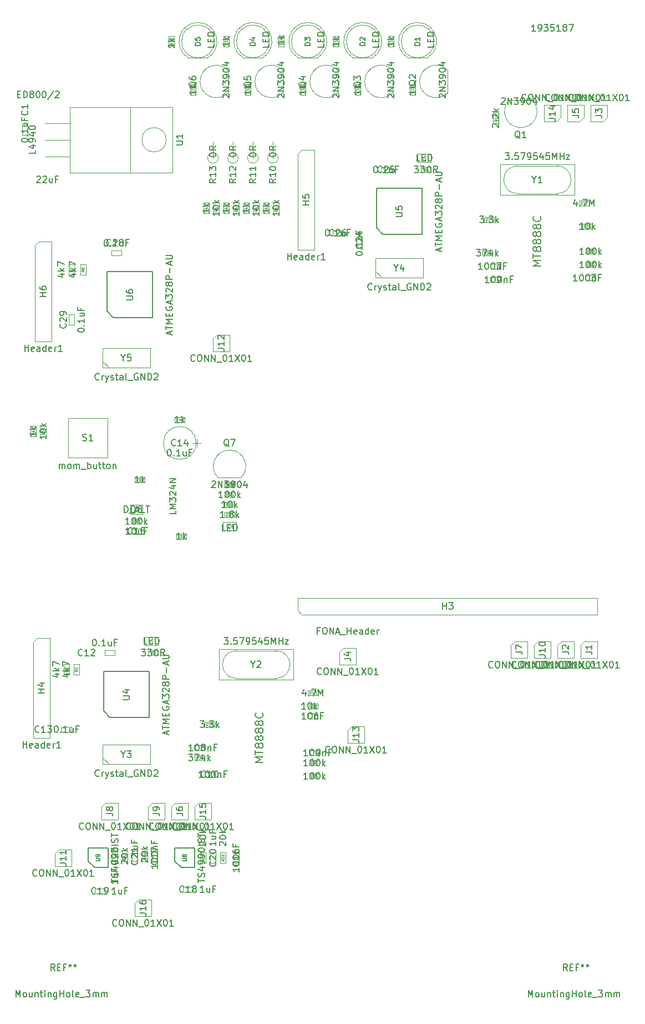
<source format=gbr>
G04 #@! TF.FileFunction,Other,Fab,Top*
%FSLAX46Y46*%
G04 Gerber Fmt 4.6, Leading zero omitted, Abs format (unit mm)*
G04 Created by KiCad (PCBNEW 4.0.6) date 01/22/18 19:54:51*
%MOMM*%
%LPD*%
G01*
G04 APERTURE LIST*
%ADD10C,0.100000*%
%ADD11C,0.150000*%
%ADD12C,0.075000*%
%ADD13C,0.200000*%
G04 APERTURE END LIST*
D10*
D11*
X236276000Y-45172000D02*
X236276000Y-39172000D01*
X236276000Y-39172000D02*
X243276000Y-39172000D01*
X243276000Y-39172000D02*
X243276000Y-46172000D01*
X243276000Y-46172000D02*
X237276000Y-46172000D01*
X237276000Y-46172000D02*
X236276000Y-45172000D01*
D10*
X247114000Y-24630000D02*
X247114000Y-21130000D01*
X247117625Y-21106375D02*
G75*
G03X242884000Y-22860000I-1753625J-1753625D01*
G01*
X247117625Y-24613625D02*
G75*
G02X242884000Y-22860000I-1753625J1753625D01*
G01*
X224282000Y-103505000D02*
X224282000Y-101600000D01*
X224282000Y-101600000D02*
X270002000Y-101600000D01*
X270002000Y-101600000D02*
X270002000Y-104140000D01*
X270002000Y-104140000D02*
X224917000Y-104140000D01*
X224917000Y-104140000D02*
X224282000Y-103505000D01*
X224917000Y-33274000D02*
X226822000Y-33274000D01*
X226822000Y-33274000D02*
X226822000Y-48514000D01*
X226822000Y-48514000D02*
X224282000Y-48514000D01*
X224282000Y-48514000D02*
X224282000Y-33909000D01*
X224282000Y-33909000D02*
X224917000Y-33274000D01*
X184785000Y-47244000D02*
X186690000Y-47244000D01*
X186690000Y-47244000D02*
X186690000Y-62484000D01*
X186690000Y-62484000D02*
X184150000Y-62484000D01*
X184150000Y-62484000D02*
X184150000Y-47879000D01*
X184150000Y-47879000D02*
X184785000Y-47244000D01*
X260088000Y-25682000D02*
X256588000Y-25682000D01*
X256564375Y-25678375D02*
G75*
G03X258318000Y-29912000I1753625J-1753625D01*
G01*
X260071625Y-25678375D02*
G75*
G02X258318000Y-29912000I-1753625J-1753625D01*
G01*
X238732000Y-24630000D02*
X238732000Y-21130000D01*
X238735625Y-21106375D02*
G75*
G03X234502000Y-22860000I-1753625J-1753625D01*
G01*
X238735625Y-24613625D02*
G75*
G02X234502000Y-22860000I-1753625J1753625D01*
G01*
X230350000Y-24630000D02*
X230350000Y-21130000D01*
X230353625Y-21106375D02*
G75*
G03X226120000Y-22860000I-1753625J-1753625D01*
G01*
X230353625Y-24613625D02*
G75*
G02X226120000Y-22860000I-1753625J1753625D01*
G01*
X221968000Y-24630000D02*
X221968000Y-21130000D01*
X221971625Y-21106375D02*
G75*
G03X217738000Y-22860000I-1753625J-1753625D01*
G01*
X221971625Y-24613625D02*
G75*
G02X217738000Y-22860000I-1753625J1753625D01*
G01*
X213586000Y-24630000D02*
X213586000Y-21130000D01*
X213589625Y-21106375D02*
G75*
G03X209356000Y-22860000I-1753625J-1753625D01*
G01*
X213589625Y-24613625D02*
G75*
G02X209356000Y-22860000I-1753625J1753625D01*
G01*
X212098000Y-83284000D02*
X215598000Y-83284000D01*
X215621625Y-83287625D02*
G75*
G03X213868000Y-79054000I-1753625J1753625D01*
G01*
X212114375Y-83287625D02*
G75*
G02X213868000Y-79054000I1753625J1753625D01*
G01*
X189226000Y-74180000D02*
X189226000Y-80180000D01*
X195226000Y-74180000D02*
X195226000Y-80180000D01*
X189226000Y-74180000D02*
X195226000Y-74180000D01*
X189226000Y-80180000D02*
X195226000Y-80180000D01*
D11*
X192302000Y-141724000D02*
X192302000Y-139724000D01*
X192302000Y-139724000D02*
X195302000Y-139724000D01*
X195302000Y-139724000D02*
X195302000Y-142724000D01*
X195302000Y-142724000D02*
X193302000Y-142724000D01*
X193302000Y-142724000D02*
X192302000Y-141724000D01*
D10*
X182226000Y-29426000D02*
X183026000Y-29426000D01*
X182226000Y-31026000D02*
X182226000Y-29426000D01*
X183026000Y-31026000D02*
X182226000Y-31026000D01*
X183026000Y-29426000D02*
X183026000Y-31026000D01*
X268186000Y-53232000D02*
X268186000Y-52432000D01*
X269786000Y-53232000D02*
X268186000Y-53232000D01*
X269786000Y-52432000D02*
X269786000Y-53232000D01*
X268186000Y-52432000D02*
X269786000Y-52432000D01*
X227622000Y-124822000D02*
X227622000Y-125622000D01*
X226022000Y-124822000D02*
X227622000Y-124822000D01*
X226022000Y-125622000D02*
X226022000Y-124822000D01*
X227622000Y-125622000D02*
X226022000Y-125622000D01*
X227368000Y-119234000D02*
X227368000Y-120034000D01*
X225768000Y-119234000D02*
X227368000Y-119234000D01*
X225768000Y-120034000D02*
X225768000Y-119234000D01*
X227368000Y-120034000D02*
X225768000Y-120034000D01*
X255308000Y-50654000D02*
X255308000Y-51454000D01*
X253708000Y-50654000D02*
X255308000Y-50654000D01*
X253708000Y-51454000D02*
X253708000Y-50654000D01*
X255308000Y-51454000D02*
X253708000Y-51454000D01*
X208496000Y-124860000D02*
X208496000Y-124060000D01*
X210096000Y-124860000D02*
X208496000Y-124860000D01*
X210096000Y-124060000D02*
X210096000Y-124860000D01*
X208496000Y-124060000D02*
X210096000Y-124060000D01*
X255308000Y-52686000D02*
X255308000Y-53486000D01*
X253708000Y-52686000D02*
X255308000Y-52686000D01*
X253708000Y-53486000D02*
X253708000Y-52686000D01*
X255308000Y-53486000D02*
X253708000Y-53486000D01*
X211620000Y-128124000D02*
X211620000Y-128924000D01*
X210020000Y-128124000D02*
X211620000Y-128124000D01*
X210020000Y-128924000D02*
X210020000Y-128124000D01*
X211620000Y-128924000D02*
X210020000Y-128924000D01*
X196380000Y-109582000D02*
X196380000Y-110382000D01*
X194780000Y-109582000D02*
X196380000Y-109582000D01*
X194780000Y-110382000D02*
X194780000Y-109582000D01*
X196380000Y-110382000D02*
X194780000Y-110382000D01*
X188176000Y-122066000D02*
X188176000Y-121266000D01*
X189776000Y-122066000D02*
X188176000Y-122066000D01*
X189776000Y-121266000D02*
X189776000Y-122066000D01*
X188176000Y-121266000D02*
X189776000Y-121266000D01*
X208764000Y-77978000D02*
G75*
G03X208764000Y-77978000I-2500000J0D01*
G01*
X209464000Y-77978000D02*
X208264000Y-77978000D01*
X208864000Y-78628000D02*
X208864000Y-77328000D01*
X200444000Y-91040000D02*
X200444000Y-91840000D01*
X198844000Y-91040000D02*
X200444000Y-91040000D01*
X198844000Y-91840000D02*
X198844000Y-91040000D01*
X200444000Y-91840000D02*
X198844000Y-91840000D01*
X215284000Y-142024000D02*
X214484000Y-142024000D01*
X215284000Y-140424000D02*
X215284000Y-142024000D01*
X214484000Y-140424000D02*
X215284000Y-140424000D01*
X214484000Y-142024000D02*
X214484000Y-140424000D01*
X202038000Y-140170000D02*
X202838000Y-140170000D01*
X202038000Y-141770000D02*
X202038000Y-140170000D01*
X202838000Y-141770000D02*
X202038000Y-141770000D01*
X202838000Y-140170000D02*
X202838000Y-141770000D01*
X206718000Y-146450000D02*
X206718000Y-145650000D01*
X208318000Y-146450000D02*
X206718000Y-146450000D01*
X208318000Y-145650000D02*
X208318000Y-146450000D01*
X206718000Y-145650000D02*
X208318000Y-145650000D01*
X193256000Y-146704000D02*
X193256000Y-145904000D01*
X194856000Y-146704000D02*
X193256000Y-146704000D01*
X194856000Y-145904000D02*
X194856000Y-146704000D01*
X193256000Y-145904000D02*
X194856000Y-145904000D01*
X210928000Y-140424000D02*
X211728000Y-140424000D01*
X210928000Y-142024000D02*
X210928000Y-140424000D01*
X211728000Y-142024000D02*
X210928000Y-142024000D01*
X211728000Y-140424000D02*
X211728000Y-142024000D01*
X198990000Y-140170000D02*
X199790000Y-140170000D01*
X198990000Y-141770000D02*
X198990000Y-140170000D01*
X199790000Y-141770000D02*
X198990000Y-141770000D01*
X199790000Y-140170000D02*
X199790000Y-141770000D01*
X195942000Y-140170000D02*
X196742000Y-140170000D01*
X195942000Y-141770000D02*
X195942000Y-140170000D01*
X196742000Y-141770000D02*
X195942000Y-141770000D01*
X196742000Y-140170000D02*
X196742000Y-141770000D01*
X214268000Y-91078000D02*
X214268000Y-90278000D01*
X214268000Y-90678000D02*
X213668000Y-91078000D01*
X213668000Y-90278000D02*
X214268000Y-90678000D01*
X213668000Y-91078000D02*
X213668000Y-90278000D01*
X214868000Y-90058000D02*
X214868000Y-91298000D01*
X212868000Y-90058000D02*
X214868000Y-90058000D01*
X212868000Y-91298000D02*
X212868000Y-90058000D01*
X214868000Y-91298000D02*
X212868000Y-91298000D01*
X184531000Y-107696000D02*
X186436000Y-107696000D01*
X186436000Y-107696000D02*
X186436000Y-122936000D01*
X186436000Y-122936000D02*
X183896000Y-122936000D01*
X183896000Y-122936000D02*
X183896000Y-108331000D01*
X183896000Y-108331000D02*
X184531000Y-107696000D01*
X254108000Y-27648000D02*
X254908000Y-27648000D01*
X254108000Y-29248000D02*
X254108000Y-27648000D01*
X254908000Y-29248000D02*
X254108000Y-29248000D01*
X254908000Y-27648000D02*
X254908000Y-29248000D01*
X267170000Y-41802000D02*
X267170000Y-41002000D01*
X268770000Y-41802000D02*
X267170000Y-41802000D01*
X268770000Y-41002000D02*
X268770000Y-41802000D01*
X267170000Y-41002000D02*
X268770000Y-41002000D01*
X225768000Y-116478000D02*
X225768000Y-115678000D01*
X227368000Y-116478000D02*
X225768000Y-116478000D01*
X227368000Y-115678000D02*
X227368000Y-116478000D01*
X225768000Y-115678000D02*
X227368000Y-115678000D01*
X268186000Y-51200000D02*
X268186000Y-50400000D01*
X269786000Y-51200000D02*
X268186000Y-51200000D01*
X269786000Y-50400000D02*
X269786000Y-51200000D01*
X268186000Y-50400000D02*
X269786000Y-50400000D01*
X226022000Y-127146000D02*
X226022000Y-126346000D01*
X227622000Y-127146000D02*
X226022000Y-127146000D01*
X227622000Y-126346000D02*
X227622000Y-127146000D01*
X226022000Y-126346000D02*
X227622000Y-126346000D01*
X269278000Y-44558000D02*
X269278000Y-45358000D01*
X267678000Y-44558000D02*
X269278000Y-44558000D01*
X267678000Y-45358000D02*
X267678000Y-44558000D01*
X269278000Y-45358000D02*
X267678000Y-45358000D01*
X227368000Y-117710000D02*
X227368000Y-118510000D01*
X225768000Y-117710000D02*
X227368000Y-117710000D01*
X225768000Y-118510000D02*
X225768000Y-117710000D01*
X227368000Y-118510000D02*
X225768000Y-118510000D01*
X268186000Y-49168000D02*
X268186000Y-48368000D01*
X269786000Y-49168000D02*
X268186000Y-49168000D01*
X269786000Y-48368000D02*
X269786000Y-49168000D01*
X268186000Y-48368000D02*
X269786000Y-48368000D01*
X226022000Y-129178000D02*
X226022000Y-128378000D01*
X227622000Y-129178000D02*
X226022000Y-129178000D01*
X227622000Y-128378000D02*
X227622000Y-129178000D01*
X226022000Y-128378000D02*
X227622000Y-128378000D01*
X254038000Y-48622000D02*
X254038000Y-49422000D01*
X252438000Y-48622000D02*
X254038000Y-48622000D01*
X252438000Y-49422000D02*
X252438000Y-48622000D01*
X254038000Y-49422000D02*
X252438000Y-49422000D01*
X210096000Y-125584000D02*
X210096000Y-126384000D01*
X208496000Y-125584000D02*
X210096000Y-125584000D01*
X208496000Y-126384000D02*
X208496000Y-125584000D01*
X210096000Y-126384000D02*
X208496000Y-126384000D01*
X254292000Y-43542000D02*
X254292000Y-44342000D01*
X252692000Y-43542000D02*
X254292000Y-43542000D01*
X252692000Y-44342000D02*
X252692000Y-43542000D01*
X254292000Y-44342000D02*
X252692000Y-44342000D01*
X211620000Y-120504000D02*
X211620000Y-121304000D01*
X210020000Y-120504000D02*
X211620000Y-120504000D01*
X210020000Y-121304000D02*
X210020000Y-120504000D01*
X211620000Y-121304000D02*
X210020000Y-121304000D01*
X241408000Y-23330000D02*
X242208000Y-23330000D01*
X241408000Y-24930000D02*
X241408000Y-23330000D01*
X242208000Y-24930000D02*
X241408000Y-24930000D01*
X242208000Y-23330000D02*
X242208000Y-24930000D01*
X238106000Y-15964000D02*
X238906000Y-15964000D01*
X238106000Y-17564000D02*
X238106000Y-15964000D01*
X238906000Y-17564000D02*
X238106000Y-17564000D01*
X238906000Y-15964000D02*
X238906000Y-17564000D01*
X233026000Y-23330000D02*
X233826000Y-23330000D01*
X233026000Y-24930000D02*
X233026000Y-23330000D01*
X233826000Y-24930000D02*
X233026000Y-24930000D01*
X233826000Y-23330000D02*
X233826000Y-24930000D01*
X229724000Y-15964000D02*
X230524000Y-15964000D01*
X229724000Y-17564000D02*
X229724000Y-15964000D01*
X230524000Y-17564000D02*
X229724000Y-17564000D01*
X230524000Y-15964000D02*
X230524000Y-17564000D01*
X224644000Y-23330000D02*
X225444000Y-23330000D01*
X224644000Y-24930000D02*
X224644000Y-23330000D01*
X225444000Y-24930000D02*
X224644000Y-24930000D01*
X225444000Y-23330000D02*
X225444000Y-24930000D01*
X221342000Y-15964000D02*
X222142000Y-15964000D01*
X221342000Y-17564000D02*
X221342000Y-15964000D01*
X222142000Y-17564000D02*
X221342000Y-17564000D01*
X222142000Y-15964000D02*
X222142000Y-17564000D01*
X216262000Y-23330000D02*
X217062000Y-23330000D01*
X216262000Y-24930000D02*
X216262000Y-23330000D01*
X217062000Y-24930000D02*
X216262000Y-24930000D01*
X217062000Y-23330000D02*
X217062000Y-24930000D01*
X212960000Y-15964000D02*
X213760000Y-15964000D01*
X212960000Y-17564000D02*
X212960000Y-15964000D01*
X213760000Y-17564000D02*
X212960000Y-17564000D01*
X213760000Y-15964000D02*
X213760000Y-17564000D01*
X207880000Y-23330000D02*
X208680000Y-23330000D01*
X207880000Y-24930000D02*
X207880000Y-23330000D01*
X208680000Y-24930000D02*
X207880000Y-24930000D01*
X208680000Y-23330000D02*
X208680000Y-24930000D01*
X204578000Y-15964000D02*
X205378000Y-15964000D01*
X204578000Y-17564000D02*
X204578000Y-15964000D01*
X205378000Y-17564000D02*
X204578000Y-17564000D01*
X205378000Y-15964000D02*
X205378000Y-17564000D01*
X185820000Y-77000000D02*
X185020000Y-77000000D01*
X185820000Y-75400000D02*
X185820000Y-77000000D01*
X185020000Y-75400000D02*
X185820000Y-75400000D01*
X185020000Y-77000000D02*
X185020000Y-75400000D01*
X183496000Y-75400000D02*
X184296000Y-75400000D01*
X183496000Y-77000000D02*
X183496000Y-75400000D01*
X184296000Y-77000000D02*
X183496000Y-77000000D01*
X184296000Y-75400000D02*
X184296000Y-77000000D01*
X220580000Y-41364000D02*
X221380000Y-41364000D01*
X220580000Y-42964000D02*
X220580000Y-41364000D01*
X221380000Y-42964000D02*
X220580000Y-42964000D01*
X221380000Y-41364000D02*
X221380000Y-42964000D01*
X219856000Y-42964000D02*
X219056000Y-42964000D01*
X219856000Y-41364000D02*
X219856000Y-42964000D01*
X219056000Y-41364000D02*
X219856000Y-41364000D01*
X219056000Y-42964000D02*
X219056000Y-41364000D01*
X217532000Y-41364000D02*
X218332000Y-41364000D01*
X217532000Y-42964000D02*
X217532000Y-41364000D01*
X218332000Y-42964000D02*
X217532000Y-42964000D01*
X218332000Y-41364000D02*
X218332000Y-42964000D01*
X216808000Y-42964000D02*
X216008000Y-42964000D01*
X216808000Y-41364000D02*
X216808000Y-42964000D01*
X216008000Y-41364000D02*
X216808000Y-41364000D01*
X216008000Y-42964000D02*
X216008000Y-41364000D01*
X214484000Y-41364000D02*
X215284000Y-41364000D01*
X214484000Y-42964000D02*
X214484000Y-41364000D01*
X215284000Y-42964000D02*
X214484000Y-42964000D01*
X215284000Y-41364000D02*
X215284000Y-42964000D01*
X213760000Y-42964000D02*
X212960000Y-42964000D01*
X213760000Y-41364000D02*
X213760000Y-42964000D01*
X212960000Y-41364000D02*
X213760000Y-41364000D01*
X212960000Y-42964000D02*
X212960000Y-41364000D01*
X211436000Y-41364000D02*
X212236000Y-41364000D01*
X211436000Y-42964000D02*
X211436000Y-41364000D01*
X212236000Y-42964000D02*
X211436000Y-42964000D01*
X212236000Y-41364000D02*
X212236000Y-42964000D01*
X210712000Y-42964000D02*
X209912000Y-42964000D01*
X210712000Y-41364000D02*
X210712000Y-42964000D01*
X209912000Y-41364000D02*
X210712000Y-41364000D01*
X209912000Y-42964000D02*
X209912000Y-41364000D01*
X207048000Y-74022000D02*
X207048000Y-74822000D01*
X205448000Y-74022000D02*
X207048000Y-74022000D01*
X205448000Y-74822000D02*
X205448000Y-74022000D01*
X207048000Y-74822000D02*
X205448000Y-74822000D01*
X200952000Y-83166000D02*
X200952000Y-83966000D01*
X199352000Y-83166000D02*
X200952000Y-83166000D01*
X199352000Y-83966000D02*
X199352000Y-83166000D01*
X200952000Y-83966000D02*
X199352000Y-83966000D01*
X200444000Y-89516000D02*
X200444000Y-90316000D01*
X198844000Y-89516000D02*
X200444000Y-89516000D01*
X198844000Y-90316000D02*
X198844000Y-89516000D01*
X200444000Y-90316000D02*
X198844000Y-90316000D01*
X213068000Y-86252000D02*
X213068000Y-85452000D01*
X214668000Y-86252000D02*
X213068000Y-86252000D01*
X214668000Y-85452000D02*
X214668000Y-86252000D01*
X213068000Y-85452000D02*
X214668000Y-85452000D01*
X213068000Y-87776000D02*
X213068000Y-86976000D01*
X214668000Y-87776000D02*
X213068000Y-87776000D01*
X214668000Y-86976000D02*
X214668000Y-87776000D01*
X213068000Y-86976000D02*
X214668000Y-86976000D01*
X207302000Y-91802000D02*
X207302000Y-92602000D01*
X205702000Y-91802000D02*
X207302000Y-91802000D01*
X205702000Y-92602000D02*
X205702000Y-91802000D01*
X207302000Y-92602000D02*
X205702000Y-92602000D01*
X214668000Y-88500000D02*
X214668000Y-89300000D01*
X213068000Y-88500000D02*
X214668000Y-88500000D01*
X213068000Y-89300000D02*
X213068000Y-88500000D01*
X214668000Y-89300000D02*
X213068000Y-89300000D01*
X213068000Y-84728000D02*
X213068000Y-83928000D01*
X214668000Y-84728000D02*
X213068000Y-84728000D01*
X214668000Y-83928000D02*
X214668000Y-84728000D01*
X213068000Y-83928000D02*
X214668000Y-83928000D01*
X212452000Y-140424000D02*
X213252000Y-140424000D01*
X212452000Y-142024000D02*
X212452000Y-140424000D01*
X213252000Y-142024000D02*
X212452000Y-142024000D01*
X213252000Y-140424000D02*
X213252000Y-142024000D01*
X200514000Y-140170000D02*
X201314000Y-140170000D01*
X200514000Y-141770000D02*
X200514000Y-140170000D01*
X201314000Y-141770000D02*
X200514000Y-141770000D01*
X201314000Y-140170000D02*
X201314000Y-141770000D01*
X210204000Y-142024000D02*
X209404000Y-142024000D01*
X210204000Y-140424000D02*
X210204000Y-142024000D01*
X209404000Y-140424000D02*
X210204000Y-140424000D01*
X209404000Y-142024000D02*
X209404000Y-140424000D01*
X198266000Y-141770000D02*
X197466000Y-141770000D01*
X198266000Y-140170000D02*
X198266000Y-141770000D01*
X197466000Y-140170000D02*
X198266000Y-140170000D01*
X197466000Y-141770000D02*
X197466000Y-140170000D01*
D11*
X205510000Y-141724000D02*
X205510000Y-139724000D01*
X205510000Y-139724000D02*
X208510000Y-139724000D01*
X208510000Y-139724000D02*
X208510000Y-142724000D01*
X208510000Y-142724000D02*
X206510000Y-142724000D01*
X206510000Y-142724000D02*
X205510000Y-141724000D01*
D10*
X244039666Y-19264016D02*
G75*
G03X241100306Y-19264000I-1469666J2500016D01*
G01*
X245070000Y-16764000D02*
G75*
G03X245070000Y-16764000I-2500000J0D01*
G01*
X241100306Y-19264000D02*
X244039694Y-19264000D01*
X235657666Y-19264016D02*
G75*
G03X232718306Y-19264000I-1469666J2500016D01*
G01*
X236688000Y-16764000D02*
G75*
G03X236688000Y-16764000I-2500000J0D01*
G01*
X232718306Y-19264000D02*
X235657694Y-19264000D01*
X227275666Y-19264016D02*
G75*
G03X224336306Y-19264000I-1469666J2500016D01*
G01*
X228306000Y-16764000D02*
G75*
G03X228306000Y-16764000I-2500000J0D01*
G01*
X224336306Y-19264000D02*
X227275694Y-19264000D01*
X218893666Y-19264016D02*
G75*
G03X215954306Y-19264000I-1469666J2500016D01*
G01*
X219924000Y-16764000D02*
G75*
G03X219924000Y-16764000I-2500000J0D01*
G01*
X215954306Y-19264000D02*
X218893694Y-19264000D01*
X210511666Y-19264016D02*
G75*
G03X207572306Y-19264000I-1469666J2500016D01*
G01*
X211542000Y-16764000D02*
G75*
G03X211542000Y-16764000I-2500000J0D01*
G01*
X207572306Y-19264000D02*
X210511694Y-19264000D01*
X198734000Y-26750000D02*
X205134000Y-26750000D01*
X205134000Y-26750000D02*
X205134000Y-36750000D01*
X205134000Y-36750000D02*
X198734000Y-36750000D01*
X198734000Y-36750000D02*
X198734000Y-26750000D01*
X189484000Y-26750000D02*
X198734000Y-26750000D01*
X198734000Y-26750000D02*
X198734000Y-36750000D01*
X198734000Y-36750000D02*
X189484000Y-36750000D01*
X189484000Y-36750000D02*
X189484000Y-26750000D01*
X189484000Y-29210000D02*
X185674000Y-29210000D01*
X189484000Y-31750000D02*
X185674000Y-31750000D01*
X189484000Y-34290000D02*
X185674000Y-34290000D01*
X204184000Y-31750000D02*
G75*
G03X204184000Y-31750000I-1850000J0D01*
G01*
X266558000Y-40196000D02*
X266558000Y-35496000D01*
X266558000Y-35496000D02*
X255158000Y-35496000D01*
X255158000Y-35496000D02*
X255158000Y-40196000D01*
X255158000Y-40196000D02*
X266558000Y-40196000D01*
X263873000Y-39961000D02*
X257843000Y-39961000D01*
X263873000Y-35731000D02*
X257843000Y-35731000D01*
X263873000Y-35731000D02*
G75*
G02X263873000Y-39961000I0J-2115000D01*
G01*
X257843000Y-35731000D02*
G75*
G03X257843000Y-39961000I0J-2115000D01*
G01*
X223632000Y-114110000D02*
X223632000Y-109410000D01*
X223632000Y-109410000D02*
X212232000Y-109410000D01*
X212232000Y-109410000D02*
X212232000Y-114110000D01*
X212232000Y-114110000D02*
X223632000Y-114110000D01*
X220947000Y-113875000D02*
X214917000Y-113875000D01*
X220947000Y-109645000D02*
X214917000Y-109645000D01*
X220947000Y-109645000D02*
G75*
G02X220947000Y-113875000I0J-2115000D01*
G01*
X214917000Y-109645000D02*
G75*
G03X214917000Y-113875000I0J-2115000D01*
G01*
X199444000Y-88138000D02*
X199194000Y-88138000D01*
X199444000Y-87788000D02*
X199944000Y-88138000D01*
X199444000Y-88488000D02*
X199444000Y-87788000D01*
X199944000Y-88138000D02*
X199444000Y-88488000D01*
X199944000Y-88138000D02*
X200144000Y-88138000D01*
X199944000Y-88488000D02*
X199944000Y-87788000D01*
X200544000Y-87438000D02*
X200544000Y-88838000D01*
X198744000Y-87438000D02*
X200544000Y-87438000D01*
X198744000Y-88838000D02*
X198744000Y-87438000D01*
X200544000Y-88838000D02*
X198744000Y-88838000D01*
X268097000Y-108204000D02*
X270002000Y-108204000D01*
X270002000Y-108204000D02*
X270002000Y-110744000D01*
X270002000Y-110744000D02*
X267462000Y-110744000D01*
X267462000Y-110744000D02*
X267462000Y-108839000D01*
X267462000Y-108839000D02*
X268097000Y-108204000D01*
X264541000Y-108204000D02*
X266446000Y-108204000D01*
X266446000Y-108204000D02*
X266446000Y-110744000D01*
X266446000Y-110744000D02*
X263906000Y-110744000D01*
X263906000Y-110744000D02*
X263906000Y-108839000D01*
X263906000Y-108839000D02*
X264541000Y-108204000D01*
X270891000Y-28956000D02*
X268986000Y-28956000D01*
X268986000Y-28956000D02*
X268986000Y-26416000D01*
X268986000Y-26416000D02*
X271526000Y-26416000D01*
X271526000Y-26416000D02*
X271526000Y-28321000D01*
X271526000Y-28321000D02*
X270891000Y-28956000D01*
X231267000Y-109220000D02*
X233172000Y-109220000D01*
X233172000Y-109220000D02*
X233172000Y-111760000D01*
X233172000Y-111760000D02*
X230632000Y-111760000D01*
X230632000Y-111760000D02*
X230632000Y-109855000D01*
X230632000Y-109855000D02*
X231267000Y-109220000D01*
X267335000Y-28956000D02*
X265430000Y-28956000D01*
X265430000Y-28956000D02*
X265430000Y-26416000D01*
X265430000Y-26416000D02*
X267970000Y-26416000D01*
X267970000Y-26416000D02*
X267970000Y-28321000D01*
X267970000Y-28321000D02*
X267335000Y-28956000D01*
X205613000Y-132842000D02*
X207518000Y-132842000D01*
X207518000Y-132842000D02*
X207518000Y-135382000D01*
X207518000Y-135382000D02*
X204978000Y-135382000D01*
X204978000Y-135382000D02*
X204978000Y-133477000D01*
X204978000Y-133477000D02*
X205613000Y-132842000D01*
X257429000Y-108204000D02*
X259334000Y-108204000D01*
X259334000Y-108204000D02*
X259334000Y-110744000D01*
X259334000Y-110744000D02*
X256794000Y-110744000D01*
X256794000Y-110744000D02*
X256794000Y-108839000D01*
X256794000Y-108839000D02*
X257429000Y-108204000D01*
X194945000Y-132842000D02*
X196850000Y-132842000D01*
X196850000Y-132842000D02*
X196850000Y-135382000D01*
X196850000Y-135382000D02*
X194310000Y-135382000D01*
X194310000Y-135382000D02*
X194310000Y-133477000D01*
X194310000Y-133477000D02*
X194945000Y-132842000D01*
X202057000Y-132842000D02*
X203962000Y-132842000D01*
X203962000Y-132842000D02*
X203962000Y-135382000D01*
X203962000Y-135382000D02*
X201422000Y-135382000D01*
X201422000Y-135382000D02*
X201422000Y-133477000D01*
X201422000Y-133477000D02*
X202057000Y-132842000D01*
X260985000Y-108204000D02*
X262890000Y-108204000D01*
X262890000Y-108204000D02*
X262890000Y-110744000D01*
X262890000Y-110744000D02*
X260350000Y-110744000D01*
X260350000Y-110744000D02*
X260350000Y-108839000D01*
X260350000Y-108839000D02*
X260985000Y-108204000D01*
X187833000Y-139954000D02*
X189738000Y-139954000D01*
X189738000Y-139954000D02*
X189738000Y-142494000D01*
X189738000Y-142494000D02*
X187198000Y-142494000D01*
X187198000Y-142494000D02*
X187198000Y-140589000D01*
X187198000Y-140589000D02*
X187833000Y-139954000D01*
X211963000Y-61468000D02*
X213868000Y-61468000D01*
X213868000Y-61468000D02*
X213868000Y-64008000D01*
X213868000Y-64008000D02*
X211328000Y-64008000D01*
X211328000Y-64008000D02*
X211328000Y-62103000D01*
X211328000Y-62103000D02*
X211963000Y-61468000D01*
X232537000Y-121158000D02*
X234442000Y-121158000D01*
X234442000Y-121158000D02*
X234442000Y-123698000D01*
X234442000Y-123698000D02*
X231902000Y-123698000D01*
X231902000Y-123698000D02*
X231902000Y-121793000D01*
X231902000Y-121793000D02*
X232537000Y-121158000D01*
X263779000Y-28956000D02*
X261874000Y-28956000D01*
X261874000Y-28956000D02*
X261874000Y-26416000D01*
X261874000Y-26416000D02*
X264414000Y-26416000D01*
X264414000Y-26416000D02*
X264414000Y-28321000D01*
X264414000Y-28321000D02*
X263779000Y-28956000D01*
X209169000Y-132842000D02*
X211074000Y-132842000D01*
X211074000Y-132842000D02*
X211074000Y-135382000D01*
X211074000Y-135382000D02*
X208534000Y-135382000D01*
X208534000Y-135382000D02*
X208534000Y-133477000D01*
X208534000Y-133477000D02*
X209169000Y-132842000D01*
X200025000Y-147574000D02*
X201930000Y-147574000D01*
X201930000Y-147574000D02*
X201930000Y-150114000D01*
X201930000Y-150114000D02*
X199390000Y-150114000D01*
X199390000Y-150114000D02*
X199390000Y-148209000D01*
X199390000Y-148209000D02*
X200025000Y-147574000D01*
X234080000Y-48298000D02*
X233280000Y-48298000D01*
X234080000Y-46698000D02*
X234080000Y-48298000D01*
X233280000Y-46698000D02*
X234080000Y-46698000D01*
X233280000Y-48298000D02*
X233280000Y-46698000D01*
X238544000Y-35922000D02*
X238544000Y-36722000D01*
X236944000Y-35922000D02*
X238544000Y-35922000D01*
X236944000Y-36722000D02*
X236944000Y-35922000D01*
X238544000Y-36722000D02*
X236944000Y-36722000D01*
X229578000Y-46374000D02*
X229578000Y-45574000D01*
X231178000Y-46374000D02*
X229578000Y-46374000D01*
X231178000Y-45574000D02*
X231178000Y-46374000D01*
X229578000Y-45574000D02*
X231178000Y-45574000D01*
X197396000Y-48622000D02*
X197396000Y-49422000D01*
X195796000Y-48622000D02*
X197396000Y-48622000D01*
X195796000Y-49422000D02*
X195796000Y-48622000D01*
X197396000Y-49422000D02*
X195796000Y-49422000D01*
X190138000Y-59982000D02*
X189338000Y-59982000D01*
X190138000Y-58382000D02*
X190138000Y-59982000D01*
X189338000Y-58382000D02*
X190138000Y-58382000D01*
X189338000Y-59982000D02*
X189338000Y-58382000D01*
X201530000Y-107804000D02*
X201530000Y-108604000D01*
X201530000Y-108204000D02*
X202130000Y-107804000D01*
X202130000Y-108604000D02*
X201530000Y-108204000D01*
X202130000Y-107804000D02*
X202130000Y-108604000D01*
X200930000Y-108824000D02*
X200930000Y-107584000D01*
X202930000Y-108824000D02*
X200930000Y-108824000D01*
X202930000Y-107584000D02*
X202930000Y-108824000D01*
X200930000Y-107584000D02*
X202930000Y-107584000D01*
X243186000Y-34144000D02*
X243186000Y-34944000D01*
X243186000Y-34544000D02*
X243786000Y-34144000D01*
X243786000Y-34944000D02*
X243186000Y-34544000D01*
X243786000Y-34144000D02*
X243786000Y-34944000D01*
X242586000Y-35164000D02*
X242586000Y-33924000D01*
X244586000Y-35164000D02*
X242586000Y-35164000D01*
X244586000Y-33924000D02*
X244586000Y-35164000D01*
X242586000Y-33924000D02*
X244586000Y-33924000D01*
X188576000Y-111722000D02*
X189376000Y-111722000D01*
X188576000Y-113322000D02*
X188576000Y-111722000D01*
X189376000Y-113322000D02*
X188576000Y-113322000D01*
X189376000Y-111722000D02*
X189376000Y-113322000D01*
X190100000Y-111722000D02*
X190900000Y-111722000D01*
X190100000Y-113322000D02*
X190100000Y-111722000D01*
X190900000Y-113322000D02*
X190100000Y-113322000D01*
X190900000Y-111722000D02*
X190900000Y-113322000D01*
X202984000Y-109582000D02*
X202984000Y-110382000D01*
X201384000Y-109582000D02*
X202984000Y-109582000D01*
X201384000Y-110382000D02*
X201384000Y-109582000D01*
X202984000Y-110382000D02*
X201384000Y-110382000D01*
X244640000Y-35922000D02*
X244640000Y-36722000D01*
X243040000Y-35922000D02*
X244640000Y-35922000D01*
X243040000Y-36722000D02*
X243040000Y-35922000D01*
X244640000Y-36722000D02*
X243040000Y-36722000D01*
X189338000Y-50762000D02*
X190138000Y-50762000D01*
X189338000Y-52362000D02*
X189338000Y-50762000D01*
X190138000Y-52362000D02*
X189338000Y-52362000D01*
X190138000Y-50762000D02*
X190138000Y-52362000D01*
X191116000Y-50762000D02*
X191916000Y-50762000D01*
X191116000Y-52362000D02*
X191116000Y-50762000D01*
X191916000Y-52362000D02*
X191116000Y-52362000D01*
X191916000Y-50762000D02*
X191916000Y-52362000D01*
X194520000Y-123976000D02*
X194520000Y-126976000D01*
X194520000Y-126976000D02*
X201720000Y-126976000D01*
X201720000Y-126976000D02*
X201720000Y-123976000D01*
X201720000Y-123976000D02*
X194520000Y-123976000D01*
X194520000Y-125976000D02*
X195520000Y-126976000D01*
X236176000Y-49808000D02*
X236176000Y-52808000D01*
X236176000Y-52808000D02*
X243376000Y-52808000D01*
X243376000Y-52808000D02*
X243376000Y-49808000D01*
X243376000Y-49808000D02*
X236176000Y-49808000D01*
X236176000Y-51808000D02*
X237176000Y-52808000D01*
X194520000Y-63524000D02*
X194520000Y-66524000D01*
X194520000Y-66524000D02*
X201720000Y-66524000D01*
X201720000Y-66524000D02*
X201720000Y-63524000D01*
X201720000Y-63524000D02*
X194520000Y-63524000D01*
X194520000Y-65524000D02*
X195520000Y-66524000D01*
D11*
X194620000Y-118832000D02*
X194620000Y-112832000D01*
X194620000Y-112832000D02*
X201620000Y-112832000D01*
X201620000Y-112832000D02*
X201620000Y-119832000D01*
X201620000Y-119832000D02*
X195620000Y-119832000D01*
X195620000Y-119832000D02*
X194620000Y-118832000D01*
X195128000Y-57872000D02*
X195128000Y-51872000D01*
X195128000Y-51872000D02*
X202128000Y-51872000D01*
X202128000Y-51872000D02*
X202128000Y-58872000D01*
X202128000Y-58872000D02*
X196128000Y-58872000D01*
X196128000Y-58872000D02*
X195128000Y-57872000D01*
D10*
X221272000Y-34544000D02*
G75*
G03X221272000Y-34544000I-800000J0D01*
G01*
X220472000Y-34544000D02*
X220472000Y-32004000D01*
X218224000Y-34544000D02*
G75*
G03X218224000Y-34544000I-800000J0D01*
G01*
X217424000Y-34544000D02*
X217424000Y-32004000D01*
X215176000Y-34544000D02*
G75*
G03X215176000Y-34544000I-800000J0D01*
G01*
X214376000Y-34544000D02*
X214376000Y-32004000D01*
X212128000Y-34544000D02*
G75*
G03X212128000Y-34544000I-800000J0D01*
G01*
X211328000Y-34544000D02*
X211328000Y-32004000D01*
D11*
X260572572Y-15184381D02*
X260001143Y-15184381D01*
X260286857Y-15184381D02*
X260286857Y-14184381D01*
X260191619Y-14327238D01*
X260096381Y-14422476D01*
X260001143Y-14470095D01*
X261048762Y-15184381D02*
X261239238Y-15184381D01*
X261334477Y-15136762D01*
X261382096Y-15089143D01*
X261477334Y-14946286D01*
X261524953Y-14755810D01*
X261524953Y-14374857D01*
X261477334Y-14279619D01*
X261429715Y-14232000D01*
X261334477Y-14184381D01*
X261144000Y-14184381D01*
X261048762Y-14232000D01*
X261001143Y-14279619D01*
X260953524Y-14374857D01*
X260953524Y-14612952D01*
X261001143Y-14708190D01*
X261048762Y-14755810D01*
X261144000Y-14803429D01*
X261334477Y-14803429D01*
X261429715Y-14755810D01*
X261477334Y-14708190D01*
X261524953Y-14612952D01*
X261858286Y-14184381D02*
X262477334Y-14184381D01*
X262144000Y-14565333D01*
X262286858Y-14565333D01*
X262382096Y-14612952D01*
X262429715Y-14660571D01*
X262477334Y-14755810D01*
X262477334Y-14993905D01*
X262429715Y-15089143D01*
X262382096Y-15136762D01*
X262286858Y-15184381D01*
X262001143Y-15184381D01*
X261905905Y-15136762D01*
X261858286Y-15089143D01*
X263382096Y-14184381D02*
X262905905Y-14184381D01*
X262858286Y-14660571D01*
X262905905Y-14612952D01*
X263001143Y-14565333D01*
X263239239Y-14565333D01*
X263334477Y-14612952D01*
X263382096Y-14660571D01*
X263429715Y-14755810D01*
X263429715Y-14993905D01*
X263382096Y-15089143D01*
X263334477Y-15136762D01*
X263239239Y-15184381D01*
X263001143Y-15184381D01*
X262905905Y-15136762D01*
X262858286Y-15089143D01*
X264382096Y-15184381D02*
X263810667Y-15184381D01*
X264096381Y-15184381D02*
X264096381Y-14184381D01*
X264001143Y-14327238D01*
X263905905Y-14422476D01*
X263810667Y-14470095D01*
X264953524Y-14612952D02*
X264858286Y-14565333D01*
X264810667Y-14517714D01*
X264763048Y-14422476D01*
X264763048Y-14374857D01*
X264810667Y-14279619D01*
X264858286Y-14232000D01*
X264953524Y-14184381D01*
X265144001Y-14184381D01*
X265239239Y-14232000D01*
X265286858Y-14279619D01*
X265334477Y-14374857D01*
X265334477Y-14422476D01*
X265286858Y-14517714D01*
X265239239Y-14565333D01*
X265144001Y-14612952D01*
X264953524Y-14612952D01*
X264858286Y-14660571D01*
X264810667Y-14708190D01*
X264763048Y-14803429D01*
X264763048Y-14993905D01*
X264810667Y-15089143D01*
X264858286Y-15136762D01*
X264953524Y-15184381D01*
X265144001Y-15184381D01*
X265239239Y-15136762D01*
X265286858Y-15089143D01*
X265334477Y-14993905D01*
X265334477Y-14803429D01*
X265286858Y-14708190D01*
X265239239Y-14660571D01*
X265144001Y-14612952D01*
X265667810Y-14184381D02*
X266334477Y-14184381D01*
X265905905Y-15184381D01*
X245992667Y-48743429D02*
X245992667Y-48267238D01*
X246278381Y-48838667D02*
X245278381Y-48505334D01*
X246278381Y-48172000D01*
X245278381Y-47981524D02*
X245278381Y-47410095D01*
X246278381Y-47695810D02*
X245278381Y-47695810D01*
X246278381Y-47076762D02*
X245278381Y-47076762D01*
X245992667Y-46743428D01*
X245278381Y-46410095D01*
X246278381Y-46410095D01*
X245754571Y-45933905D02*
X245754571Y-45600571D01*
X246278381Y-45457714D02*
X246278381Y-45933905D01*
X245278381Y-45933905D01*
X245278381Y-45457714D01*
X245326000Y-44505333D02*
X245278381Y-44600571D01*
X245278381Y-44743428D01*
X245326000Y-44886286D01*
X245421238Y-44981524D01*
X245516476Y-45029143D01*
X245706952Y-45076762D01*
X245849810Y-45076762D01*
X246040286Y-45029143D01*
X246135524Y-44981524D01*
X246230762Y-44886286D01*
X246278381Y-44743428D01*
X246278381Y-44648190D01*
X246230762Y-44505333D01*
X246183143Y-44457714D01*
X245849810Y-44457714D01*
X245849810Y-44648190D01*
X245992667Y-44076762D02*
X245992667Y-43600571D01*
X246278381Y-44172000D02*
X245278381Y-43838667D01*
X246278381Y-43505333D01*
X245278381Y-43267238D02*
X245278381Y-42648190D01*
X245659333Y-42981524D01*
X245659333Y-42838666D01*
X245706952Y-42743428D01*
X245754571Y-42695809D01*
X245849810Y-42648190D01*
X246087905Y-42648190D01*
X246183143Y-42695809D01*
X246230762Y-42743428D01*
X246278381Y-42838666D01*
X246278381Y-43124381D01*
X246230762Y-43219619D01*
X246183143Y-43267238D01*
X245373619Y-42267238D02*
X245326000Y-42219619D01*
X245278381Y-42124381D01*
X245278381Y-41886285D01*
X245326000Y-41791047D01*
X245373619Y-41743428D01*
X245468857Y-41695809D01*
X245564095Y-41695809D01*
X245706952Y-41743428D01*
X246278381Y-42314857D01*
X246278381Y-41695809D01*
X245706952Y-41124381D02*
X245659333Y-41219619D01*
X245611714Y-41267238D01*
X245516476Y-41314857D01*
X245468857Y-41314857D01*
X245373619Y-41267238D01*
X245326000Y-41219619D01*
X245278381Y-41124381D01*
X245278381Y-40933904D01*
X245326000Y-40838666D01*
X245373619Y-40791047D01*
X245468857Y-40743428D01*
X245516476Y-40743428D01*
X245611714Y-40791047D01*
X245659333Y-40838666D01*
X245706952Y-40933904D01*
X245706952Y-41124381D01*
X245754571Y-41219619D01*
X245802190Y-41267238D01*
X245897429Y-41314857D01*
X246087905Y-41314857D01*
X246183143Y-41267238D01*
X246230762Y-41219619D01*
X246278381Y-41124381D01*
X246278381Y-40933904D01*
X246230762Y-40838666D01*
X246183143Y-40791047D01*
X246087905Y-40743428D01*
X245897429Y-40743428D01*
X245802190Y-40791047D01*
X245754571Y-40838666D01*
X245706952Y-40933904D01*
X246278381Y-40314857D02*
X245278381Y-40314857D01*
X245278381Y-39933904D01*
X245326000Y-39838666D01*
X245373619Y-39791047D01*
X245468857Y-39743428D01*
X245611714Y-39743428D01*
X245706952Y-39791047D01*
X245754571Y-39838666D01*
X245802190Y-39933904D01*
X245802190Y-40314857D01*
X245897429Y-39314857D02*
X245897429Y-38552952D01*
X245992667Y-38124381D02*
X245992667Y-37648190D01*
X246278381Y-38219619D02*
X245278381Y-37886286D01*
X246278381Y-37552952D01*
X245278381Y-37219619D02*
X246087905Y-37219619D01*
X246183143Y-37172000D01*
X246230762Y-37124381D01*
X246278381Y-37029143D01*
X246278381Y-36838666D01*
X246230762Y-36743428D01*
X246183143Y-36695809D01*
X246087905Y-36648190D01*
X245278381Y-36648190D01*
X239228381Y-43433905D02*
X240037905Y-43433905D01*
X240133143Y-43386286D01*
X240180762Y-43338667D01*
X240228381Y-43243429D01*
X240228381Y-43052952D01*
X240180762Y-42957714D01*
X240133143Y-42910095D01*
X240037905Y-42862476D01*
X239228381Y-42862476D01*
X239228381Y-41910095D02*
X239228381Y-42386286D01*
X239704571Y-42433905D01*
X239656952Y-42386286D01*
X239609333Y-42291048D01*
X239609333Y-42052952D01*
X239656952Y-41957714D01*
X239704571Y-41910095D01*
X239799810Y-41862476D01*
X240037905Y-41862476D01*
X240133143Y-41910095D01*
X240180762Y-41957714D01*
X240228381Y-42052952D01*
X240228381Y-42291048D01*
X240180762Y-42386286D01*
X240133143Y-42433905D01*
X245927619Y-25320286D02*
X245880000Y-25272667D01*
X245832381Y-25177429D01*
X245832381Y-24939333D01*
X245880000Y-24844095D01*
X245927619Y-24796476D01*
X246022857Y-24748857D01*
X246118095Y-24748857D01*
X246260952Y-24796476D01*
X246832381Y-25367905D01*
X246832381Y-24748857D01*
X246832381Y-24320286D02*
X245832381Y-24320286D01*
X246832381Y-23748857D01*
X245832381Y-23748857D01*
X245832381Y-23367905D02*
X245832381Y-22748857D01*
X246213333Y-23082191D01*
X246213333Y-22939333D01*
X246260952Y-22844095D01*
X246308571Y-22796476D01*
X246403810Y-22748857D01*
X246641905Y-22748857D01*
X246737143Y-22796476D01*
X246784762Y-22844095D01*
X246832381Y-22939333D01*
X246832381Y-23225048D01*
X246784762Y-23320286D01*
X246737143Y-23367905D01*
X246832381Y-22272667D02*
X246832381Y-22082191D01*
X246784762Y-21986952D01*
X246737143Y-21939333D01*
X246594286Y-21844095D01*
X246403810Y-21796476D01*
X246022857Y-21796476D01*
X245927619Y-21844095D01*
X245880000Y-21891714D01*
X245832381Y-21986952D01*
X245832381Y-22177429D01*
X245880000Y-22272667D01*
X245927619Y-22320286D01*
X246022857Y-22367905D01*
X246260952Y-22367905D01*
X246356190Y-22320286D01*
X246403810Y-22272667D01*
X246451429Y-22177429D01*
X246451429Y-21986952D01*
X246403810Y-21891714D01*
X246356190Y-21844095D01*
X246260952Y-21796476D01*
X245832381Y-21177429D02*
X245832381Y-21082190D01*
X245880000Y-20986952D01*
X245927619Y-20939333D01*
X246022857Y-20891714D01*
X246213333Y-20844095D01*
X246451429Y-20844095D01*
X246641905Y-20891714D01*
X246737143Y-20939333D01*
X246784762Y-20986952D01*
X246832381Y-21082190D01*
X246832381Y-21177429D01*
X246784762Y-21272667D01*
X246737143Y-21320286D01*
X246641905Y-21367905D01*
X246451429Y-21415524D01*
X246213333Y-21415524D01*
X246022857Y-21367905D01*
X245927619Y-21320286D01*
X245880000Y-21272667D01*
X245832381Y-21177429D01*
X246165714Y-19986952D02*
X246832381Y-19986952D01*
X245784762Y-20225048D02*
X246499048Y-20463143D01*
X246499048Y-19844095D01*
X242355619Y-22701238D02*
X242308000Y-22796476D01*
X242212762Y-22891714D01*
X242069905Y-23034571D01*
X242022286Y-23129810D01*
X242022286Y-23225048D01*
X242260381Y-23177429D02*
X242212762Y-23272667D01*
X242117524Y-23367905D01*
X241927048Y-23415524D01*
X241593714Y-23415524D01*
X241403238Y-23367905D01*
X241308000Y-23272667D01*
X241260381Y-23177429D01*
X241260381Y-22986952D01*
X241308000Y-22891714D01*
X241403238Y-22796476D01*
X241593714Y-22748857D01*
X241927048Y-22748857D01*
X242117524Y-22796476D01*
X242212762Y-22891714D01*
X242260381Y-22986952D01*
X242260381Y-23177429D01*
X241355619Y-22367905D02*
X241308000Y-22320286D01*
X241260381Y-22225048D01*
X241260381Y-21986952D01*
X241308000Y-21891714D01*
X241355619Y-21844095D01*
X241450857Y-21796476D01*
X241546095Y-21796476D01*
X241688952Y-21844095D01*
X242260381Y-22415524D01*
X242260381Y-21796476D01*
X184412143Y-37393619D02*
X184459762Y-37346000D01*
X184555000Y-37298381D01*
X184793096Y-37298381D01*
X184888334Y-37346000D01*
X184935953Y-37393619D01*
X184983572Y-37488857D01*
X184983572Y-37584095D01*
X184935953Y-37726952D01*
X184364524Y-38298381D01*
X184983572Y-38298381D01*
X185364524Y-37393619D02*
X185412143Y-37346000D01*
X185507381Y-37298381D01*
X185745477Y-37298381D01*
X185840715Y-37346000D01*
X185888334Y-37393619D01*
X185935953Y-37488857D01*
X185935953Y-37584095D01*
X185888334Y-37726952D01*
X185316905Y-38298381D01*
X185935953Y-38298381D01*
X186793096Y-37631714D02*
X186793096Y-38298381D01*
X186364524Y-37631714D02*
X186364524Y-38155524D01*
X186412143Y-38250762D01*
X186507381Y-38298381D01*
X186650239Y-38298381D01*
X186745477Y-38250762D01*
X186793096Y-38203143D01*
X187602620Y-37774571D02*
X187269286Y-37774571D01*
X187269286Y-38298381D02*
X187269286Y-37298381D01*
X187745477Y-37298381D01*
X227592476Y-106608571D02*
X227259142Y-106608571D01*
X227259142Y-107132381D02*
X227259142Y-106132381D01*
X227735333Y-106132381D01*
X228306761Y-106132381D02*
X228497238Y-106132381D01*
X228592476Y-106180000D01*
X228687714Y-106275238D01*
X228735333Y-106465714D01*
X228735333Y-106799048D01*
X228687714Y-106989524D01*
X228592476Y-107084762D01*
X228497238Y-107132381D01*
X228306761Y-107132381D01*
X228211523Y-107084762D01*
X228116285Y-106989524D01*
X228068666Y-106799048D01*
X228068666Y-106465714D01*
X228116285Y-106275238D01*
X228211523Y-106180000D01*
X228306761Y-106132381D01*
X229163904Y-107132381D02*
X229163904Y-106132381D01*
X229735333Y-107132381D01*
X229735333Y-106132381D01*
X230163904Y-106846667D02*
X230640095Y-106846667D01*
X230068666Y-107132381D02*
X230401999Y-106132381D01*
X230735333Y-107132381D01*
X230830571Y-107227619D02*
X231592476Y-107227619D01*
X231830571Y-107132381D02*
X231830571Y-106132381D01*
X231830571Y-106608571D02*
X232402000Y-106608571D01*
X232402000Y-107132381D02*
X232402000Y-106132381D01*
X233259143Y-107084762D02*
X233163905Y-107132381D01*
X232973428Y-107132381D01*
X232878190Y-107084762D01*
X232830571Y-106989524D01*
X232830571Y-106608571D01*
X232878190Y-106513333D01*
X232973428Y-106465714D01*
X233163905Y-106465714D01*
X233259143Y-106513333D01*
X233306762Y-106608571D01*
X233306762Y-106703810D01*
X232830571Y-106799048D01*
X234163905Y-107132381D02*
X234163905Y-106608571D01*
X234116286Y-106513333D01*
X234021048Y-106465714D01*
X233830571Y-106465714D01*
X233735333Y-106513333D01*
X234163905Y-107084762D02*
X234068667Y-107132381D01*
X233830571Y-107132381D01*
X233735333Y-107084762D01*
X233687714Y-106989524D01*
X233687714Y-106894286D01*
X233735333Y-106799048D01*
X233830571Y-106751429D01*
X234068667Y-106751429D01*
X234163905Y-106703810D01*
X235068667Y-107132381D02*
X235068667Y-106132381D01*
X235068667Y-107084762D02*
X234973429Y-107132381D01*
X234782952Y-107132381D01*
X234687714Y-107084762D01*
X234640095Y-107037143D01*
X234592476Y-106941905D01*
X234592476Y-106656190D01*
X234640095Y-106560952D01*
X234687714Y-106513333D01*
X234782952Y-106465714D01*
X234973429Y-106465714D01*
X235068667Y-106513333D01*
X235925810Y-107084762D02*
X235830572Y-107132381D01*
X235640095Y-107132381D01*
X235544857Y-107084762D01*
X235497238Y-106989524D01*
X235497238Y-106608571D01*
X235544857Y-106513333D01*
X235640095Y-106465714D01*
X235830572Y-106465714D01*
X235925810Y-106513333D01*
X235973429Y-106608571D01*
X235973429Y-106703810D01*
X235497238Y-106799048D01*
X236402000Y-107132381D02*
X236402000Y-106465714D01*
X236402000Y-106656190D02*
X236449619Y-106560952D01*
X236497238Y-106513333D01*
X236592476Y-106465714D01*
X236687715Y-106465714D01*
X246380095Y-103322381D02*
X246380095Y-102322381D01*
X246380095Y-102798571D02*
X246951524Y-102798571D01*
X246951524Y-103322381D02*
X246951524Y-102322381D01*
X247332476Y-102322381D02*
X247951524Y-102322381D01*
X247618190Y-102703333D01*
X247761048Y-102703333D01*
X247856286Y-102750952D01*
X247903905Y-102798571D01*
X247951524Y-102893810D01*
X247951524Y-103131905D01*
X247903905Y-103227143D01*
X247856286Y-103274762D01*
X247761048Y-103322381D01*
X247475333Y-103322381D01*
X247380095Y-103274762D01*
X247332476Y-103227143D01*
X222718666Y-50026381D02*
X222718666Y-49026381D01*
X222718666Y-49502571D02*
X223290095Y-49502571D01*
X223290095Y-50026381D02*
X223290095Y-49026381D01*
X224147238Y-49978762D02*
X224052000Y-50026381D01*
X223861523Y-50026381D01*
X223766285Y-49978762D01*
X223718666Y-49883524D01*
X223718666Y-49502571D01*
X223766285Y-49407333D01*
X223861523Y-49359714D01*
X224052000Y-49359714D01*
X224147238Y-49407333D01*
X224194857Y-49502571D01*
X224194857Y-49597810D01*
X223718666Y-49693048D01*
X225052000Y-50026381D02*
X225052000Y-49502571D01*
X225004381Y-49407333D01*
X224909143Y-49359714D01*
X224718666Y-49359714D01*
X224623428Y-49407333D01*
X225052000Y-49978762D02*
X224956762Y-50026381D01*
X224718666Y-50026381D01*
X224623428Y-49978762D01*
X224575809Y-49883524D01*
X224575809Y-49788286D01*
X224623428Y-49693048D01*
X224718666Y-49645429D01*
X224956762Y-49645429D01*
X225052000Y-49597810D01*
X225956762Y-50026381D02*
X225956762Y-49026381D01*
X225956762Y-49978762D02*
X225861524Y-50026381D01*
X225671047Y-50026381D01*
X225575809Y-49978762D01*
X225528190Y-49931143D01*
X225480571Y-49835905D01*
X225480571Y-49550190D01*
X225528190Y-49454952D01*
X225575809Y-49407333D01*
X225671047Y-49359714D01*
X225861524Y-49359714D01*
X225956762Y-49407333D01*
X226813905Y-49978762D02*
X226718667Y-50026381D01*
X226528190Y-50026381D01*
X226432952Y-49978762D01*
X226385333Y-49883524D01*
X226385333Y-49502571D01*
X226432952Y-49407333D01*
X226528190Y-49359714D01*
X226718667Y-49359714D01*
X226813905Y-49407333D01*
X226861524Y-49502571D01*
X226861524Y-49597810D01*
X226385333Y-49693048D01*
X227290095Y-50026381D02*
X227290095Y-49359714D01*
X227290095Y-49550190D02*
X227337714Y-49454952D01*
X227385333Y-49407333D01*
X227480571Y-49359714D01*
X227575810Y-49359714D01*
X228432953Y-50026381D02*
X227861524Y-50026381D01*
X228147238Y-50026381D02*
X228147238Y-49026381D01*
X228052000Y-49169238D01*
X227956762Y-49264476D01*
X227861524Y-49312095D01*
X226004381Y-41655905D02*
X225004381Y-41655905D01*
X225480571Y-41655905D02*
X225480571Y-41084476D01*
X226004381Y-41084476D02*
X225004381Y-41084476D01*
X225004381Y-40132095D02*
X225004381Y-40608286D01*
X225480571Y-40655905D01*
X225432952Y-40608286D01*
X225385333Y-40513048D01*
X225385333Y-40274952D01*
X225432952Y-40179714D01*
X225480571Y-40132095D01*
X225575810Y-40084476D01*
X225813905Y-40084476D01*
X225909143Y-40132095D01*
X225956762Y-40179714D01*
X226004381Y-40274952D01*
X226004381Y-40513048D01*
X225956762Y-40608286D01*
X225909143Y-40655905D01*
X182586666Y-63996381D02*
X182586666Y-62996381D01*
X182586666Y-63472571D02*
X183158095Y-63472571D01*
X183158095Y-63996381D02*
X183158095Y-62996381D01*
X184015238Y-63948762D02*
X183920000Y-63996381D01*
X183729523Y-63996381D01*
X183634285Y-63948762D01*
X183586666Y-63853524D01*
X183586666Y-63472571D01*
X183634285Y-63377333D01*
X183729523Y-63329714D01*
X183920000Y-63329714D01*
X184015238Y-63377333D01*
X184062857Y-63472571D01*
X184062857Y-63567810D01*
X183586666Y-63663048D01*
X184920000Y-63996381D02*
X184920000Y-63472571D01*
X184872381Y-63377333D01*
X184777143Y-63329714D01*
X184586666Y-63329714D01*
X184491428Y-63377333D01*
X184920000Y-63948762D02*
X184824762Y-63996381D01*
X184586666Y-63996381D01*
X184491428Y-63948762D01*
X184443809Y-63853524D01*
X184443809Y-63758286D01*
X184491428Y-63663048D01*
X184586666Y-63615429D01*
X184824762Y-63615429D01*
X184920000Y-63567810D01*
X185824762Y-63996381D02*
X185824762Y-62996381D01*
X185824762Y-63948762D02*
X185729524Y-63996381D01*
X185539047Y-63996381D01*
X185443809Y-63948762D01*
X185396190Y-63901143D01*
X185348571Y-63805905D01*
X185348571Y-63520190D01*
X185396190Y-63424952D01*
X185443809Y-63377333D01*
X185539047Y-63329714D01*
X185729524Y-63329714D01*
X185824762Y-63377333D01*
X186681905Y-63948762D02*
X186586667Y-63996381D01*
X186396190Y-63996381D01*
X186300952Y-63948762D01*
X186253333Y-63853524D01*
X186253333Y-63472571D01*
X186300952Y-63377333D01*
X186396190Y-63329714D01*
X186586667Y-63329714D01*
X186681905Y-63377333D01*
X186729524Y-63472571D01*
X186729524Y-63567810D01*
X186253333Y-63663048D01*
X187158095Y-63996381D02*
X187158095Y-63329714D01*
X187158095Y-63520190D02*
X187205714Y-63424952D01*
X187253333Y-63377333D01*
X187348571Y-63329714D01*
X187443810Y-63329714D01*
X188300953Y-63996381D02*
X187729524Y-63996381D01*
X188015238Y-63996381D02*
X188015238Y-62996381D01*
X187920000Y-63139238D01*
X187824762Y-63234476D01*
X187729524Y-63282095D01*
X185872381Y-55625905D02*
X184872381Y-55625905D01*
X185348571Y-55625905D02*
X185348571Y-55054476D01*
X185872381Y-55054476D02*
X184872381Y-55054476D01*
X184872381Y-54149714D02*
X184872381Y-54340191D01*
X184920000Y-54435429D01*
X184967619Y-54483048D01*
X185110476Y-54578286D01*
X185300952Y-54625905D01*
X185681905Y-54625905D01*
X185777143Y-54578286D01*
X185824762Y-54530667D01*
X185872381Y-54435429D01*
X185872381Y-54244952D01*
X185824762Y-54149714D01*
X185777143Y-54102095D01*
X185681905Y-54054476D01*
X185443810Y-54054476D01*
X185348571Y-54102095D01*
X185300952Y-54149714D01*
X185253333Y-54244952D01*
X185253333Y-54435429D01*
X185300952Y-54530667D01*
X185348571Y-54578286D01*
X185443810Y-54625905D01*
X255349714Y-25455619D02*
X255397333Y-25408000D01*
X255492571Y-25360381D01*
X255730667Y-25360381D01*
X255825905Y-25408000D01*
X255873524Y-25455619D01*
X255921143Y-25550857D01*
X255921143Y-25646095D01*
X255873524Y-25788952D01*
X255302095Y-26360381D01*
X255921143Y-26360381D01*
X256349714Y-26360381D02*
X256349714Y-25360381D01*
X256921143Y-26360381D01*
X256921143Y-25360381D01*
X257302095Y-25360381D02*
X257921143Y-25360381D01*
X257587809Y-25741333D01*
X257730667Y-25741333D01*
X257825905Y-25788952D01*
X257873524Y-25836571D01*
X257921143Y-25931810D01*
X257921143Y-26169905D01*
X257873524Y-26265143D01*
X257825905Y-26312762D01*
X257730667Y-26360381D01*
X257444952Y-26360381D01*
X257349714Y-26312762D01*
X257302095Y-26265143D01*
X258397333Y-26360381D02*
X258587809Y-26360381D01*
X258683048Y-26312762D01*
X258730667Y-26265143D01*
X258825905Y-26122286D01*
X258873524Y-25931810D01*
X258873524Y-25550857D01*
X258825905Y-25455619D01*
X258778286Y-25408000D01*
X258683048Y-25360381D01*
X258492571Y-25360381D01*
X258397333Y-25408000D01*
X258349714Y-25455619D01*
X258302095Y-25550857D01*
X258302095Y-25788952D01*
X258349714Y-25884190D01*
X258397333Y-25931810D01*
X258492571Y-25979429D01*
X258683048Y-25979429D01*
X258778286Y-25931810D01*
X258825905Y-25884190D01*
X258873524Y-25788952D01*
X259492571Y-25360381D02*
X259587810Y-25360381D01*
X259683048Y-25408000D01*
X259730667Y-25455619D01*
X259778286Y-25550857D01*
X259825905Y-25741333D01*
X259825905Y-25979429D01*
X259778286Y-26169905D01*
X259730667Y-26265143D01*
X259683048Y-26312762D01*
X259587810Y-26360381D01*
X259492571Y-26360381D01*
X259397333Y-26312762D01*
X259349714Y-26265143D01*
X259302095Y-26169905D01*
X259254476Y-25979429D01*
X259254476Y-25741333D01*
X259302095Y-25550857D01*
X259349714Y-25455619D01*
X259397333Y-25408000D01*
X259492571Y-25360381D01*
X260683048Y-25693714D02*
X260683048Y-26360381D01*
X260444952Y-25312762D02*
X260206857Y-26027048D01*
X260825905Y-26027048D01*
X258222762Y-31539619D02*
X258127524Y-31492000D01*
X258032286Y-31396762D01*
X257889429Y-31253905D01*
X257794190Y-31206286D01*
X257698952Y-31206286D01*
X257746571Y-31444381D02*
X257651333Y-31396762D01*
X257556095Y-31301524D01*
X257508476Y-31111048D01*
X257508476Y-30777714D01*
X257556095Y-30587238D01*
X257651333Y-30492000D01*
X257746571Y-30444381D01*
X257937048Y-30444381D01*
X258032286Y-30492000D01*
X258127524Y-30587238D01*
X258175143Y-30777714D01*
X258175143Y-31111048D01*
X258127524Y-31301524D01*
X258032286Y-31396762D01*
X257937048Y-31444381D01*
X257746571Y-31444381D01*
X259127524Y-31444381D02*
X258556095Y-31444381D01*
X258841809Y-31444381D02*
X258841809Y-30444381D01*
X258746571Y-30587238D01*
X258651333Y-30682476D01*
X258556095Y-30730095D01*
X238053619Y-25320286D02*
X238006000Y-25272667D01*
X237958381Y-25177429D01*
X237958381Y-24939333D01*
X238006000Y-24844095D01*
X238053619Y-24796476D01*
X238148857Y-24748857D01*
X238244095Y-24748857D01*
X238386952Y-24796476D01*
X238958381Y-25367905D01*
X238958381Y-24748857D01*
X238958381Y-24320286D02*
X237958381Y-24320286D01*
X238958381Y-23748857D01*
X237958381Y-23748857D01*
X237958381Y-23367905D02*
X237958381Y-22748857D01*
X238339333Y-23082191D01*
X238339333Y-22939333D01*
X238386952Y-22844095D01*
X238434571Y-22796476D01*
X238529810Y-22748857D01*
X238767905Y-22748857D01*
X238863143Y-22796476D01*
X238910762Y-22844095D01*
X238958381Y-22939333D01*
X238958381Y-23225048D01*
X238910762Y-23320286D01*
X238863143Y-23367905D01*
X238958381Y-22272667D02*
X238958381Y-22082191D01*
X238910762Y-21986952D01*
X238863143Y-21939333D01*
X238720286Y-21844095D01*
X238529810Y-21796476D01*
X238148857Y-21796476D01*
X238053619Y-21844095D01*
X238006000Y-21891714D01*
X237958381Y-21986952D01*
X237958381Y-22177429D01*
X238006000Y-22272667D01*
X238053619Y-22320286D01*
X238148857Y-22367905D01*
X238386952Y-22367905D01*
X238482190Y-22320286D01*
X238529810Y-22272667D01*
X238577429Y-22177429D01*
X238577429Y-21986952D01*
X238529810Y-21891714D01*
X238482190Y-21844095D01*
X238386952Y-21796476D01*
X237958381Y-21177429D02*
X237958381Y-21082190D01*
X238006000Y-20986952D01*
X238053619Y-20939333D01*
X238148857Y-20891714D01*
X238339333Y-20844095D01*
X238577429Y-20844095D01*
X238767905Y-20891714D01*
X238863143Y-20939333D01*
X238910762Y-20986952D01*
X238958381Y-21082190D01*
X238958381Y-21177429D01*
X238910762Y-21272667D01*
X238863143Y-21320286D01*
X238767905Y-21367905D01*
X238577429Y-21415524D01*
X238339333Y-21415524D01*
X238148857Y-21367905D01*
X238053619Y-21320286D01*
X238006000Y-21272667D01*
X237958381Y-21177429D01*
X238291714Y-19986952D02*
X238958381Y-19986952D01*
X237910762Y-20225048D02*
X238625048Y-20463143D01*
X238625048Y-19844095D01*
X233969619Y-22955238D02*
X233922000Y-23050476D01*
X233826762Y-23145714D01*
X233683905Y-23288571D01*
X233636286Y-23383810D01*
X233636286Y-23479048D01*
X233874381Y-23431429D02*
X233826762Y-23526667D01*
X233731524Y-23621905D01*
X233541048Y-23669524D01*
X233207714Y-23669524D01*
X233017238Y-23621905D01*
X232922000Y-23526667D01*
X232874381Y-23431429D01*
X232874381Y-23240952D01*
X232922000Y-23145714D01*
X233017238Y-23050476D01*
X233207714Y-23002857D01*
X233541048Y-23002857D01*
X233731524Y-23050476D01*
X233826762Y-23145714D01*
X233874381Y-23240952D01*
X233874381Y-23431429D01*
X232874381Y-22669524D02*
X232874381Y-22050476D01*
X233255333Y-22383810D01*
X233255333Y-22240952D01*
X233302952Y-22145714D01*
X233350571Y-22098095D01*
X233445810Y-22050476D01*
X233683905Y-22050476D01*
X233779143Y-22098095D01*
X233826762Y-22145714D01*
X233874381Y-22240952D01*
X233874381Y-22526667D01*
X233826762Y-22621905D01*
X233779143Y-22669524D01*
X229671619Y-25320286D02*
X229624000Y-25272667D01*
X229576381Y-25177429D01*
X229576381Y-24939333D01*
X229624000Y-24844095D01*
X229671619Y-24796476D01*
X229766857Y-24748857D01*
X229862095Y-24748857D01*
X230004952Y-24796476D01*
X230576381Y-25367905D01*
X230576381Y-24748857D01*
X230576381Y-24320286D02*
X229576381Y-24320286D01*
X230576381Y-23748857D01*
X229576381Y-23748857D01*
X229576381Y-23367905D02*
X229576381Y-22748857D01*
X229957333Y-23082191D01*
X229957333Y-22939333D01*
X230004952Y-22844095D01*
X230052571Y-22796476D01*
X230147810Y-22748857D01*
X230385905Y-22748857D01*
X230481143Y-22796476D01*
X230528762Y-22844095D01*
X230576381Y-22939333D01*
X230576381Y-23225048D01*
X230528762Y-23320286D01*
X230481143Y-23367905D01*
X230576381Y-22272667D02*
X230576381Y-22082191D01*
X230528762Y-21986952D01*
X230481143Y-21939333D01*
X230338286Y-21844095D01*
X230147810Y-21796476D01*
X229766857Y-21796476D01*
X229671619Y-21844095D01*
X229624000Y-21891714D01*
X229576381Y-21986952D01*
X229576381Y-22177429D01*
X229624000Y-22272667D01*
X229671619Y-22320286D01*
X229766857Y-22367905D01*
X230004952Y-22367905D01*
X230100190Y-22320286D01*
X230147810Y-22272667D01*
X230195429Y-22177429D01*
X230195429Y-21986952D01*
X230147810Y-21891714D01*
X230100190Y-21844095D01*
X230004952Y-21796476D01*
X229576381Y-21177429D02*
X229576381Y-21082190D01*
X229624000Y-20986952D01*
X229671619Y-20939333D01*
X229766857Y-20891714D01*
X229957333Y-20844095D01*
X230195429Y-20844095D01*
X230385905Y-20891714D01*
X230481143Y-20939333D01*
X230528762Y-20986952D01*
X230576381Y-21082190D01*
X230576381Y-21177429D01*
X230528762Y-21272667D01*
X230481143Y-21320286D01*
X230385905Y-21367905D01*
X230195429Y-21415524D01*
X229957333Y-21415524D01*
X229766857Y-21367905D01*
X229671619Y-21320286D01*
X229624000Y-21272667D01*
X229576381Y-21177429D01*
X229909714Y-19986952D02*
X230576381Y-19986952D01*
X229528762Y-20225048D02*
X230243048Y-20463143D01*
X230243048Y-19844095D01*
X225587619Y-22955238D02*
X225540000Y-23050476D01*
X225444762Y-23145714D01*
X225301905Y-23288571D01*
X225254286Y-23383810D01*
X225254286Y-23479048D01*
X225492381Y-23431429D02*
X225444762Y-23526667D01*
X225349524Y-23621905D01*
X225159048Y-23669524D01*
X224825714Y-23669524D01*
X224635238Y-23621905D01*
X224540000Y-23526667D01*
X224492381Y-23431429D01*
X224492381Y-23240952D01*
X224540000Y-23145714D01*
X224635238Y-23050476D01*
X224825714Y-23002857D01*
X225159048Y-23002857D01*
X225349524Y-23050476D01*
X225444762Y-23145714D01*
X225492381Y-23240952D01*
X225492381Y-23431429D01*
X224825714Y-22145714D02*
X225492381Y-22145714D01*
X224444762Y-22383810D02*
X225159048Y-22621905D01*
X225159048Y-22002857D01*
X221289619Y-25320286D02*
X221242000Y-25272667D01*
X221194381Y-25177429D01*
X221194381Y-24939333D01*
X221242000Y-24844095D01*
X221289619Y-24796476D01*
X221384857Y-24748857D01*
X221480095Y-24748857D01*
X221622952Y-24796476D01*
X222194381Y-25367905D01*
X222194381Y-24748857D01*
X222194381Y-24320286D02*
X221194381Y-24320286D01*
X222194381Y-23748857D01*
X221194381Y-23748857D01*
X221194381Y-23367905D02*
X221194381Y-22748857D01*
X221575333Y-23082191D01*
X221575333Y-22939333D01*
X221622952Y-22844095D01*
X221670571Y-22796476D01*
X221765810Y-22748857D01*
X222003905Y-22748857D01*
X222099143Y-22796476D01*
X222146762Y-22844095D01*
X222194381Y-22939333D01*
X222194381Y-23225048D01*
X222146762Y-23320286D01*
X222099143Y-23367905D01*
X222194381Y-22272667D02*
X222194381Y-22082191D01*
X222146762Y-21986952D01*
X222099143Y-21939333D01*
X221956286Y-21844095D01*
X221765810Y-21796476D01*
X221384857Y-21796476D01*
X221289619Y-21844095D01*
X221242000Y-21891714D01*
X221194381Y-21986952D01*
X221194381Y-22177429D01*
X221242000Y-22272667D01*
X221289619Y-22320286D01*
X221384857Y-22367905D01*
X221622952Y-22367905D01*
X221718190Y-22320286D01*
X221765810Y-22272667D01*
X221813429Y-22177429D01*
X221813429Y-21986952D01*
X221765810Y-21891714D01*
X221718190Y-21844095D01*
X221622952Y-21796476D01*
X221194381Y-21177429D02*
X221194381Y-21082190D01*
X221242000Y-20986952D01*
X221289619Y-20939333D01*
X221384857Y-20891714D01*
X221575333Y-20844095D01*
X221813429Y-20844095D01*
X222003905Y-20891714D01*
X222099143Y-20939333D01*
X222146762Y-20986952D01*
X222194381Y-21082190D01*
X222194381Y-21177429D01*
X222146762Y-21272667D01*
X222099143Y-21320286D01*
X222003905Y-21367905D01*
X221813429Y-21415524D01*
X221575333Y-21415524D01*
X221384857Y-21367905D01*
X221289619Y-21320286D01*
X221242000Y-21272667D01*
X221194381Y-21177429D01*
X221527714Y-19986952D02*
X222194381Y-19986952D01*
X221146762Y-20225048D02*
X221861048Y-20463143D01*
X221861048Y-19844095D01*
X217205619Y-22955238D02*
X217158000Y-23050476D01*
X217062762Y-23145714D01*
X216919905Y-23288571D01*
X216872286Y-23383810D01*
X216872286Y-23479048D01*
X217110381Y-23431429D02*
X217062762Y-23526667D01*
X216967524Y-23621905D01*
X216777048Y-23669524D01*
X216443714Y-23669524D01*
X216253238Y-23621905D01*
X216158000Y-23526667D01*
X216110381Y-23431429D01*
X216110381Y-23240952D01*
X216158000Y-23145714D01*
X216253238Y-23050476D01*
X216443714Y-23002857D01*
X216777048Y-23002857D01*
X216967524Y-23050476D01*
X217062762Y-23145714D01*
X217110381Y-23240952D01*
X217110381Y-23431429D01*
X216110381Y-22098095D02*
X216110381Y-22574286D01*
X216586571Y-22621905D01*
X216538952Y-22574286D01*
X216491333Y-22479048D01*
X216491333Y-22240952D01*
X216538952Y-22145714D01*
X216586571Y-22098095D01*
X216681810Y-22050476D01*
X216919905Y-22050476D01*
X217015143Y-22098095D01*
X217062762Y-22145714D01*
X217110381Y-22240952D01*
X217110381Y-22479048D01*
X217062762Y-22574286D01*
X217015143Y-22621905D01*
X212907619Y-25320286D02*
X212860000Y-25272667D01*
X212812381Y-25177429D01*
X212812381Y-24939333D01*
X212860000Y-24844095D01*
X212907619Y-24796476D01*
X213002857Y-24748857D01*
X213098095Y-24748857D01*
X213240952Y-24796476D01*
X213812381Y-25367905D01*
X213812381Y-24748857D01*
X213812381Y-24320286D02*
X212812381Y-24320286D01*
X213812381Y-23748857D01*
X212812381Y-23748857D01*
X212812381Y-23367905D02*
X212812381Y-22748857D01*
X213193333Y-23082191D01*
X213193333Y-22939333D01*
X213240952Y-22844095D01*
X213288571Y-22796476D01*
X213383810Y-22748857D01*
X213621905Y-22748857D01*
X213717143Y-22796476D01*
X213764762Y-22844095D01*
X213812381Y-22939333D01*
X213812381Y-23225048D01*
X213764762Y-23320286D01*
X213717143Y-23367905D01*
X213812381Y-22272667D02*
X213812381Y-22082191D01*
X213764762Y-21986952D01*
X213717143Y-21939333D01*
X213574286Y-21844095D01*
X213383810Y-21796476D01*
X213002857Y-21796476D01*
X212907619Y-21844095D01*
X212860000Y-21891714D01*
X212812381Y-21986952D01*
X212812381Y-22177429D01*
X212860000Y-22272667D01*
X212907619Y-22320286D01*
X213002857Y-22367905D01*
X213240952Y-22367905D01*
X213336190Y-22320286D01*
X213383810Y-22272667D01*
X213431429Y-22177429D01*
X213431429Y-21986952D01*
X213383810Y-21891714D01*
X213336190Y-21844095D01*
X213240952Y-21796476D01*
X212812381Y-21177429D02*
X212812381Y-21082190D01*
X212860000Y-20986952D01*
X212907619Y-20939333D01*
X213002857Y-20891714D01*
X213193333Y-20844095D01*
X213431429Y-20844095D01*
X213621905Y-20891714D01*
X213717143Y-20939333D01*
X213764762Y-20986952D01*
X213812381Y-21082190D01*
X213812381Y-21177429D01*
X213764762Y-21272667D01*
X213717143Y-21320286D01*
X213621905Y-21367905D01*
X213431429Y-21415524D01*
X213193333Y-21415524D01*
X213002857Y-21367905D01*
X212907619Y-21320286D01*
X212860000Y-21272667D01*
X212812381Y-21177429D01*
X213145714Y-19986952D02*
X213812381Y-19986952D01*
X212764762Y-20225048D02*
X213479048Y-20463143D01*
X213479048Y-19844095D01*
X208823619Y-22955238D02*
X208776000Y-23050476D01*
X208680762Y-23145714D01*
X208537905Y-23288571D01*
X208490286Y-23383810D01*
X208490286Y-23479048D01*
X208728381Y-23431429D02*
X208680762Y-23526667D01*
X208585524Y-23621905D01*
X208395048Y-23669524D01*
X208061714Y-23669524D01*
X207871238Y-23621905D01*
X207776000Y-23526667D01*
X207728381Y-23431429D01*
X207728381Y-23240952D01*
X207776000Y-23145714D01*
X207871238Y-23050476D01*
X208061714Y-23002857D01*
X208395048Y-23002857D01*
X208585524Y-23050476D01*
X208680762Y-23145714D01*
X208728381Y-23240952D01*
X208728381Y-23431429D01*
X207728381Y-22145714D02*
X207728381Y-22336191D01*
X207776000Y-22431429D01*
X207823619Y-22479048D01*
X207966476Y-22574286D01*
X208156952Y-22621905D01*
X208537905Y-22621905D01*
X208633143Y-22574286D01*
X208680762Y-22526667D01*
X208728381Y-22431429D01*
X208728381Y-22240952D01*
X208680762Y-22145714D01*
X208633143Y-22098095D01*
X208537905Y-22050476D01*
X208299810Y-22050476D01*
X208204571Y-22098095D01*
X208156952Y-22145714D01*
X208109333Y-22240952D01*
X208109333Y-22431429D01*
X208156952Y-22526667D01*
X208204571Y-22574286D01*
X208299810Y-22621905D01*
X211153714Y-83871619D02*
X211201333Y-83824000D01*
X211296571Y-83776381D01*
X211534667Y-83776381D01*
X211629905Y-83824000D01*
X211677524Y-83871619D01*
X211725143Y-83966857D01*
X211725143Y-84062095D01*
X211677524Y-84204952D01*
X211106095Y-84776381D01*
X211725143Y-84776381D01*
X212153714Y-84776381D02*
X212153714Y-83776381D01*
X212725143Y-84776381D01*
X212725143Y-83776381D01*
X213106095Y-83776381D02*
X213725143Y-83776381D01*
X213391809Y-84157333D01*
X213534667Y-84157333D01*
X213629905Y-84204952D01*
X213677524Y-84252571D01*
X213725143Y-84347810D01*
X213725143Y-84585905D01*
X213677524Y-84681143D01*
X213629905Y-84728762D01*
X213534667Y-84776381D01*
X213248952Y-84776381D01*
X213153714Y-84728762D01*
X213106095Y-84681143D01*
X214201333Y-84776381D02*
X214391809Y-84776381D01*
X214487048Y-84728762D01*
X214534667Y-84681143D01*
X214629905Y-84538286D01*
X214677524Y-84347810D01*
X214677524Y-83966857D01*
X214629905Y-83871619D01*
X214582286Y-83824000D01*
X214487048Y-83776381D01*
X214296571Y-83776381D01*
X214201333Y-83824000D01*
X214153714Y-83871619D01*
X214106095Y-83966857D01*
X214106095Y-84204952D01*
X214153714Y-84300190D01*
X214201333Y-84347810D01*
X214296571Y-84395429D01*
X214487048Y-84395429D01*
X214582286Y-84347810D01*
X214629905Y-84300190D01*
X214677524Y-84204952D01*
X215296571Y-83776381D02*
X215391810Y-83776381D01*
X215487048Y-83824000D01*
X215534667Y-83871619D01*
X215582286Y-83966857D01*
X215629905Y-84157333D01*
X215629905Y-84395429D01*
X215582286Y-84585905D01*
X215534667Y-84681143D01*
X215487048Y-84728762D01*
X215391810Y-84776381D01*
X215296571Y-84776381D01*
X215201333Y-84728762D01*
X215153714Y-84681143D01*
X215106095Y-84585905D01*
X215058476Y-84395429D01*
X215058476Y-84157333D01*
X215106095Y-83966857D01*
X215153714Y-83871619D01*
X215201333Y-83824000D01*
X215296571Y-83776381D01*
X216487048Y-84109714D02*
X216487048Y-84776381D01*
X216248952Y-83728762D02*
X216010857Y-84443048D01*
X216629905Y-84443048D01*
X213772762Y-78521619D02*
X213677524Y-78474000D01*
X213582286Y-78378762D01*
X213439429Y-78235905D01*
X213344190Y-78188286D01*
X213248952Y-78188286D01*
X213296571Y-78426381D02*
X213201333Y-78378762D01*
X213106095Y-78283524D01*
X213058476Y-78093048D01*
X213058476Y-77759714D01*
X213106095Y-77569238D01*
X213201333Y-77474000D01*
X213296571Y-77426381D01*
X213487048Y-77426381D01*
X213582286Y-77474000D01*
X213677524Y-77569238D01*
X213725143Y-77759714D01*
X213725143Y-78093048D01*
X213677524Y-78283524D01*
X213582286Y-78378762D01*
X213487048Y-78426381D01*
X213296571Y-78426381D01*
X214058476Y-77426381D02*
X214725143Y-77426381D01*
X214296571Y-78426381D01*
X187866476Y-81882381D02*
X187866476Y-81215714D01*
X187866476Y-81310952D02*
X187914095Y-81263333D01*
X188009333Y-81215714D01*
X188152191Y-81215714D01*
X188247429Y-81263333D01*
X188295048Y-81358571D01*
X188295048Y-81882381D01*
X188295048Y-81358571D02*
X188342667Y-81263333D01*
X188437905Y-81215714D01*
X188580762Y-81215714D01*
X188676000Y-81263333D01*
X188723619Y-81358571D01*
X188723619Y-81882381D01*
X189342666Y-81882381D02*
X189247428Y-81834762D01*
X189199809Y-81787143D01*
X189152190Y-81691905D01*
X189152190Y-81406190D01*
X189199809Y-81310952D01*
X189247428Y-81263333D01*
X189342666Y-81215714D01*
X189485524Y-81215714D01*
X189580762Y-81263333D01*
X189628381Y-81310952D01*
X189676000Y-81406190D01*
X189676000Y-81691905D01*
X189628381Y-81787143D01*
X189580762Y-81834762D01*
X189485524Y-81882381D01*
X189342666Y-81882381D01*
X190104571Y-81882381D02*
X190104571Y-81215714D01*
X190104571Y-81310952D02*
X190152190Y-81263333D01*
X190247428Y-81215714D01*
X190390286Y-81215714D01*
X190485524Y-81263333D01*
X190533143Y-81358571D01*
X190533143Y-81882381D01*
X190533143Y-81358571D02*
X190580762Y-81263333D01*
X190676000Y-81215714D01*
X190818857Y-81215714D01*
X190914095Y-81263333D01*
X190961714Y-81358571D01*
X190961714Y-81882381D01*
X191199809Y-81977619D02*
X191961714Y-81977619D01*
X192199809Y-81882381D02*
X192199809Y-80882381D01*
X192199809Y-81263333D02*
X192295047Y-81215714D01*
X192485524Y-81215714D01*
X192580762Y-81263333D01*
X192628381Y-81310952D01*
X192676000Y-81406190D01*
X192676000Y-81691905D01*
X192628381Y-81787143D01*
X192580762Y-81834762D01*
X192485524Y-81882381D01*
X192295047Y-81882381D01*
X192199809Y-81834762D01*
X193533143Y-81215714D02*
X193533143Y-81882381D01*
X193104571Y-81215714D02*
X193104571Y-81739524D01*
X193152190Y-81834762D01*
X193247428Y-81882381D01*
X193390286Y-81882381D01*
X193485524Y-81834762D01*
X193533143Y-81787143D01*
X193866476Y-81215714D02*
X194247428Y-81215714D01*
X194009333Y-80882381D02*
X194009333Y-81739524D01*
X194056952Y-81834762D01*
X194152190Y-81882381D01*
X194247428Y-81882381D01*
X194437905Y-81215714D02*
X194818857Y-81215714D01*
X194580762Y-80882381D02*
X194580762Y-81739524D01*
X194628381Y-81834762D01*
X194723619Y-81882381D01*
X194818857Y-81882381D01*
X195295048Y-81882381D02*
X195199810Y-81834762D01*
X195152191Y-81787143D01*
X195104572Y-81691905D01*
X195104572Y-81406190D01*
X195152191Y-81310952D01*
X195199810Y-81263333D01*
X195295048Y-81215714D01*
X195437906Y-81215714D01*
X195533144Y-81263333D01*
X195580763Y-81310952D01*
X195628382Y-81406190D01*
X195628382Y-81691905D01*
X195580763Y-81787143D01*
X195533144Y-81834762D01*
X195437906Y-81882381D01*
X195295048Y-81882381D01*
X196056953Y-81215714D02*
X196056953Y-81882381D01*
X196056953Y-81310952D02*
X196104572Y-81263333D01*
X196199810Y-81215714D01*
X196342668Y-81215714D01*
X196437906Y-81263333D01*
X196485525Y-81358571D01*
X196485525Y-81882381D01*
X191464095Y-77584762D02*
X191606952Y-77632381D01*
X191845048Y-77632381D01*
X191940286Y-77584762D01*
X191987905Y-77537143D01*
X192035524Y-77441905D01*
X192035524Y-77346667D01*
X191987905Y-77251429D01*
X191940286Y-77203810D01*
X191845048Y-77156190D01*
X191654571Y-77108571D01*
X191559333Y-77060952D01*
X191511714Y-77013333D01*
X191464095Y-76918095D01*
X191464095Y-76822857D01*
X191511714Y-76727619D01*
X191559333Y-76680000D01*
X191654571Y-76632381D01*
X191892667Y-76632381D01*
X192035524Y-76680000D01*
X192987905Y-77632381D02*
X192416476Y-77632381D01*
X192702190Y-77632381D02*
X192702190Y-76632381D01*
X192606952Y-76775238D01*
X192511714Y-76870476D01*
X192416476Y-76918095D01*
X218982857Y-126678857D02*
X217782857Y-126678857D01*
X218640000Y-126278857D01*
X217782857Y-125878857D01*
X218982857Y-125878857D01*
X217782857Y-125478856D02*
X217782857Y-124793142D01*
X218982857Y-125135999D02*
X217782857Y-125135999D01*
X218297143Y-124221713D02*
X218240000Y-124335999D01*
X218182857Y-124393142D01*
X218068571Y-124450285D01*
X218011429Y-124450285D01*
X217897143Y-124393142D01*
X217840000Y-124335999D01*
X217782857Y-124221713D01*
X217782857Y-123993142D01*
X217840000Y-123878856D01*
X217897143Y-123821713D01*
X218011429Y-123764570D01*
X218068571Y-123764570D01*
X218182857Y-123821713D01*
X218240000Y-123878856D01*
X218297143Y-123993142D01*
X218297143Y-124221713D01*
X218354286Y-124335999D01*
X218411429Y-124393142D01*
X218525714Y-124450285D01*
X218754286Y-124450285D01*
X218868571Y-124393142D01*
X218925714Y-124335999D01*
X218982857Y-124221713D01*
X218982857Y-123993142D01*
X218925714Y-123878856D01*
X218868571Y-123821713D01*
X218754286Y-123764570D01*
X218525714Y-123764570D01*
X218411429Y-123821713D01*
X218354286Y-123878856D01*
X218297143Y-123993142D01*
X218297143Y-123078856D02*
X218240000Y-123193142D01*
X218182857Y-123250285D01*
X218068571Y-123307428D01*
X218011429Y-123307428D01*
X217897143Y-123250285D01*
X217840000Y-123193142D01*
X217782857Y-123078856D01*
X217782857Y-122850285D01*
X217840000Y-122735999D01*
X217897143Y-122678856D01*
X218011429Y-122621713D01*
X218068571Y-122621713D01*
X218182857Y-122678856D01*
X218240000Y-122735999D01*
X218297143Y-122850285D01*
X218297143Y-123078856D01*
X218354286Y-123193142D01*
X218411429Y-123250285D01*
X218525714Y-123307428D01*
X218754286Y-123307428D01*
X218868571Y-123250285D01*
X218925714Y-123193142D01*
X218982857Y-123078856D01*
X218982857Y-122850285D01*
X218925714Y-122735999D01*
X218868571Y-122678856D01*
X218754286Y-122621713D01*
X218525714Y-122621713D01*
X218411429Y-122678856D01*
X218354286Y-122735999D01*
X218297143Y-122850285D01*
X218297143Y-121935999D02*
X218240000Y-122050285D01*
X218182857Y-122107428D01*
X218068571Y-122164571D01*
X218011429Y-122164571D01*
X217897143Y-122107428D01*
X217840000Y-122050285D01*
X217782857Y-121935999D01*
X217782857Y-121707428D01*
X217840000Y-121593142D01*
X217897143Y-121535999D01*
X218011429Y-121478856D01*
X218068571Y-121478856D01*
X218182857Y-121535999D01*
X218240000Y-121593142D01*
X218297143Y-121707428D01*
X218297143Y-121935999D01*
X218354286Y-122050285D01*
X218411429Y-122107428D01*
X218525714Y-122164571D01*
X218754286Y-122164571D01*
X218868571Y-122107428D01*
X218925714Y-122050285D01*
X218982857Y-121935999D01*
X218982857Y-121707428D01*
X218925714Y-121593142D01*
X218868571Y-121535999D01*
X218754286Y-121478856D01*
X218525714Y-121478856D01*
X218411429Y-121535999D01*
X218354286Y-121593142D01*
X218297143Y-121707428D01*
X218297143Y-120793142D02*
X218240000Y-120907428D01*
X218182857Y-120964571D01*
X218068571Y-121021714D01*
X218011429Y-121021714D01*
X217897143Y-120964571D01*
X217840000Y-120907428D01*
X217782857Y-120793142D01*
X217782857Y-120564571D01*
X217840000Y-120450285D01*
X217897143Y-120393142D01*
X218011429Y-120335999D01*
X218068571Y-120335999D01*
X218182857Y-120393142D01*
X218240000Y-120450285D01*
X218297143Y-120564571D01*
X218297143Y-120793142D01*
X218354286Y-120907428D01*
X218411429Y-120964571D01*
X218525714Y-121021714D01*
X218754286Y-121021714D01*
X218868571Y-120964571D01*
X218925714Y-120907428D01*
X218982857Y-120793142D01*
X218982857Y-120564571D01*
X218925714Y-120450285D01*
X218868571Y-120393142D01*
X218754286Y-120335999D01*
X218525714Y-120335999D01*
X218411429Y-120393142D01*
X218354286Y-120450285D01*
X218297143Y-120564571D01*
X218868571Y-119135999D02*
X218925714Y-119193142D01*
X218982857Y-119364571D01*
X218982857Y-119478857D01*
X218925714Y-119650285D01*
X218811429Y-119764571D01*
X218697143Y-119821714D01*
X218468571Y-119878857D01*
X218297143Y-119878857D01*
X218068571Y-119821714D01*
X217954286Y-119764571D01*
X217840000Y-119650285D01*
X217782857Y-119478857D01*
X217782857Y-119364571D01*
X217840000Y-119193142D01*
X217897143Y-119135999D01*
X195854381Y-144985905D02*
X195854381Y-144414476D01*
X196854381Y-144700191D02*
X195854381Y-144700191D01*
X196806762Y-144128762D02*
X196854381Y-143985905D01*
X196854381Y-143747809D01*
X196806762Y-143652571D01*
X196759143Y-143604952D01*
X196663905Y-143557333D01*
X196568667Y-143557333D01*
X196473429Y-143604952D01*
X196425810Y-143652571D01*
X196378190Y-143747809D01*
X196330571Y-143938286D01*
X196282952Y-144033524D01*
X196235333Y-144081143D01*
X196140095Y-144128762D01*
X196044857Y-144128762D01*
X195949619Y-144081143D01*
X195902000Y-144033524D01*
X195854381Y-143938286D01*
X195854381Y-143700190D01*
X195902000Y-143557333D01*
X196187714Y-142700190D02*
X196854381Y-142700190D01*
X195806762Y-142938286D02*
X196521048Y-143176381D01*
X196521048Y-142557333D01*
X196854381Y-142128762D02*
X196854381Y-141938286D01*
X196806762Y-141843047D01*
X196759143Y-141795428D01*
X196616286Y-141700190D01*
X196425810Y-141652571D01*
X196044857Y-141652571D01*
X195949619Y-141700190D01*
X195902000Y-141747809D01*
X195854381Y-141843047D01*
X195854381Y-142033524D01*
X195902000Y-142128762D01*
X195949619Y-142176381D01*
X196044857Y-142224000D01*
X196282952Y-142224000D01*
X196378190Y-142176381D01*
X196425810Y-142128762D01*
X196473429Y-142033524D01*
X196473429Y-141843047D01*
X196425810Y-141747809D01*
X196378190Y-141700190D01*
X196282952Y-141652571D01*
X196854381Y-141176381D02*
X196854381Y-140985905D01*
X196806762Y-140890666D01*
X196759143Y-140843047D01*
X196616286Y-140747809D01*
X196425810Y-140700190D01*
X196044857Y-140700190D01*
X195949619Y-140747809D01*
X195902000Y-140795428D01*
X195854381Y-140890666D01*
X195854381Y-141081143D01*
X195902000Y-141176381D01*
X195949619Y-141224000D01*
X196044857Y-141271619D01*
X196282952Y-141271619D01*
X196378190Y-141224000D01*
X196425810Y-141176381D01*
X196473429Y-141081143D01*
X196473429Y-140890666D01*
X196425810Y-140795428D01*
X196378190Y-140747809D01*
X196282952Y-140700190D01*
X195854381Y-140081143D02*
X195854381Y-139985904D01*
X195902000Y-139890666D01*
X195949619Y-139843047D01*
X196044857Y-139795428D01*
X196235333Y-139747809D01*
X196473429Y-139747809D01*
X196663905Y-139795428D01*
X196759143Y-139843047D01*
X196806762Y-139890666D01*
X196854381Y-139985904D01*
X196854381Y-140081143D01*
X196806762Y-140176381D01*
X196759143Y-140224000D01*
X196663905Y-140271619D01*
X196473429Y-140319238D01*
X196235333Y-140319238D01*
X196044857Y-140271619D01*
X195949619Y-140224000D01*
X195902000Y-140176381D01*
X195854381Y-140081143D01*
X196854381Y-139319238D02*
X195854381Y-139319238D01*
X196806762Y-138890667D02*
X196854381Y-138747810D01*
X196854381Y-138509714D01*
X196806762Y-138414476D01*
X196759143Y-138366857D01*
X196663905Y-138319238D01*
X196568667Y-138319238D01*
X196473429Y-138366857D01*
X196425810Y-138414476D01*
X196378190Y-138509714D01*
X196330571Y-138700191D01*
X196282952Y-138795429D01*
X196235333Y-138843048D01*
X196140095Y-138890667D01*
X196044857Y-138890667D01*
X195949619Y-138843048D01*
X195902000Y-138795429D01*
X195854381Y-138700191D01*
X195854381Y-138462095D01*
X195902000Y-138319238D01*
X195854381Y-138033524D02*
X195854381Y-137462095D01*
X196854381Y-137747810D02*
X195854381Y-137747810D01*
X193473429Y-141681143D02*
X193959143Y-141681143D01*
X194016286Y-141652571D01*
X194044857Y-141624000D01*
X194073429Y-141566857D01*
X194073429Y-141452571D01*
X194044857Y-141395429D01*
X194016286Y-141366857D01*
X193959143Y-141338286D01*
X193473429Y-141338286D01*
X194073429Y-141024000D02*
X194073429Y-140909715D01*
X194044857Y-140852572D01*
X194016286Y-140824000D01*
X193930571Y-140766858D01*
X193816286Y-140738286D01*
X193587714Y-140738286D01*
X193530571Y-140766858D01*
X193502000Y-140795429D01*
X193473429Y-140852572D01*
X193473429Y-140966858D01*
X193502000Y-141024000D01*
X193530571Y-141052572D01*
X193587714Y-141081143D01*
X193730571Y-141081143D01*
X193787714Y-141052572D01*
X193816286Y-141024000D01*
X193844857Y-140966858D01*
X193844857Y-140852572D01*
X193816286Y-140795429D01*
X193787714Y-140766858D01*
X193730571Y-140738286D01*
X182078381Y-31868857D02*
X182078381Y-31773618D01*
X182126000Y-31678380D01*
X182173619Y-31630761D01*
X182268857Y-31583142D01*
X182459333Y-31535523D01*
X182697429Y-31535523D01*
X182887905Y-31583142D01*
X182983143Y-31630761D01*
X183030762Y-31678380D01*
X183078381Y-31773618D01*
X183078381Y-31868857D01*
X183030762Y-31964095D01*
X182983143Y-32011714D01*
X182887905Y-32059333D01*
X182697429Y-32106952D01*
X182459333Y-32106952D01*
X182268857Y-32059333D01*
X182173619Y-32011714D01*
X182126000Y-31964095D01*
X182078381Y-31868857D01*
X182983143Y-31106952D02*
X183030762Y-31059333D01*
X183078381Y-31106952D01*
X183030762Y-31154571D01*
X182983143Y-31106952D01*
X183078381Y-31106952D01*
X183078381Y-30106952D02*
X183078381Y-30678381D01*
X183078381Y-30392667D02*
X182078381Y-30392667D01*
X182221238Y-30487905D01*
X182316476Y-30583143D01*
X182364095Y-30678381D01*
X182411714Y-29249809D02*
X183078381Y-29249809D01*
X182411714Y-29678381D02*
X182935524Y-29678381D01*
X183030762Y-29630762D01*
X183078381Y-29535524D01*
X183078381Y-29392666D01*
X183030762Y-29297428D01*
X182983143Y-29249809D01*
X182554571Y-28440285D02*
X182554571Y-28773619D01*
X183078381Y-28773619D02*
X182078381Y-28773619D01*
X182078381Y-28297428D01*
X182983143Y-27344666D02*
X183030762Y-27392285D01*
X183078381Y-27535142D01*
X183078381Y-27630380D01*
X183030762Y-27773238D01*
X182935524Y-27868476D01*
X182840286Y-27916095D01*
X182649810Y-27963714D01*
X182506952Y-27963714D01*
X182316476Y-27916095D01*
X182221238Y-27868476D01*
X182126000Y-27773238D01*
X182078381Y-27630380D01*
X182078381Y-27535142D01*
X182126000Y-27392285D01*
X182173619Y-27344666D01*
X183078381Y-26392285D02*
X183078381Y-26963714D01*
X183078381Y-26678000D02*
X182078381Y-26678000D01*
X182221238Y-26773238D01*
X182316476Y-26868476D01*
X182364095Y-26963714D01*
X266930381Y-53284381D02*
X266358952Y-53284381D01*
X266644666Y-53284381D02*
X266644666Y-52284381D01*
X266549428Y-52427238D01*
X266454190Y-52522476D01*
X266358952Y-52570095D01*
X267549428Y-52284381D02*
X267644667Y-52284381D01*
X267739905Y-52332000D01*
X267787524Y-52379619D01*
X267835143Y-52474857D01*
X267882762Y-52665333D01*
X267882762Y-52903429D01*
X267835143Y-53093905D01*
X267787524Y-53189143D01*
X267739905Y-53236762D01*
X267644667Y-53284381D01*
X267549428Y-53284381D01*
X267454190Y-53236762D01*
X267406571Y-53189143D01*
X267358952Y-53093905D01*
X267311333Y-52903429D01*
X267311333Y-52665333D01*
X267358952Y-52474857D01*
X267406571Y-52379619D01*
X267454190Y-52332000D01*
X267549428Y-52284381D01*
X268501809Y-52284381D02*
X268597048Y-52284381D01*
X268692286Y-52332000D01*
X268739905Y-52379619D01*
X268787524Y-52474857D01*
X268835143Y-52665333D01*
X268835143Y-52903429D01*
X268787524Y-53093905D01*
X268739905Y-53189143D01*
X268692286Y-53236762D01*
X268597048Y-53284381D01*
X268501809Y-53284381D01*
X268406571Y-53236762D01*
X268358952Y-53189143D01*
X268311333Y-53093905D01*
X268263714Y-52903429D01*
X268263714Y-52665333D01*
X268311333Y-52474857D01*
X268358952Y-52379619D01*
X268406571Y-52332000D01*
X268501809Y-52284381D01*
X269263714Y-52617714D02*
X269263714Y-53284381D01*
X269263714Y-52712952D02*
X269311333Y-52665333D01*
X269406571Y-52617714D01*
X269549429Y-52617714D01*
X269644667Y-52665333D01*
X269692286Y-52760571D01*
X269692286Y-53284381D01*
X270501810Y-52760571D02*
X270168476Y-52760571D01*
X270168476Y-53284381D02*
X270168476Y-52284381D01*
X270644667Y-52284381D01*
X268819334Y-53189143D02*
X268771715Y-53236762D01*
X268628858Y-53284381D01*
X268533620Y-53284381D01*
X268390762Y-53236762D01*
X268295524Y-53141524D01*
X268247905Y-53046286D01*
X268200286Y-52855810D01*
X268200286Y-52712952D01*
X268247905Y-52522476D01*
X268295524Y-52427238D01*
X268390762Y-52332000D01*
X268533620Y-52284381D01*
X268628858Y-52284381D01*
X268771715Y-52332000D01*
X268819334Y-52379619D01*
X269152667Y-52284381D02*
X269771715Y-52284381D01*
X269438381Y-52665333D01*
X269581239Y-52665333D01*
X269676477Y-52712952D01*
X269724096Y-52760571D01*
X269771715Y-52855810D01*
X269771715Y-53093905D01*
X269724096Y-53189143D01*
X269676477Y-53236762D01*
X269581239Y-53284381D01*
X269295524Y-53284381D01*
X269200286Y-53236762D01*
X269152667Y-53189143D01*
X225782381Y-125674381D02*
X225210952Y-125674381D01*
X225496666Y-125674381D02*
X225496666Y-124674381D01*
X225401428Y-124817238D01*
X225306190Y-124912476D01*
X225210952Y-124960095D01*
X226401428Y-124674381D02*
X226496667Y-124674381D01*
X226591905Y-124722000D01*
X226639524Y-124769619D01*
X226687143Y-124864857D01*
X226734762Y-125055333D01*
X226734762Y-125293429D01*
X226687143Y-125483905D01*
X226639524Y-125579143D01*
X226591905Y-125626762D01*
X226496667Y-125674381D01*
X226401428Y-125674381D01*
X226306190Y-125626762D01*
X226258571Y-125579143D01*
X226210952Y-125483905D01*
X226163333Y-125293429D01*
X226163333Y-125055333D01*
X226210952Y-124864857D01*
X226258571Y-124769619D01*
X226306190Y-124722000D01*
X226401428Y-124674381D01*
X227353809Y-124674381D02*
X227449048Y-124674381D01*
X227544286Y-124722000D01*
X227591905Y-124769619D01*
X227639524Y-124864857D01*
X227687143Y-125055333D01*
X227687143Y-125293429D01*
X227639524Y-125483905D01*
X227591905Y-125579143D01*
X227544286Y-125626762D01*
X227449048Y-125674381D01*
X227353809Y-125674381D01*
X227258571Y-125626762D01*
X227210952Y-125579143D01*
X227163333Y-125483905D01*
X227115714Y-125293429D01*
X227115714Y-125055333D01*
X227163333Y-124864857D01*
X227210952Y-124769619D01*
X227258571Y-124722000D01*
X227353809Y-124674381D01*
X228115714Y-125007714D02*
X228115714Y-125674381D01*
X228115714Y-125102952D02*
X228163333Y-125055333D01*
X228258571Y-125007714D01*
X228401429Y-125007714D01*
X228496667Y-125055333D01*
X228544286Y-125150571D01*
X228544286Y-125674381D01*
X229353810Y-125150571D02*
X229020476Y-125150571D01*
X229020476Y-125674381D02*
X229020476Y-124674381D01*
X229496667Y-124674381D01*
X226655334Y-125579143D02*
X226607715Y-125626762D01*
X226464858Y-125674381D01*
X226369620Y-125674381D01*
X226226762Y-125626762D01*
X226131524Y-125531524D01*
X226083905Y-125436286D01*
X226036286Y-125245810D01*
X226036286Y-125102952D01*
X226083905Y-124912476D01*
X226131524Y-124817238D01*
X226226762Y-124722000D01*
X226369620Y-124674381D01*
X226464858Y-124674381D01*
X226607715Y-124722000D01*
X226655334Y-124769619D01*
X227512477Y-125007714D02*
X227512477Y-125674381D01*
X227274381Y-124626762D02*
X227036286Y-125341048D01*
X227655334Y-125341048D01*
X225496572Y-120086381D02*
X224925143Y-120086381D01*
X225210857Y-120086381D02*
X225210857Y-119086381D01*
X225115619Y-119229238D01*
X225020381Y-119324476D01*
X224925143Y-119372095D01*
X226115619Y-119086381D02*
X226210858Y-119086381D01*
X226306096Y-119134000D01*
X226353715Y-119181619D01*
X226401334Y-119276857D01*
X226448953Y-119467333D01*
X226448953Y-119705429D01*
X226401334Y-119895905D01*
X226353715Y-119991143D01*
X226306096Y-120038762D01*
X226210858Y-120086381D01*
X226115619Y-120086381D01*
X226020381Y-120038762D01*
X225972762Y-119991143D01*
X225925143Y-119895905D01*
X225877524Y-119705429D01*
X225877524Y-119467333D01*
X225925143Y-119276857D01*
X225972762Y-119181619D01*
X226020381Y-119134000D01*
X226115619Y-119086381D01*
X226877524Y-119419714D02*
X226877524Y-120086381D01*
X226877524Y-119514952D02*
X226925143Y-119467333D01*
X227020381Y-119419714D01*
X227163239Y-119419714D01*
X227258477Y-119467333D01*
X227306096Y-119562571D01*
X227306096Y-120086381D01*
X228115620Y-119562571D02*
X227782286Y-119562571D01*
X227782286Y-120086381D02*
X227782286Y-119086381D01*
X228258477Y-119086381D01*
X226401334Y-119991143D02*
X226353715Y-120038762D01*
X226210858Y-120086381D01*
X226115620Y-120086381D01*
X225972762Y-120038762D01*
X225877524Y-119943524D01*
X225829905Y-119848286D01*
X225782286Y-119657810D01*
X225782286Y-119514952D01*
X225829905Y-119324476D01*
X225877524Y-119229238D01*
X225972762Y-119134000D01*
X226115620Y-119086381D01*
X226210858Y-119086381D01*
X226353715Y-119134000D01*
X226401334Y-119181619D01*
X227258477Y-119086381D02*
X227068000Y-119086381D01*
X226972762Y-119134000D01*
X226925143Y-119181619D01*
X226829905Y-119324476D01*
X226782286Y-119514952D01*
X226782286Y-119895905D01*
X226829905Y-119991143D01*
X226877524Y-120038762D01*
X226972762Y-120086381D01*
X227163239Y-120086381D01*
X227258477Y-120038762D01*
X227306096Y-119991143D01*
X227353715Y-119895905D01*
X227353715Y-119657810D01*
X227306096Y-119562571D01*
X227258477Y-119514952D01*
X227163239Y-119467333D01*
X226972762Y-119467333D01*
X226877524Y-119514952D01*
X226829905Y-119562571D01*
X226782286Y-119657810D01*
X252452381Y-51506381D02*
X251880952Y-51506381D01*
X252166666Y-51506381D02*
X252166666Y-50506381D01*
X252071428Y-50649238D01*
X251976190Y-50744476D01*
X251880952Y-50792095D01*
X253071428Y-50506381D02*
X253166667Y-50506381D01*
X253261905Y-50554000D01*
X253309524Y-50601619D01*
X253357143Y-50696857D01*
X253404762Y-50887333D01*
X253404762Y-51125429D01*
X253357143Y-51315905D01*
X253309524Y-51411143D01*
X253261905Y-51458762D01*
X253166667Y-51506381D01*
X253071428Y-51506381D01*
X252976190Y-51458762D01*
X252928571Y-51411143D01*
X252880952Y-51315905D01*
X252833333Y-51125429D01*
X252833333Y-50887333D01*
X252880952Y-50696857D01*
X252928571Y-50601619D01*
X252976190Y-50554000D01*
X253071428Y-50506381D01*
X254023809Y-50506381D02*
X254119048Y-50506381D01*
X254214286Y-50554000D01*
X254261905Y-50601619D01*
X254309524Y-50696857D01*
X254357143Y-50887333D01*
X254357143Y-51125429D01*
X254309524Y-51315905D01*
X254261905Y-51411143D01*
X254214286Y-51458762D01*
X254119048Y-51506381D01*
X254023809Y-51506381D01*
X253928571Y-51458762D01*
X253880952Y-51411143D01*
X253833333Y-51315905D01*
X253785714Y-51125429D01*
X253785714Y-50887333D01*
X253833333Y-50696857D01*
X253880952Y-50601619D01*
X253928571Y-50554000D01*
X254023809Y-50506381D01*
X254785714Y-50839714D02*
X254785714Y-51506381D01*
X254785714Y-50934952D02*
X254833333Y-50887333D01*
X254928571Y-50839714D01*
X255071429Y-50839714D01*
X255166667Y-50887333D01*
X255214286Y-50982571D01*
X255214286Y-51506381D01*
X256023810Y-50982571D02*
X255690476Y-50982571D01*
X255690476Y-51506381D02*
X255690476Y-50506381D01*
X256166667Y-50506381D01*
X254341334Y-51411143D02*
X254293715Y-51458762D01*
X254150858Y-51506381D01*
X254055620Y-51506381D01*
X253912762Y-51458762D01*
X253817524Y-51363524D01*
X253769905Y-51268286D01*
X253722286Y-51077810D01*
X253722286Y-50934952D01*
X253769905Y-50744476D01*
X253817524Y-50649238D01*
X253912762Y-50554000D01*
X254055620Y-50506381D01*
X254150858Y-50506381D01*
X254293715Y-50554000D01*
X254341334Y-50601619D01*
X254674667Y-50506381D02*
X255341334Y-50506381D01*
X254912762Y-51506381D01*
X208256381Y-124912381D02*
X207684952Y-124912381D01*
X207970666Y-124912381D02*
X207970666Y-123912381D01*
X207875428Y-124055238D01*
X207780190Y-124150476D01*
X207684952Y-124198095D01*
X208875428Y-123912381D02*
X208970667Y-123912381D01*
X209065905Y-123960000D01*
X209113524Y-124007619D01*
X209161143Y-124102857D01*
X209208762Y-124293333D01*
X209208762Y-124531429D01*
X209161143Y-124721905D01*
X209113524Y-124817143D01*
X209065905Y-124864762D01*
X208970667Y-124912381D01*
X208875428Y-124912381D01*
X208780190Y-124864762D01*
X208732571Y-124817143D01*
X208684952Y-124721905D01*
X208637333Y-124531429D01*
X208637333Y-124293333D01*
X208684952Y-124102857D01*
X208732571Y-124007619D01*
X208780190Y-123960000D01*
X208875428Y-123912381D01*
X209827809Y-123912381D02*
X209923048Y-123912381D01*
X210018286Y-123960000D01*
X210065905Y-124007619D01*
X210113524Y-124102857D01*
X210161143Y-124293333D01*
X210161143Y-124531429D01*
X210113524Y-124721905D01*
X210065905Y-124817143D01*
X210018286Y-124864762D01*
X209923048Y-124912381D01*
X209827809Y-124912381D01*
X209732571Y-124864762D01*
X209684952Y-124817143D01*
X209637333Y-124721905D01*
X209589714Y-124531429D01*
X209589714Y-124293333D01*
X209637333Y-124102857D01*
X209684952Y-124007619D01*
X209732571Y-123960000D01*
X209827809Y-123912381D01*
X210589714Y-124245714D02*
X210589714Y-124912381D01*
X210589714Y-124340952D02*
X210637333Y-124293333D01*
X210732571Y-124245714D01*
X210875429Y-124245714D01*
X210970667Y-124293333D01*
X211018286Y-124388571D01*
X211018286Y-124912381D01*
X211827810Y-124388571D02*
X211494476Y-124388571D01*
X211494476Y-124912381D02*
X211494476Y-123912381D01*
X211970667Y-123912381D01*
X209129334Y-124817143D02*
X209081715Y-124864762D01*
X208938858Y-124912381D01*
X208843620Y-124912381D01*
X208700762Y-124864762D01*
X208605524Y-124769524D01*
X208557905Y-124674286D01*
X208510286Y-124483810D01*
X208510286Y-124340952D01*
X208557905Y-124150476D01*
X208605524Y-124055238D01*
X208700762Y-123960000D01*
X208843620Y-123912381D01*
X208938858Y-123912381D01*
X209081715Y-123960000D01*
X209129334Y-124007619D01*
X209700762Y-124340952D02*
X209605524Y-124293333D01*
X209557905Y-124245714D01*
X209510286Y-124150476D01*
X209510286Y-124102857D01*
X209557905Y-124007619D01*
X209605524Y-123960000D01*
X209700762Y-123912381D01*
X209891239Y-123912381D01*
X209986477Y-123960000D01*
X210034096Y-124007619D01*
X210081715Y-124102857D01*
X210081715Y-124150476D01*
X210034096Y-124245714D01*
X209986477Y-124293333D01*
X209891239Y-124340952D01*
X209700762Y-124340952D01*
X209605524Y-124388571D01*
X209557905Y-124436190D01*
X209510286Y-124531429D01*
X209510286Y-124721905D01*
X209557905Y-124817143D01*
X209605524Y-124864762D01*
X209700762Y-124912381D01*
X209891239Y-124912381D01*
X209986477Y-124864762D01*
X210034096Y-124817143D01*
X210081715Y-124721905D01*
X210081715Y-124531429D01*
X210034096Y-124436190D01*
X209986477Y-124388571D01*
X209891239Y-124340952D01*
X253468381Y-53538381D02*
X252896952Y-53538381D01*
X253182666Y-53538381D02*
X253182666Y-52538381D01*
X253087428Y-52681238D01*
X252992190Y-52776476D01*
X252896952Y-52824095D01*
X254087428Y-52538381D02*
X254182667Y-52538381D01*
X254277905Y-52586000D01*
X254325524Y-52633619D01*
X254373143Y-52728857D01*
X254420762Y-52919333D01*
X254420762Y-53157429D01*
X254373143Y-53347905D01*
X254325524Y-53443143D01*
X254277905Y-53490762D01*
X254182667Y-53538381D01*
X254087428Y-53538381D01*
X253992190Y-53490762D01*
X253944571Y-53443143D01*
X253896952Y-53347905D01*
X253849333Y-53157429D01*
X253849333Y-52919333D01*
X253896952Y-52728857D01*
X253944571Y-52633619D01*
X253992190Y-52586000D01*
X254087428Y-52538381D01*
X255039809Y-52538381D02*
X255135048Y-52538381D01*
X255230286Y-52586000D01*
X255277905Y-52633619D01*
X255325524Y-52728857D01*
X255373143Y-52919333D01*
X255373143Y-53157429D01*
X255325524Y-53347905D01*
X255277905Y-53443143D01*
X255230286Y-53490762D01*
X255135048Y-53538381D01*
X255039809Y-53538381D01*
X254944571Y-53490762D01*
X254896952Y-53443143D01*
X254849333Y-53347905D01*
X254801714Y-53157429D01*
X254801714Y-52919333D01*
X254849333Y-52728857D01*
X254896952Y-52633619D01*
X254944571Y-52586000D01*
X255039809Y-52538381D01*
X255801714Y-52871714D02*
X255801714Y-53538381D01*
X255801714Y-52966952D02*
X255849333Y-52919333D01*
X255944571Y-52871714D01*
X256087429Y-52871714D01*
X256182667Y-52919333D01*
X256230286Y-53014571D01*
X256230286Y-53538381D01*
X257039810Y-53014571D02*
X256706476Y-53014571D01*
X256706476Y-53538381D02*
X256706476Y-52538381D01*
X257182667Y-52538381D01*
X254341334Y-53443143D02*
X254293715Y-53490762D01*
X254150858Y-53538381D01*
X254055620Y-53538381D01*
X253912762Y-53490762D01*
X253817524Y-53395524D01*
X253769905Y-53300286D01*
X253722286Y-53109810D01*
X253722286Y-52966952D01*
X253769905Y-52776476D01*
X253817524Y-52681238D01*
X253912762Y-52586000D01*
X254055620Y-52538381D01*
X254150858Y-52538381D01*
X254293715Y-52586000D01*
X254341334Y-52633619D01*
X254817524Y-53538381D02*
X255008000Y-53538381D01*
X255103239Y-53490762D01*
X255150858Y-53443143D01*
X255246096Y-53300286D01*
X255293715Y-53109810D01*
X255293715Y-52728857D01*
X255246096Y-52633619D01*
X255198477Y-52586000D01*
X255103239Y-52538381D01*
X254912762Y-52538381D01*
X254817524Y-52586000D01*
X254769905Y-52633619D01*
X254722286Y-52728857D01*
X254722286Y-52966952D01*
X254769905Y-53062190D01*
X254817524Y-53109810D01*
X254912762Y-53157429D01*
X255103239Y-53157429D01*
X255198477Y-53109810D01*
X255246096Y-53062190D01*
X255293715Y-52966952D01*
X209780381Y-128976381D02*
X209208952Y-128976381D01*
X209494666Y-128976381D02*
X209494666Y-127976381D01*
X209399428Y-128119238D01*
X209304190Y-128214476D01*
X209208952Y-128262095D01*
X210399428Y-127976381D02*
X210494667Y-127976381D01*
X210589905Y-128024000D01*
X210637524Y-128071619D01*
X210685143Y-128166857D01*
X210732762Y-128357333D01*
X210732762Y-128595429D01*
X210685143Y-128785905D01*
X210637524Y-128881143D01*
X210589905Y-128928762D01*
X210494667Y-128976381D01*
X210399428Y-128976381D01*
X210304190Y-128928762D01*
X210256571Y-128881143D01*
X210208952Y-128785905D01*
X210161333Y-128595429D01*
X210161333Y-128357333D01*
X210208952Y-128166857D01*
X210256571Y-128071619D01*
X210304190Y-128024000D01*
X210399428Y-127976381D01*
X211351809Y-127976381D02*
X211447048Y-127976381D01*
X211542286Y-128024000D01*
X211589905Y-128071619D01*
X211637524Y-128166857D01*
X211685143Y-128357333D01*
X211685143Y-128595429D01*
X211637524Y-128785905D01*
X211589905Y-128881143D01*
X211542286Y-128928762D01*
X211447048Y-128976381D01*
X211351809Y-128976381D01*
X211256571Y-128928762D01*
X211208952Y-128881143D01*
X211161333Y-128785905D01*
X211113714Y-128595429D01*
X211113714Y-128357333D01*
X211161333Y-128166857D01*
X211208952Y-128071619D01*
X211256571Y-128024000D01*
X211351809Y-127976381D01*
X212113714Y-128309714D02*
X212113714Y-128976381D01*
X212113714Y-128404952D02*
X212161333Y-128357333D01*
X212256571Y-128309714D01*
X212399429Y-128309714D01*
X212494667Y-128357333D01*
X212542286Y-128452571D01*
X212542286Y-128976381D01*
X213351810Y-128452571D02*
X213018476Y-128452571D01*
X213018476Y-128976381D02*
X213018476Y-127976381D01*
X213494667Y-127976381D01*
X210177143Y-128881143D02*
X210129524Y-128928762D01*
X209986667Y-128976381D01*
X209891429Y-128976381D01*
X209748571Y-128928762D01*
X209653333Y-128833524D01*
X209605714Y-128738286D01*
X209558095Y-128547810D01*
X209558095Y-128404952D01*
X209605714Y-128214476D01*
X209653333Y-128119238D01*
X209748571Y-128024000D01*
X209891429Y-127976381D01*
X209986667Y-127976381D01*
X210129524Y-128024000D01*
X210177143Y-128071619D01*
X211129524Y-128976381D02*
X210558095Y-128976381D01*
X210843809Y-128976381D02*
X210843809Y-127976381D01*
X210748571Y-128119238D01*
X210653333Y-128214476D01*
X210558095Y-128262095D01*
X211748571Y-127976381D02*
X211843810Y-127976381D01*
X211939048Y-128024000D01*
X211986667Y-128071619D01*
X212034286Y-128166857D01*
X212081905Y-128357333D01*
X212081905Y-128595429D01*
X212034286Y-128785905D01*
X211986667Y-128881143D01*
X211939048Y-128928762D01*
X211843810Y-128976381D01*
X211748571Y-128976381D01*
X211653333Y-128928762D01*
X211605714Y-128881143D01*
X211558095Y-128785905D01*
X211510476Y-128595429D01*
X211510476Y-128357333D01*
X211558095Y-128166857D01*
X211605714Y-128071619D01*
X211653333Y-128024000D01*
X211748571Y-127976381D01*
X193175143Y-107910381D02*
X193270382Y-107910381D01*
X193365620Y-107958000D01*
X193413239Y-108005619D01*
X193460858Y-108100857D01*
X193508477Y-108291333D01*
X193508477Y-108529429D01*
X193460858Y-108719905D01*
X193413239Y-108815143D01*
X193365620Y-108862762D01*
X193270382Y-108910381D01*
X193175143Y-108910381D01*
X193079905Y-108862762D01*
X193032286Y-108815143D01*
X192984667Y-108719905D01*
X192937048Y-108529429D01*
X192937048Y-108291333D01*
X192984667Y-108100857D01*
X193032286Y-108005619D01*
X193079905Y-107958000D01*
X193175143Y-107910381D01*
X193937048Y-108815143D02*
X193984667Y-108862762D01*
X193937048Y-108910381D01*
X193889429Y-108862762D01*
X193937048Y-108815143D01*
X193937048Y-108910381D01*
X194937048Y-108910381D02*
X194365619Y-108910381D01*
X194651333Y-108910381D02*
X194651333Y-107910381D01*
X194556095Y-108053238D01*
X194460857Y-108148476D01*
X194365619Y-108196095D01*
X195794191Y-108243714D02*
X195794191Y-108910381D01*
X195365619Y-108243714D02*
X195365619Y-108767524D01*
X195413238Y-108862762D01*
X195508476Y-108910381D01*
X195651334Y-108910381D01*
X195746572Y-108862762D01*
X195794191Y-108815143D01*
X196603715Y-108386571D02*
X196270381Y-108386571D01*
X196270381Y-108910381D02*
X196270381Y-107910381D01*
X196746572Y-107910381D01*
X191381143Y-110339143D02*
X191333524Y-110386762D01*
X191190667Y-110434381D01*
X191095429Y-110434381D01*
X190952571Y-110386762D01*
X190857333Y-110291524D01*
X190809714Y-110196286D01*
X190762095Y-110005810D01*
X190762095Y-109862952D01*
X190809714Y-109672476D01*
X190857333Y-109577238D01*
X190952571Y-109482000D01*
X191095429Y-109434381D01*
X191190667Y-109434381D01*
X191333524Y-109482000D01*
X191381143Y-109529619D01*
X192333524Y-110434381D02*
X191762095Y-110434381D01*
X192047809Y-110434381D02*
X192047809Y-109434381D01*
X191952571Y-109577238D01*
X191857333Y-109672476D01*
X191762095Y-109720095D01*
X192714476Y-109529619D02*
X192762095Y-109482000D01*
X192857333Y-109434381D01*
X193095429Y-109434381D01*
X193190667Y-109482000D01*
X193238286Y-109529619D01*
X193285905Y-109624857D01*
X193285905Y-109720095D01*
X193238286Y-109862952D01*
X192666857Y-110434381D01*
X193285905Y-110434381D01*
X187333143Y-121118381D02*
X187428382Y-121118381D01*
X187523620Y-121166000D01*
X187571239Y-121213619D01*
X187618858Y-121308857D01*
X187666477Y-121499333D01*
X187666477Y-121737429D01*
X187618858Y-121927905D01*
X187571239Y-122023143D01*
X187523620Y-122070762D01*
X187428382Y-122118381D01*
X187333143Y-122118381D01*
X187237905Y-122070762D01*
X187190286Y-122023143D01*
X187142667Y-121927905D01*
X187095048Y-121737429D01*
X187095048Y-121499333D01*
X187142667Y-121308857D01*
X187190286Y-121213619D01*
X187237905Y-121166000D01*
X187333143Y-121118381D01*
X188095048Y-122023143D02*
X188142667Y-122070762D01*
X188095048Y-122118381D01*
X188047429Y-122070762D01*
X188095048Y-122023143D01*
X188095048Y-122118381D01*
X189095048Y-122118381D02*
X188523619Y-122118381D01*
X188809333Y-122118381D02*
X188809333Y-121118381D01*
X188714095Y-121261238D01*
X188618857Y-121356476D01*
X188523619Y-121404095D01*
X189952191Y-121451714D02*
X189952191Y-122118381D01*
X189523619Y-121451714D02*
X189523619Y-121975524D01*
X189571238Y-122070762D01*
X189666476Y-122118381D01*
X189809334Y-122118381D01*
X189904572Y-122070762D01*
X189952191Y-122023143D01*
X190761715Y-121594571D02*
X190428381Y-121594571D01*
X190428381Y-122118381D02*
X190428381Y-121118381D01*
X190904572Y-121118381D01*
X184777143Y-122023143D02*
X184729524Y-122070762D01*
X184586667Y-122118381D01*
X184491429Y-122118381D01*
X184348571Y-122070762D01*
X184253333Y-121975524D01*
X184205714Y-121880286D01*
X184158095Y-121689810D01*
X184158095Y-121546952D01*
X184205714Y-121356476D01*
X184253333Y-121261238D01*
X184348571Y-121166000D01*
X184491429Y-121118381D01*
X184586667Y-121118381D01*
X184729524Y-121166000D01*
X184777143Y-121213619D01*
X185729524Y-122118381D02*
X185158095Y-122118381D01*
X185443809Y-122118381D02*
X185443809Y-121118381D01*
X185348571Y-121261238D01*
X185253333Y-121356476D01*
X185158095Y-121404095D01*
X186062857Y-121118381D02*
X186681905Y-121118381D01*
X186348571Y-121499333D01*
X186491429Y-121499333D01*
X186586667Y-121546952D01*
X186634286Y-121594571D01*
X186681905Y-121689810D01*
X186681905Y-121927905D01*
X186634286Y-122023143D01*
X186586667Y-122070762D01*
X186491429Y-122118381D01*
X186205714Y-122118381D01*
X186110476Y-122070762D01*
X186062857Y-122023143D01*
X204605143Y-78954381D02*
X204700382Y-78954381D01*
X204795620Y-79002000D01*
X204843239Y-79049619D01*
X204890858Y-79144857D01*
X204938477Y-79335333D01*
X204938477Y-79573429D01*
X204890858Y-79763905D01*
X204843239Y-79859143D01*
X204795620Y-79906762D01*
X204700382Y-79954381D01*
X204605143Y-79954381D01*
X204509905Y-79906762D01*
X204462286Y-79859143D01*
X204414667Y-79763905D01*
X204367048Y-79573429D01*
X204367048Y-79335333D01*
X204414667Y-79144857D01*
X204462286Y-79049619D01*
X204509905Y-79002000D01*
X204605143Y-78954381D01*
X205367048Y-79859143D02*
X205414667Y-79906762D01*
X205367048Y-79954381D01*
X205319429Y-79906762D01*
X205367048Y-79859143D01*
X205367048Y-79954381D01*
X206367048Y-79954381D02*
X205795619Y-79954381D01*
X206081333Y-79954381D02*
X206081333Y-78954381D01*
X205986095Y-79097238D01*
X205890857Y-79192476D01*
X205795619Y-79240095D01*
X207224191Y-79287714D02*
X207224191Y-79954381D01*
X206795619Y-79287714D02*
X206795619Y-79811524D01*
X206843238Y-79906762D01*
X206938476Y-79954381D01*
X207081334Y-79954381D01*
X207176572Y-79906762D01*
X207224191Y-79859143D01*
X208033715Y-79430571D02*
X207700381Y-79430571D01*
X207700381Y-79954381D02*
X207700381Y-78954381D01*
X208176572Y-78954381D01*
X205621143Y-78335143D02*
X205573524Y-78382762D01*
X205430667Y-78430381D01*
X205335429Y-78430381D01*
X205192571Y-78382762D01*
X205097333Y-78287524D01*
X205049714Y-78192286D01*
X205002095Y-78001810D01*
X205002095Y-77858952D01*
X205049714Y-77668476D01*
X205097333Y-77573238D01*
X205192571Y-77478000D01*
X205335429Y-77430381D01*
X205430667Y-77430381D01*
X205573524Y-77478000D01*
X205621143Y-77525619D01*
X206573524Y-78430381D02*
X206002095Y-78430381D01*
X206287809Y-78430381D02*
X206287809Y-77430381D01*
X206192571Y-77573238D01*
X206097333Y-77668476D01*
X206002095Y-77716095D01*
X207430667Y-77763714D02*
X207430667Y-78430381D01*
X207192571Y-77382762D02*
X206954476Y-78097048D01*
X207573524Y-78097048D01*
X198572572Y-91892381D02*
X198001143Y-91892381D01*
X198286857Y-91892381D02*
X198286857Y-90892381D01*
X198191619Y-91035238D01*
X198096381Y-91130476D01*
X198001143Y-91178095D01*
X199191619Y-90892381D02*
X199286858Y-90892381D01*
X199382096Y-90940000D01*
X199429715Y-90987619D01*
X199477334Y-91082857D01*
X199524953Y-91273333D01*
X199524953Y-91511429D01*
X199477334Y-91701905D01*
X199429715Y-91797143D01*
X199382096Y-91844762D01*
X199286858Y-91892381D01*
X199191619Y-91892381D01*
X199096381Y-91844762D01*
X199048762Y-91797143D01*
X199001143Y-91701905D01*
X198953524Y-91511429D01*
X198953524Y-91273333D01*
X199001143Y-91082857D01*
X199048762Y-90987619D01*
X199096381Y-90940000D01*
X199191619Y-90892381D01*
X200382096Y-91225714D02*
X200382096Y-91892381D01*
X199953524Y-91225714D02*
X199953524Y-91749524D01*
X200001143Y-91844762D01*
X200096381Y-91892381D01*
X200239239Y-91892381D01*
X200334477Y-91844762D01*
X200382096Y-91797143D01*
X201191620Y-91368571D02*
X200858286Y-91368571D01*
X200858286Y-91892381D02*
X200858286Y-90892381D01*
X201334477Y-90892381D01*
X199001143Y-91797143D02*
X198953524Y-91844762D01*
X198810667Y-91892381D01*
X198715429Y-91892381D01*
X198572571Y-91844762D01*
X198477333Y-91749524D01*
X198429714Y-91654286D01*
X198382095Y-91463810D01*
X198382095Y-91320952D01*
X198429714Y-91130476D01*
X198477333Y-91035238D01*
X198572571Y-90940000D01*
X198715429Y-90892381D01*
X198810667Y-90892381D01*
X198953524Y-90940000D01*
X199001143Y-90987619D01*
X199953524Y-91892381D02*
X199382095Y-91892381D01*
X199667809Y-91892381D02*
X199667809Y-90892381D01*
X199572571Y-91035238D01*
X199477333Y-91130476D01*
X199382095Y-91178095D01*
X200858286Y-90892381D02*
X200382095Y-90892381D01*
X200334476Y-91368571D01*
X200382095Y-91320952D01*
X200477333Y-91273333D01*
X200715429Y-91273333D01*
X200810667Y-91320952D01*
X200858286Y-91368571D01*
X200905905Y-91463810D01*
X200905905Y-91701905D01*
X200858286Y-91797143D01*
X200810667Y-91844762D01*
X200715429Y-91892381D01*
X200477333Y-91892381D01*
X200382095Y-91844762D01*
X200334476Y-91797143D01*
X215336381Y-142771619D02*
X215336381Y-143343048D01*
X215336381Y-143057334D02*
X214336381Y-143057334D01*
X214479238Y-143152572D01*
X214574476Y-143247810D01*
X214622095Y-143343048D01*
X214336381Y-142152572D02*
X214336381Y-142057333D01*
X214384000Y-141962095D01*
X214431619Y-141914476D01*
X214526857Y-141866857D01*
X214717333Y-141819238D01*
X214955429Y-141819238D01*
X215145905Y-141866857D01*
X215241143Y-141914476D01*
X215288762Y-141962095D01*
X215336381Y-142057333D01*
X215336381Y-142152572D01*
X215288762Y-142247810D01*
X215241143Y-142295429D01*
X215145905Y-142343048D01*
X214955429Y-142390667D01*
X214717333Y-142390667D01*
X214526857Y-142343048D01*
X214431619Y-142295429D01*
X214384000Y-142247810D01*
X214336381Y-142152572D01*
X214336381Y-141200191D02*
X214336381Y-141104952D01*
X214384000Y-141009714D01*
X214431619Y-140962095D01*
X214526857Y-140914476D01*
X214717333Y-140866857D01*
X214955429Y-140866857D01*
X215145905Y-140914476D01*
X215241143Y-140962095D01*
X215288762Y-141009714D01*
X215336381Y-141104952D01*
X215336381Y-141200191D01*
X215288762Y-141295429D01*
X215241143Y-141343048D01*
X215145905Y-141390667D01*
X214955429Y-141438286D01*
X214717333Y-141438286D01*
X214526857Y-141390667D01*
X214431619Y-141343048D01*
X214384000Y-141295429D01*
X214336381Y-141200191D01*
X214669714Y-140438286D02*
X215336381Y-140438286D01*
X214764952Y-140438286D02*
X214717333Y-140390667D01*
X214669714Y-140295429D01*
X214669714Y-140152571D01*
X214717333Y-140057333D01*
X214812571Y-140009714D01*
X215336381Y-140009714D01*
X214812571Y-139200190D02*
X214812571Y-139533524D01*
X215336381Y-139533524D02*
X214336381Y-139533524D01*
X214336381Y-139057333D01*
X215241143Y-141866857D02*
X215288762Y-141914476D01*
X215336381Y-142057333D01*
X215336381Y-142152571D01*
X215288762Y-142295429D01*
X215193524Y-142390667D01*
X215098286Y-142438286D01*
X214907810Y-142485905D01*
X214764952Y-142485905D01*
X214574476Y-142438286D01*
X214479238Y-142390667D01*
X214384000Y-142295429D01*
X214336381Y-142152571D01*
X214336381Y-142057333D01*
X214384000Y-141914476D01*
X214431619Y-141866857D01*
X215336381Y-140914476D02*
X215336381Y-141485905D01*
X215336381Y-141200191D02*
X214336381Y-141200191D01*
X214479238Y-141295429D01*
X214574476Y-141390667D01*
X214622095Y-141485905D01*
X214336381Y-140057333D02*
X214336381Y-140247810D01*
X214384000Y-140343048D01*
X214431619Y-140390667D01*
X214574476Y-140485905D01*
X214764952Y-140533524D01*
X215145905Y-140533524D01*
X215241143Y-140485905D01*
X215288762Y-140438286D01*
X215336381Y-140343048D01*
X215336381Y-140152571D01*
X215288762Y-140057333D01*
X215241143Y-140009714D01*
X215145905Y-139962095D01*
X214907810Y-139962095D01*
X214812571Y-140009714D01*
X214764952Y-140057333D01*
X214717333Y-140152571D01*
X214717333Y-140343048D01*
X214764952Y-140438286D01*
X214812571Y-140485905D01*
X214907810Y-140533524D01*
X202890381Y-142263619D02*
X202890381Y-142835048D01*
X202890381Y-142549334D02*
X201890381Y-142549334D01*
X202033238Y-142644572D01*
X202128476Y-142739810D01*
X202176095Y-142835048D01*
X201890381Y-141644572D02*
X201890381Y-141549333D01*
X201938000Y-141454095D01*
X201985619Y-141406476D01*
X202080857Y-141358857D01*
X202271333Y-141311238D01*
X202509429Y-141311238D01*
X202699905Y-141358857D01*
X202795143Y-141406476D01*
X202842762Y-141454095D01*
X202890381Y-141549333D01*
X202890381Y-141644572D01*
X202842762Y-141739810D01*
X202795143Y-141787429D01*
X202699905Y-141835048D01*
X202509429Y-141882667D01*
X202271333Y-141882667D01*
X202080857Y-141835048D01*
X201985619Y-141787429D01*
X201938000Y-141739810D01*
X201890381Y-141644572D01*
X201890381Y-140692191D02*
X201890381Y-140596952D01*
X201938000Y-140501714D01*
X201985619Y-140454095D01*
X202080857Y-140406476D01*
X202271333Y-140358857D01*
X202509429Y-140358857D01*
X202699905Y-140406476D01*
X202795143Y-140454095D01*
X202842762Y-140501714D01*
X202890381Y-140596952D01*
X202890381Y-140692191D01*
X202842762Y-140787429D01*
X202795143Y-140835048D01*
X202699905Y-140882667D01*
X202509429Y-140930286D01*
X202271333Y-140930286D01*
X202080857Y-140882667D01*
X201985619Y-140835048D01*
X201938000Y-140787429D01*
X201890381Y-140692191D01*
X202223714Y-139930286D02*
X202890381Y-139930286D01*
X202318952Y-139930286D02*
X202271333Y-139882667D01*
X202223714Y-139787429D01*
X202223714Y-139644571D01*
X202271333Y-139549333D01*
X202366571Y-139501714D01*
X202890381Y-139501714D01*
X202366571Y-138692190D02*
X202366571Y-139025524D01*
X202890381Y-139025524D02*
X201890381Y-139025524D01*
X201890381Y-138549333D01*
X202795143Y-141612857D02*
X202842762Y-141660476D01*
X202890381Y-141803333D01*
X202890381Y-141898571D01*
X202842762Y-142041429D01*
X202747524Y-142136667D01*
X202652286Y-142184286D01*
X202461810Y-142231905D01*
X202318952Y-142231905D01*
X202128476Y-142184286D01*
X202033238Y-142136667D01*
X201938000Y-142041429D01*
X201890381Y-141898571D01*
X201890381Y-141803333D01*
X201938000Y-141660476D01*
X201985619Y-141612857D01*
X202890381Y-140660476D02*
X202890381Y-141231905D01*
X202890381Y-140946191D02*
X201890381Y-140946191D01*
X202033238Y-141041429D01*
X202128476Y-141136667D01*
X202176095Y-141231905D01*
X201890381Y-140327143D02*
X201890381Y-139660476D01*
X202890381Y-140089048D01*
X209970762Y-146502381D02*
X209399333Y-146502381D01*
X209685047Y-146502381D02*
X209685047Y-145502381D01*
X209589809Y-145645238D01*
X209494571Y-145740476D01*
X209399333Y-145788095D01*
X210827905Y-145835714D02*
X210827905Y-146502381D01*
X210399333Y-145835714D02*
X210399333Y-146359524D01*
X210446952Y-146454762D01*
X210542190Y-146502381D01*
X210685048Y-146502381D01*
X210780286Y-146454762D01*
X210827905Y-146407143D01*
X211637429Y-145978571D02*
X211304095Y-145978571D01*
X211304095Y-146502381D02*
X211304095Y-145502381D01*
X211780286Y-145502381D01*
X206875143Y-146407143D02*
X206827524Y-146454762D01*
X206684667Y-146502381D01*
X206589429Y-146502381D01*
X206446571Y-146454762D01*
X206351333Y-146359524D01*
X206303714Y-146264286D01*
X206256095Y-146073810D01*
X206256095Y-145930952D01*
X206303714Y-145740476D01*
X206351333Y-145645238D01*
X206446571Y-145550000D01*
X206589429Y-145502381D01*
X206684667Y-145502381D01*
X206827524Y-145550000D01*
X206875143Y-145597619D01*
X207827524Y-146502381D02*
X207256095Y-146502381D01*
X207541809Y-146502381D02*
X207541809Y-145502381D01*
X207446571Y-145645238D01*
X207351333Y-145740476D01*
X207256095Y-145788095D01*
X208398952Y-145930952D02*
X208303714Y-145883333D01*
X208256095Y-145835714D01*
X208208476Y-145740476D01*
X208208476Y-145692857D01*
X208256095Y-145597619D01*
X208303714Y-145550000D01*
X208398952Y-145502381D01*
X208589429Y-145502381D01*
X208684667Y-145550000D01*
X208732286Y-145597619D01*
X208779905Y-145692857D01*
X208779905Y-145740476D01*
X208732286Y-145835714D01*
X208684667Y-145883333D01*
X208589429Y-145930952D01*
X208398952Y-145930952D01*
X208303714Y-145978571D01*
X208256095Y-146026190D01*
X208208476Y-146121429D01*
X208208476Y-146311905D01*
X208256095Y-146407143D01*
X208303714Y-146454762D01*
X208398952Y-146502381D01*
X208589429Y-146502381D01*
X208684667Y-146454762D01*
X208732286Y-146407143D01*
X208779905Y-146311905D01*
X208779905Y-146121429D01*
X208732286Y-146026190D01*
X208684667Y-145978571D01*
X208589429Y-145930952D01*
X196508762Y-146756381D02*
X195937333Y-146756381D01*
X196223047Y-146756381D02*
X196223047Y-145756381D01*
X196127809Y-145899238D01*
X196032571Y-145994476D01*
X195937333Y-146042095D01*
X197365905Y-146089714D02*
X197365905Y-146756381D01*
X196937333Y-146089714D02*
X196937333Y-146613524D01*
X196984952Y-146708762D01*
X197080190Y-146756381D01*
X197223048Y-146756381D01*
X197318286Y-146708762D01*
X197365905Y-146661143D01*
X198175429Y-146232571D02*
X197842095Y-146232571D01*
X197842095Y-146756381D02*
X197842095Y-145756381D01*
X198318286Y-145756381D01*
X193413143Y-146661143D02*
X193365524Y-146708762D01*
X193222667Y-146756381D01*
X193127429Y-146756381D01*
X192984571Y-146708762D01*
X192889333Y-146613524D01*
X192841714Y-146518286D01*
X192794095Y-146327810D01*
X192794095Y-146184952D01*
X192841714Y-145994476D01*
X192889333Y-145899238D01*
X192984571Y-145804000D01*
X193127429Y-145756381D01*
X193222667Y-145756381D01*
X193365524Y-145804000D01*
X193413143Y-145851619D01*
X194365524Y-146756381D02*
X193794095Y-146756381D01*
X194079809Y-146756381D02*
X194079809Y-145756381D01*
X193984571Y-145899238D01*
X193889333Y-145994476D01*
X193794095Y-146042095D01*
X194841714Y-146756381D02*
X195032190Y-146756381D01*
X195127429Y-146708762D01*
X195175048Y-146661143D01*
X195270286Y-146518286D01*
X195317905Y-146327810D01*
X195317905Y-145946857D01*
X195270286Y-145851619D01*
X195222667Y-145804000D01*
X195127429Y-145756381D01*
X194936952Y-145756381D01*
X194841714Y-145804000D01*
X194794095Y-145851619D01*
X194746476Y-145946857D01*
X194746476Y-146184952D01*
X194794095Y-146280190D01*
X194841714Y-146327810D01*
X194936952Y-146375429D01*
X195127429Y-146375429D01*
X195222667Y-146327810D01*
X195270286Y-146280190D01*
X195317905Y-146184952D01*
X211780381Y-138771238D02*
X211780381Y-139342667D01*
X211780381Y-139056953D02*
X210780381Y-139056953D01*
X210923238Y-139152191D01*
X211018476Y-139247429D01*
X211066095Y-139342667D01*
X211113714Y-137914095D02*
X211780381Y-137914095D01*
X211113714Y-138342667D02*
X211637524Y-138342667D01*
X211732762Y-138295048D01*
X211780381Y-138199810D01*
X211780381Y-138056952D01*
X211732762Y-137961714D01*
X211685143Y-137914095D01*
X211256571Y-137104571D02*
X211256571Y-137437905D01*
X211780381Y-137437905D02*
X210780381Y-137437905D01*
X210780381Y-136961714D01*
X211685143Y-141866857D02*
X211732762Y-141914476D01*
X211780381Y-142057333D01*
X211780381Y-142152571D01*
X211732762Y-142295429D01*
X211637524Y-142390667D01*
X211542286Y-142438286D01*
X211351810Y-142485905D01*
X211208952Y-142485905D01*
X211018476Y-142438286D01*
X210923238Y-142390667D01*
X210828000Y-142295429D01*
X210780381Y-142152571D01*
X210780381Y-142057333D01*
X210828000Y-141914476D01*
X210875619Y-141866857D01*
X210875619Y-141485905D02*
X210828000Y-141438286D01*
X210780381Y-141343048D01*
X210780381Y-141104952D01*
X210828000Y-141009714D01*
X210875619Y-140962095D01*
X210970857Y-140914476D01*
X211066095Y-140914476D01*
X211208952Y-140962095D01*
X211780381Y-141533524D01*
X211780381Y-140914476D01*
X210780381Y-140295429D02*
X210780381Y-140200190D01*
X210828000Y-140104952D01*
X210875619Y-140057333D01*
X210970857Y-140009714D01*
X211161333Y-139962095D01*
X211399429Y-139962095D01*
X211589905Y-140009714D01*
X211685143Y-140057333D01*
X211732762Y-140104952D01*
X211780381Y-140200190D01*
X211780381Y-140295429D01*
X211732762Y-140390667D01*
X211685143Y-140438286D01*
X211589905Y-140485905D01*
X211399429Y-140533524D01*
X211161333Y-140533524D01*
X210970857Y-140485905D01*
X210875619Y-140438286D01*
X210828000Y-140390667D01*
X210780381Y-140295429D01*
X199842381Y-140295238D02*
X199842381Y-140866667D01*
X199842381Y-140580953D02*
X198842381Y-140580953D01*
X198985238Y-140676191D01*
X199080476Y-140771429D01*
X199128095Y-140866667D01*
X199175714Y-139438095D02*
X199842381Y-139438095D01*
X199175714Y-139866667D02*
X199699524Y-139866667D01*
X199794762Y-139819048D01*
X199842381Y-139723810D01*
X199842381Y-139580952D01*
X199794762Y-139485714D01*
X199747143Y-139438095D01*
X199318571Y-138628571D02*
X199318571Y-138961905D01*
X199842381Y-138961905D02*
X198842381Y-138961905D01*
X198842381Y-138485714D01*
X199747143Y-141612857D02*
X199794762Y-141660476D01*
X199842381Y-141803333D01*
X199842381Y-141898571D01*
X199794762Y-142041429D01*
X199699524Y-142136667D01*
X199604286Y-142184286D01*
X199413810Y-142231905D01*
X199270952Y-142231905D01*
X199080476Y-142184286D01*
X198985238Y-142136667D01*
X198890000Y-142041429D01*
X198842381Y-141898571D01*
X198842381Y-141803333D01*
X198890000Y-141660476D01*
X198937619Y-141612857D01*
X198937619Y-141231905D02*
X198890000Y-141184286D01*
X198842381Y-141089048D01*
X198842381Y-140850952D01*
X198890000Y-140755714D01*
X198937619Y-140708095D01*
X199032857Y-140660476D01*
X199128095Y-140660476D01*
X199270952Y-140708095D01*
X199842381Y-141279524D01*
X199842381Y-140660476D01*
X199842381Y-139708095D02*
X199842381Y-140279524D01*
X199842381Y-139993810D02*
X198842381Y-139993810D01*
X198985238Y-140089048D01*
X199080476Y-140184286D01*
X199128095Y-140279524D01*
X196794381Y-144613238D02*
X196794381Y-145184667D01*
X196794381Y-144898953D02*
X195794381Y-144898953D01*
X195937238Y-144994191D01*
X196032476Y-145089429D01*
X196080095Y-145184667D01*
X196127714Y-143756095D02*
X196794381Y-143756095D01*
X196127714Y-144184667D02*
X196651524Y-144184667D01*
X196746762Y-144137048D01*
X196794381Y-144041810D01*
X196794381Y-143898952D01*
X196746762Y-143803714D01*
X196699143Y-143756095D01*
X196270571Y-142946571D02*
X196270571Y-143279905D01*
X196794381Y-143279905D02*
X195794381Y-143279905D01*
X195794381Y-142803714D01*
X196699143Y-141612857D02*
X196746762Y-141660476D01*
X196794381Y-141803333D01*
X196794381Y-141898571D01*
X196746762Y-142041429D01*
X196651524Y-142136667D01*
X196556286Y-142184286D01*
X196365810Y-142231905D01*
X196222952Y-142231905D01*
X196032476Y-142184286D01*
X195937238Y-142136667D01*
X195842000Y-142041429D01*
X195794381Y-141898571D01*
X195794381Y-141803333D01*
X195842000Y-141660476D01*
X195889619Y-141612857D01*
X195889619Y-141231905D02*
X195842000Y-141184286D01*
X195794381Y-141089048D01*
X195794381Y-140850952D01*
X195842000Y-140755714D01*
X195889619Y-140708095D01*
X195984857Y-140660476D01*
X196080095Y-140660476D01*
X196222952Y-140708095D01*
X196794381Y-141279524D01*
X196794381Y-140660476D01*
X195794381Y-140327143D02*
X195794381Y-139708095D01*
X196175333Y-140041429D01*
X196175333Y-139898571D01*
X196222952Y-139803333D01*
X196270571Y-139755714D01*
X196365810Y-139708095D01*
X196603905Y-139708095D01*
X196699143Y-139755714D01*
X196746762Y-139803333D01*
X196794381Y-139898571D01*
X196794381Y-140184286D01*
X196746762Y-140279524D01*
X196699143Y-140327143D01*
X213225143Y-91384381D02*
X212748952Y-91384381D01*
X212748952Y-90384381D01*
X213558476Y-90860571D02*
X213891810Y-90860571D01*
X214034667Y-91384381D02*
X213558476Y-91384381D01*
X213558476Y-90384381D01*
X214034667Y-90384381D01*
X214463238Y-91384381D02*
X214463238Y-90384381D01*
X214701333Y-90384381D01*
X214844191Y-90432000D01*
X214939429Y-90527238D01*
X214987048Y-90622476D01*
X215034667Y-90812952D01*
X215034667Y-90955810D01*
X214987048Y-91146286D01*
X214939429Y-91241524D01*
X214844191Y-91336762D01*
X214701333Y-91384381D01*
X214463238Y-91384381D01*
X181515143Y-24820571D02*
X181848477Y-24820571D01*
X181991334Y-25344381D02*
X181515143Y-25344381D01*
X181515143Y-24344381D01*
X181991334Y-24344381D01*
X182419905Y-25344381D02*
X182419905Y-24344381D01*
X182658000Y-24344381D01*
X182800858Y-24392000D01*
X182896096Y-24487238D01*
X182943715Y-24582476D01*
X182991334Y-24772952D01*
X182991334Y-24915810D01*
X182943715Y-25106286D01*
X182896096Y-25201524D01*
X182800858Y-25296762D01*
X182658000Y-25344381D01*
X182419905Y-25344381D01*
X183562762Y-24772952D02*
X183467524Y-24725333D01*
X183419905Y-24677714D01*
X183372286Y-24582476D01*
X183372286Y-24534857D01*
X183419905Y-24439619D01*
X183467524Y-24392000D01*
X183562762Y-24344381D01*
X183753239Y-24344381D01*
X183848477Y-24392000D01*
X183896096Y-24439619D01*
X183943715Y-24534857D01*
X183943715Y-24582476D01*
X183896096Y-24677714D01*
X183848477Y-24725333D01*
X183753239Y-24772952D01*
X183562762Y-24772952D01*
X183467524Y-24820571D01*
X183419905Y-24868190D01*
X183372286Y-24963429D01*
X183372286Y-25153905D01*
X183419905Y-25249143D01*
X183467524Y-25296762D01*
X183562762Y-25344381D01*
X183753239Y-25344381D01*
X183848477Y-25296762D01*
X183896096Y-25249143D01*
X183943715Y-25153905D01*
X183943715Y-24963429D01*
X183896096Y-24868190D01*
X183848477Y-24820571D01*
X183753239Y-24772952D01*
X184562762Y-24344381D02*
X184658001Y-24344381D01*
X184753239Y-24392000D01*
X184800858Y-24439619D01*
X184848477Y-24534857D01*
X184896096Y-24725333D01*
X184896096Y-24963429D01*
X184848477Y-25153905D01*
X184800858Y-25249143D01*
X184753239Y-25296762D01*
X184658001Y-25344381D01*
X184562762Y-25344381D01*
X184467524Y-25296762D01*
X184419905Y-25249143D01*
X184372286Y-25153905D01*
X184324667Y-24963429D01*
X184324667Y-24725333D01*
X184372286Y-24534857D01*
X184419905Y-24439619D01*
X184467524Y-24392000D01*
X184562762Y-24344381D01*
X185515143Y-24344381D02*
X185610382Y-24344381D01*
X185705620Y-24392000D01*
X185753239Y-24439619D01*
X185800858Y-24534857D01*
X185848477Y-24725333D01*
X185848477Y-24963429D01*
X185800858Y-25153905D01*
X185753239Y-25249143D01*
X185705620Y-25296762D01*
X185610382Y-25344381D01*
X185515143Y-25344381D01*
X185419905Y-25296762D01*
X185372286Y-25249143D01*
X185324667Y-25153905D01*
X185277048Y-24963429D01*
X185277048Y-24725333D01*
X185324667Y-24534857D01*
X185372286Y-24439619D01*
X185419905Y-24392000D01*
X185515143Y-24344381D01*
X186991334Y-24296762D02*
X186134191Y-25582476D01*
X187277048Y-24439619D02*
X187324667Y-24392000D01*
X187419905Y-24344381D01*
X187658001Y-24344381D01*
X187753239Y-24392000D01*
X187800858Y-24439619D01*
X187848477Y-24534857D01*
X187848477Y-24630095D01*
X187800858Y-24772952D01*
X187229429Y-25344381D01*
X187848477Y-25344381D01*
X182332666Y-124448381D02*
X182332666Y-123448381D01*
X182332666Y-123924571D02*
X182904095Y-123924571D01*
X182904095Y-124448381D02*
X182904095Y-123448381D01*
X183761238Y-124400762D02*
X183666000Y-124448381D01*
X183475523Y-124448381D01*
X183380285Y-124400762D01*
X183332666Y-124305524D01*
X183332666Y-123924571D01*
X183380285Y-123829333D01*
X183475523Y-123781714D01*
X183666000Y-123781714D01*
X183761238Y-123829333D01*
X183808857Y-123924571D01*
X183808857Y-124019810D01*
X183332666Y-124115048D01*
X184666000Y-124448381D02*
X184666000Y-123924571D01*
X184618381Y-123829333D01*
X184523143Y-123781714D01*
X184332666Y-123781714D01*
X184237428Y-123829333D01*
X184666000Y-124400762D02*
X184570762Y-124448381D01*
X184332666Y-124448381D01*
X184237428Y-124400762D01*
X184189809Y-124305524D01*
X184189809Y-124210286D01*
X184237428Y-124115048D01*
X184332666Y-124067429D01*
X184570762Y-124067429D01*
X184666000Y-124019810D01*
X185570762Y-124448381D02*
X185570762Y-123448381D01*
X185570762Y-124400762D02*
X185475524Y-124448381D01*
X185285047Y-124448381D01*
X185189809Y-124400762D01*
X185142190Y-124353143D01*
X185094571Y-124257905D01*
X185094571Y-123972190D01*
X185142190Y-123876952D01*
X185189809Y-123829333D01*
X185285047Y-123781714D01*
X185475524Y-123781714D01*
X185570762Y-123829333D01*
X186427905Y-124400762D02*
X186332667Y-124448381D01*
X186142190Y-124448381D01*
X186046952Y-124400762D01*
X185999333Y-124305524D01*
X185999333Y-123924571D01*
X186046952Y-123829333D01*
X186142190Y-123781714D01*
X186332667Y-123781714D01*
X186427905Y-123829333D01*
X186475524Y-123924571D01*
X186475524Y-124019810D01*
X185999333Y-124115048D01*
X186904095Y-124448381D02*
X186904095Y-123781714D01*
X186904095Y-123972190D02*
X186951714Y-123876952D01*
X186999333Y-123829333D01*
X187094571Y-123781714D01*
X187189810Y-123781714D01*
X188046953Y-124448381D02*
X187475524Y-124448381D01*
X187761238Y-124448381D02*
X187761238Y-123448381D01*
X187666000Y-123591238D01*
X187570762Y-123686476D01*
X187475524Y-123734095D01*
X185618381Y-116077905D02*
X184618381Y-116077905D01*
X185094571Y-116077905D02*
X185094571Y-115506476D01*
X185618381Y-115506476D02*
X184618381Y-115506476D01*
X184951714Y-114601714D02*
X185618381Y-114601714D01*
X184570762Y-114839810D02*
X185285048Y-115077905D01*
X185285048Y-114458857D01*
X254055619Y-29852762D02*
X254008000Y-29805143D01*
X253960381Y-29709905D01*
X253960381Y-29471809D01*
X254008000Y-29376571D01*
X254055619Y-29328952D01*
X254150857Y-29281333D01*
X254246095Y-29281333D01*
X254388952Y-29328952D01*
X254960381Y-29900381D01*
X254960381Y-29281333D01*
X254865143Y-28852762D02*
X254912762Y-28805143D01*
X254960381Y-28852762D01*
X254912762Y-28900381D01*
X254865143Y-28852762D01*
X254960381Y-28852762D01*
X254055619Y-28424191D02*
X254008000Y-28376572D01*
X253960381Y-28281334D01*
X253960381Y-28043238D01*
X254008000Y-27948000D01*
X254055619Y-27900381D01*
X254150857Y-27852762D01*
X254246095Y-27852762D01*
X254388952Y-27900381D01*
X254960381Y-28471810D01*
X254960381Y-27852762D01*
X254960381Y-27424191D02*
X253960381Y-27424191D01*
X254579429Y-27328953D02*
X254960381Y-27043238D01*
X254293714Y-27043238D02*
X254674667Y-27424191D01*
D12*
X254688952Y-28705142D02*
X254498476Y-28838476D01*
X254688952Y-28933714D02*
X254288952Y-28933714D01*
X254288952Y-28781333D01*
X254308000Y-28743238D01*
X254327048Y-28724190D01*
X254365143Y-28705142D01*
X254422286Y-28705142D01*
X254460381Y-28724190D01*
X254479429Y-28743238D01*
X254498476Y-28781333D01*
X254498476Y-28933714D01*
X254688952Y-28324190D02*
X254688952Y-28552762D01*
X254688952Y-28438476D02*
X254288952Y-28438476D01*
X254346095Y-28476571D01*
X254384190Y-28514666D01*
X254403238Y-28552762D01*
X254422286Y-27981333D02*
X254688952Y-27981333D01*
X254269905Y-28076571D02*
X254555619Y-28171810D01*
X254555619Y-27924190D01*
D11*
X266874763Y-41187714D02*
X266874763Y-41854381D01*
X266636667Y-40806762D02*
X266398572Y-41521048D01*
X267017620Y-41521048D01*
X267398572Y-41759143D02*
X267446191Y-41806762D01*
X267398572Y-41854381D01*
X267350953Y-41806762D01*
X267398572Y-41759143D01*
X267398572Y-41854381D01*
X267779524Y-40854381D02*
X268446191Y-40854381D01*
X268017619Y-41854381D01*
X268827143Y-41854381D02*
X268827143Y-40854381D01*
X269160477Y-41568667D01*
X269493810Y-40854381D01*
X269493810Y-41854381D01*
D12*
X267712858Y-41582952D02*
X267579524Y-41392476D01*
X267484286Y-41582952D02*
X267484286Y-41182952D01*
X267636667Y-41182952D01*
X267674762Y-41202000D01*
X267693810Y-41221048D01*
X267712858Y-41259143D01*
X267712858Y-41316286D01*
X267693810Y-41354381D01*
X267674762Y-41373429D01*
X267636667Y-41392476D01*
X267484286Y-41392476D01*
X268093810Y-41582952D02*
X267865238Y-41582952D01*
X267979524Y-41582952D02*
X267979524Y-41182952D01*
X267941429Y-41240095D01*
X267903334Y-41278190D01*
X267865238Y-41297238D01*
X268227143Y-41182952D02*
X268493810Y-41182952D01*
X268322381Y-41582952D01*
D11*
X225472763Y-115863714D02*
X225472763Y-116530381D01*
X225234667Y-115482762D02*
X224996572Y-116197048D01*
X225615620Y-116197048D01*
X225996572Y-116435143D02*
X226044191Y-116482762D01*
X225996572Y-116530381D01*
X225948953Y-116482762D01*
X225996572Y-116435143D01*
X225996572Y-116530381D01*
X226377524Y-115530381D02*
X227044191Y-115530381D01*
X226615619Y-116530381D01*
X227425143Y-116530381D02*
X227425143Y-115530381D01*
X227758477Y-116244667D01*
X228091810Y-115530381D01*
X228091810Y-116530381D01*
D12*
X226310858Y-116258952D02*
X226177524Y-116068476D01*
X226082286Y-116258952D02*
X226082286Y-115858952D01*
X226234667Y-115858952D01*
X226272762Y-115878000D01*
X226291810Y-115897048D01*
X226310858Y-115935143D01*
X226310858Y-115992286D01*
X226291810Y-116030381D01*
X226272762Y-116049429D01*
X226234667Y-116068476D01*
X226082286Y-116068476D01*
X226691810Y-116258952D02*
X226463238Y-116258952D01*
X226577524Y-116258952D02*
X226577524Y-115858952D01*
X226539429Y-115916095D01*
X226501334Y-115954190D01*
X226463238Y-115973238D01*
X226920381Y-116030381D02*
X226882286Y-116011333D01*
X226863238Y-115992286D01*
X226844190Y-115954190D01*
X226844190Y-115935143D01*
X226863238Y-115897048D01*
X226882286Y-115878000D01*
X226920381Y-115858952D01*
X226996571Y-115858952D01*
X227034667Y-115878000D01*
X227053714Y-115897048D01*
X227072762Y-115935143D01*
X227072762Y-115954190D01*
X227053714Y-115992286D01*
X227034667Y-116011333D01*
X226996571Y-116030381D01*
X226920381Y-116030381D01*
X226882286Y-116049429D01*
X226863238Y-116068476D01*
X226844190Y-116106571D01*
X226844190Y-116182762D01*
X226863238Y-116220857D01*
X226882286Y-116239905D01*
X226920381Y-116258952D01*
X226996571Y-116258952D01*
X227034667Y-116239905D01*
X227053714Y-116220857D01*
X227072762Y-116182762D01*
X227072762Y-116106571D01*
X227053714Y-116068476D01*
X227034667Y-116049429D01*
X226996571Y-116030381D01*
D11*
X267914572Y-51252381D02*
X267343143Y-51252381D01*
X267628857Y-51252381D02*
X267628857Y-50252381D01*
X267533619Y-50395238D01*
X267438381Y-50490476D01*
X267343143Y-50538095D01*
X268533619Y-50252381D02*
X268628858Y-50252381D01*
X268724096Y-50300000D01*
X268771715Y-50347619D01*
X268819334Y-50442857D01*
X268866953Y-50633333D01*
X268866953Y-50871429D01*
X268819334Y-51061905D01*
X268771715Y-51157143D01*
X268724096Y-51204762D01*
X268628858Y-51252381D01*
X268533619Y-51252381D01*
X268438381Y-51204762D01*
X268390762Y-51157143D01*
X268343143Y-51061905D01*
X268295524Y-50871429D01*
X268295524Y-50633333D01*
X268343143Y-50442857D01*
X268390762Y-50347619D01*
X268438381Y-50300000D01*
X268533619Y-50252381D01*
X269486000Y-50252381D02*
X269581239Y-50252381D01*
X269676477Y-50300000D01*
X269724096Y-50347619D01*
X269771715Y-50442857D01*
X269819334Y-50633333D01*
X269819334Y-50871429D01*
X269771715Y-51061905D01*
X269724096Y-51157143D01*
X269676477Y-51204762D01*
X269581239Y-51252381D01*
X269486000Y-51252381D01*
X269390762Y-51204762D01*
X269343143Y-51157143D01*
X269295524Y-51061905D01*
X269247905Y-50871429D01*
X269247905Y-50633333D01*
X269295524Y-50442857D01*
X269343143Y-50347619D01*
X269390762Y-50300000D01*
X269486000Y-50252381D01*
X270247905Y-51252381D02*
X270247905Y-50252381D01*
X270343143Y-50871429D02*
X270628858Y-51252381D01*
X270628858Y-50585714D02*
X270247905Y-50966667D01*
D12*
X268728858Y-50980952D02*
X268595524Y-50790476D01*
X268500286Y-50980952D02*
X268500286Y-50580952D01*
X268652667Y-50580952D01*
X268690762Y-50600000D01*
X268709810Y-50619048D01*
X268728858Y-50657143D01*
X268728858Y-50714286D01*
X268709810Y-50752381D01*
X268690762Y-50771429D01*
X268652667Y-50790476D01*
X268500286Y-50790476D01*
X269109810Y-50980952D02*
X268881238Y-50980952D01*
X268995524Y-50980952D02*
X268995524Y-50580952D01*
X268957429Y-50638095D01*
X268919334Y-50676190D01*
X268881238Y-50695238D01*
X269300286Y-50980952D02*
X269376476Y-50980952D01*
X269414571Y-50961905D01*
X269433619Y-50942857D01*
X269471714Y-50885714D01*
X269490762Y-50809524D01*
X269490762Y-50657143D01*
X269471714Y-50619048D01*
X269452667Y-50600000D01*
X269414571Y-50580952D01*
X269338381Y-50580952D01*
X269300286Y-50600000D01*
X269281238Y-50619048D01*
X269262190Y-50657143D01*
X269262190Y-50752381D01*
X269281238Y-50790476D01*
X269300286Y-50809524D01*
X269338381Y-50828571D01*
X269414571Y-50828571D01*
X269452667Y-50809524D01*
X269471714Y-50790476D01*
X269490762Y-50752381D01*
D11*
X225750572Y-127198381D02*
X225179143Y-127198381D01*
X225464857Y-127198381D02*
X225464857Y-126198381D01*
X225369619Y-126341238D01*
X225274381Y-126436476D01*
X225179143Y-126484095D01*
X226369619Y-126198381D02*
X226464858Y-126198381D01*
X226560096Y-126246000D01*
X226607715Y-126293619D01*
X226655334Y-126388857D01*
X226702953Y-126579333D01*
X226702953Y-126817429D01*
X226655334Y-127007905D01*
X226607715Y-127103143D01*
X226560096Y-127150762D01*
X226464858Y-127198381D01*
X226369619Y-127198381D01*
X226274381Y-127150762D01*
X226226762Y-127103143D01*
X226179143Y-127007905D01*
X226131524Y-126817429D01*
X226131524Y-126579333D01*
X226179143Y-126388857D01*
X226226762Y-126293619D01*
X226274381Y-126246000D01*
X226369619Y-126198381D01*
X227322000Y-126198381D02*
X227417239Y-126198381D01*
X227512477Y-126246000D01*
X227560096Y-126293619D01*
X227607715Y-126388857D01*
X227655334Y-126579333D01*
X227655334Y-126817429D01*
X227607715Y-127007905D01*
X227560096Y-127103143D01*
X227512477Y-127150762D01*
X227417239Y-127198381D01*
X227322000Y-127198381D01*
X227226762Y-127150762D01*
X227179143Y-127103143D01*
X227131524Y-127007905D01*
X227083905Y-126817429D01*
X227083905Y-126579333D01*
X227131524Y-126388857D01*
X227179143Y-126293619D01*
X227226762Y-126246000D01*
X227322000Y-126198381D01*
X228083905Y-127198381D02*
X228083905Y-126198381D01*
X228179143Y-126817429D02*
X228464858Y-127198381D01*
X228464858Y-126531714D02*
X228083905Y-126912667D01*
D12*
X226564858Y-126926952D02*
X226431524Y-126736476D01*
X226336286Y-126926952D02*
X226336286Y-126526952D01*
X226488667Y-126526952D01*
X226526762Y-126546000D01*
X226545810Y-126565048D01*
X226564858Y-126603143D01*
X226564858Y-126660286D01*
X226545810Y-126698381D01*
X226526762Y-126717429D01*
X226488667Y-126736476D01*
X226336286Y-126736476D01*
X226717238Y-126565048D02*
X226736286Y-126546000D01*
X226774381Y-126526952D01*
X226869619Y-126526952D01*
X226907715Y-126546000D01*
X226926762Y-126565048D01*
X226945810Y-126603143D01*
X226945810Y-126641238D01*
X226926762Y-126698381D01*
X226698191Y-126926952D01*
X226945810Y-126926952D01*
X227193429Y-126526952D02*
X227231524Y-126526952D01*
X227269619Y-126546000D01*
X227288667Y-126565048D01*
X227307714Y-126603143D01*
X227326762Y-126679333D01*
X227326762Y-126774571D01*
X227307714Y-126850762D01*
X227288667Y-126888857D01*
X227269619Y-126907905D01*
X227231524Y-126926952D01*
X227193429Y-126926952D01*
X227155333Y-126907905D01*
X227136286Y-126888857D01*
X227117238Y-126850762D01*
X227098190Y-126774571D01*
X227098190Y-126679333D01*
X227117238Y-126603143D01*
X227136286Y-126565048D01*
X227155333Y-126546000D01*
X227193429Y-126526952D01*
D11*
X267882762Y-45410381D02*
X267311333Y-45410381D01*
X267597047Y-45410381D02*
X267597047Y-44410381D01*
X267501809Y-44553238D01*
X267406571Y-44648476D01*
X267311333Y-44696095D01*
X268501809Y-44410381D02*
X268597048Y-44410381D01*
X268692286Y-44458000D01*
X268739905Y-44505619D01*
X268787524Y-44600857D01*
X268835143Y-44791333D01*
X268835143Y-45029429D01*
X268787524Y-45219905D01*
X268739905Y-45315143D01*
X268692286Y-45362762D01*
X268597048Y-45410381D01*
X268501809Y-45410381D01*
X268406571Y-45362762D01*
X268358952Y-45315143D01*
X268311333Y-45219905D01*
X268263714Y-45029429D01*
X268263714Y-44791333D01*
X268311333Y-44600857D01*
X268358952Y-44505619D01*
X268406571Y-44458000D01*
X268501809Y-44410381D01*
X269263714Y-45410381D02*
X269263714Y-44410381D01*
X269358952Y-45029429D02*
X269644667Y-45410381D01*
X269644667Y-44743714D02*
X269263714Y-45124667D01*
D12*
X268220858Y-45138952D02*
X268087524Y-44948476D01*
X267992286Y-45138952D02*
X267992286Y-44738952D01*
X268144667Y-44738952D01*
X268182762Y-44758000D01*
X268201810Y-44777048D01*
X268220858Y-44815143D01*
X268220858Y-44872286D01*
X268201810Y-44910381D01*
X268182762Y-44929429D01*
X268144667Y-44948476D01*
X267992286Y-44948476D01*
X268373238Y-44777048D02*
X268392286Y-44758000D01*
X268430381Y-44738952D01*
X268525619Y-44738952D01*
X268563715Y-44758000D01*
X268582762Y-44777048D01*
X268601810Y-44815143D01*
X268601810Y-44853238D01*
X268582762Y-44910381D01*
X268354191Y-45138952D01*
X268601810Y-45138952D01*
X268982762Y-45138952D02*
X268754190Y-45138952D01*
X268868476Y-45138952D02*
X268868476Y-44738952D01*
X268830381Y-44796095D01*
X268792286Y-44834190D01*
X268754190Y-44853238D01*
D11*
X225464762Y-118562381D02*
X224893333Y-118562381D01*
X225179047Y-118562381D02*
X225179047Y-117562381D01*
X225083809Y-117705238D01*
X224988571Y-117800476D01*
X224893333Y-117848095D01*
X226083809Y-117562381D02*
X226179048Y-117562381D01*
X226274286Y-117610000D01*
X226321905Y-117657619D01*
X226369524Y-117752857D01*
X226417143Y-117943333D01*
X226417143Y-118181429D01*
X226369524Y-118371905D01*
X226321905Y-118467143D01*
X226274286Y-118514762D01*
X226179048Y-118562381D01*
X226083809Y-118562381D01*
X225988571Y-118514762D01*
X225940952Y-118467143D01*
X225893333Y-118371905D01*
X225845714Y-118181429D01*
X225845714Y-117943333D01*
X225893333Y-117752857D01*
X225940952Y-117657619D01*
X225988571Y-117610000D01*
X226083809Y-117562381D01*
X226845714Y-118562381D02*
X226845714Y-117562381D01*
X226940952Y-118181429D02*
X227226667Y-118562381D01*
X227226667Y-117895714D02*
X226845714Y-118276667D01*
D12*
X226310858Y-118290952D02*
X226177524Y-118100476D01*
X226082286Y-118290952D02*
X226082286Y-117890952D01*
X226234667Y-117890952D01*
X226272762Y-117910000D01*
X226291810Y-117929048D01*
X226310858Y-117967143D01*
X226310858Y-118024286D01*
X226291810Y-118062381D01*
X226272762Y-118081429D01*
X226234667Y-118100476D01*
X226082286Y-118100476D01*
X226463238Y-117929048D02*
X226482286Y-117910000D01*
X226520381Y-117890952D01*
X226615619Y-117890952D01*
X226653715Y-117910000D01*
X226672762Y-117929048D01*
X226691810Y-117967143D01*
X226691810Y-118005238D01*
X226672762Y-118062381D01*
X226444191Y-118290952D01*
X226691810Y-118290952D01*
X226844190Y-117929048D02*
X226863238Y-117910000D01*
X226901333Y-117890952D01*
X226996571Y-117890952D01*
X227034667Y-117910000D01*
X227053714Y-117929048D01*
X227072762Y-117967143D01*
X227072762Y-118005238D01*
X227053714Y-118062381D01*
X226825143Y-118290952D01*
X227072762Y-118290952D01*
D11*
X267914572Y-49220381D02*
X267343143Y-49220381D01*
X267628857Y-49220381D02*
X267628857Y-48220381D01*
X267533619Y-48363238D01*
X267438381Y-48458476D01*
X267343143Y-48506095D01*
X268533619Y-48220381D02*
X268628858Y-48220381D01*
X268724096Y-48268000D01*
X268771715Y-48315619D01*
X268819334Y-48410857D01*
X268866953Y-48601333D01*
X268866953Y-48839429D01*
X268819334Y-49029905D01*
X268771715Y-49125143D01*
X268724096Y-49172762D01*
X268628858Y-49220381D01*
X268533619Y-49220381D01*
X268438381Y-49172762D01*
X268390762Y-49125143D01*
X268343143Y-49029905D01*
X268295524Y-48839429D01*
X268295524Y-48601333D01*
X268343143Y-48410857D01*
X268390762Y-48315619D01*
X268438381Y-48268000D01*
X268533619Y-48220381D01*
X269486000Y-48220381D02*
X269581239Y-48220381D01*
X269676477Y-48268000D01*
X269724096Y-48315619D01*
X269771715Y-48410857D01*
X269819334Y-48601333D01*
X269819334Y-48839429D01*
X269771715Y-49029905D01*
X269724096Y-49125143D01*
X269676477Y-49172762D01*
X269581239Y-49220381D01*
X269486000Y-49220381D01*
X269390762Y-49172762D01*
X269343143Y-49125143D01*
X269295524Y-49029905D01*
X269247905Y-48839429D01*
X269247905Y-48601333D01*
X269295524Y-48410857D01*
X269343143Y-48315619D01*
X269390762Y-48268000D01*
X269486000Y-48220381D01*
X270247905Y-49220381D02*
X270247905Y-48220381D01*
X270343143Y-48839429D02*
X270628858Y-49220381D01*
X270628858Y-48553714D02*
X270247905Y-48934667D01*
D12*
X268728858Y-48948952D02*
X268595524Y-48758476D01*
X268500286Y-48948952D02*
X268500286Y-48548952D01*
X268652667Y-48548952D01*
X268690762Y-48568000D01*
X268709810Y-48587048D01*
X268728858Y-48625143D01*
X268728858Y-48682286D01*
X268709810Y-48720381D01*
X268690762Y-48739429D01*
X268652667Y-48758476D01*
X268500286Y-48758476D01*
X268881238Y-48587048D02*
X268900286Y-48568000D01*
X268938381Y-48548952D01*
X269033619Y-48548952D01*
X269071715Y-48568000D01*
X269090762Y-48587048D01*
X269109810Y-48625143D01*
X269109810Y-48663238D01*
X269090762Y-48720381D01*
X268862191Y-48948952D01*
X269109810Y-48948952D01*
X269243143Y-48548952D02*
X269490762Y-48548952D01*
X269357429Y-48701333D01*
X269414571Y-48701333D01*
X269452667Y-48720381D01*
X269471714Y-48739429D01*
X269490762Y-48777524D01*
X269490762Y-48872762D01*
X269471714Y-48910857D01*
X269452667Y-48929905D01*
X269414571Y-48948952D01*
X269300286Y-48948952D01*
X269262190Y-48929905D01*
X269243143Y-48910857D01*
D11*
X225750572Y-129230381D02*
X225179143Y-129230381D01*
X225464857Y-129230381D02*
X225464857Y-128230381D01*
X225369619Y-128373238D01*
X225274381Y-128468476D01*
X225179143Y-128516095D01*
X226369619Y-128230381D02*
X226464858Y-128230381D01*
X226560096Y-128278000D01*
X226607715Y-128325619D01*
X226655334Y-128420857D01*
X226702953Y-128611333D01*
X226702953Y-128849429D01*
X226655334Y-129039905D01*
X226607715Y-129135143D01*
X226560096Y-129182762D01*
X226464858Y-129230381D01*
X226369619Y-129230381D01*
X226274381Y-129182762D01*
X226226762Y-129135143D01*
X226179143Y-129039905D01*
X226131524Y-128849429D01*
X226131524Y-128611333D01*
X226179143Y-128420857D01*
X226226762Y-128325619D01*
X226274381Y-128278000D01*
X226369619Y-128230381D01*
X227322000Y-128230381D02*
X227417239Y-128230381D01*
X227512477Y-128278000D01*
X227560096Y-128325619D01*
X227607715Y-128420857D01*
X227655334Y-128611333D01*
X227655334Y-128849429D01*
X227607715Y-129039905D01*
X227560096Y-129135143D01*
X227512477Y-129182762D01*
X227417239Y-129230381D01*
X227322000Y-129230381D01*
X227226762Y-129182762D01*
X227179143Y-129135143D01*
X227131524Y-129039905D01*
X227083905Y-128849429D01*
X227083905Y-128611333D01*
X227131524Y-128420857D01*
X227179143Y-128325619D01*
X227226762Y-128278000D01*
X227322000Y-128230381D01*
X228083905Y-129230381D02*
X228083905Y-128230381D01*
X228179143Y-128849429D02*
X228464858Y-129230381D01*
X228464858Y-128563714D02*
X228083905Y-128944667D01*
D12*
X226564858Y-128958952D02*
X226431524Y-128768476D01*
X226336286Y-128958952D02*
X226336286Y-128558952D01*
X226488667Y-128558952D01*
X226526762Y-128578000D01*
X226545810Y-128597048D01*
X226564858Y-128635143D01*
X226564858Y-128692286D01*
X226545810Y-128730381D01*
X226526762Y-128749429D01*
X226488667Y-128768476D01*
X226336286Y-128768476D01*
X226717238Y-128597048D02*
X226736286Y-128578000D01*
X226774381Y-128558952D01*
X226869619Y-128558952D01*
X226907715Y-128578000D01*
X226926762Y-128597048D01*
X226945810Y-128635143D01*
X226945810Y-128673238D01*
X226926762Y-128730381D01*
X226698191Y-128958952D01*
X226945810Y-128958952D01*
X227288667Y-128692286D02*
X227288667Y-128958952D01*
X227193429Y-128539905D02*
X227098190Y-128825619D01*
X227345810Y-128825619D01*
D11*
X251547524Y-48474381D02*
X252166572Y-48474381D01*
X251833238Y-48855333D01*
X251976096Y-48855333D01*
X252071334Y-48902952D01*
X252118953Y-48950571D01*
X252166572Y-49045810D01*
X252166572Y-49283905D01*
X252118953Y-49379143D01*
X252071334Y-49426762D01*
X251976096Y-49474381D01*
X251690381Y-49474381D01*
X251595143Y-49426762D01*
X251547524Y-49379143D01*
X252499905Y-48474381D02*
X253166572Y-48474381D01*
X252738000Y-49474381D01*
X253976096Y-48807714D02*
X253976096Y-49474381D01*
X253738000Y-48426762D02*
X253499905Y-49141048D01*
X254118953Y-49141048D01*
X254499905Y-49474381D02*
X254499905Y-48474381D01*
X254595143Y-49093429D02*
X254880858Y-49474381D01*
X254880858Y-48807714D02*
X254499905Y-49188667D01*
D12*
X252980858Y-49202952D02*
X252847524Y-49012476D01*
X252752286Y-49202952D02*
X252752286Y-48802952D01*
X252904667Y-48802952D01*
X252942762Y-48822000D01*
X252961810Y-48841048D01*
X252980858Y-48879143D01*
X252980858Y-48936286D01*
X252961810Y-48974381D01*
X252942762Y-48993429D01*
X252904667Y-49012476D01*
X252752286Y-49012476D01*
X253133238Y-48841048D02*
X253152286Y-48822000D01*
X253190381Y-48802952D01*
X253285619Y-48802952D01*
X253323715Y-48822000D01*
X253342762Y-48841048D01*
X253361810Y-48879143D01*
X253361810Y-48917238D01*
X253342762Y-48974381D01*
X253114191Y-49202952D01*
X253361810Y-49202952D01*
X253723714Y-48802952D02*
X253533238Y-48802952D01*
X253514190Y-48993429D01*
X253533238Y-48974381D01*
X253571333Y-48955333D01*
X253666571Y-48955333D01*
X253704667Y-48974381D01*
X253723714Y-48993429D01*
X253742762Y-49031524D01*
X253742762Y-49126762D01*
X253723714Y-49164857D01*
X253704667Y-49183905D01*
X253666571Y-49202952D01*
X253571333Y-49202952D01*
X253533238Y-49183905D01*
X253514190Y-49164857D01*
D11*
X207605524Y-125436381D02*
X208224572Y-125436381D01*
X207891238Y-125817333D01*
X208034096Y-125817333D01*
X208129334Y-125864952D01*
X208176953Y-125912571D01*
X208224572Y-126007810D01*
X208224572Y-126245905D01*
X208176953Y-126341143D01*
X208129334Y-126388762D01*
X208034096Y-126436381D01*
X207748381Y-126436381D01*
X207653143Y-126388762D01*
X207605524Y-126341143D01*
X208557905Y-125436381D02*
X209224572Y-125436381D01*
X208796000Y-126436381D01*
X210034096Y-125769714D02*
X210034096Y-126436381D01*
X209796000Y-125388762D02*
X209557905Y-126103048D01*
X210176953Y-126103048D01*
X210557905Y-126436381D02*
X210557905Y-125436381D01*
X210653143Y-126055429D02*
X210938858Y-126436381D01*
X210938858Y-125769714D02*
X210557905Y-126150667D01*
D12*
X209038858Y-126164952D02*
X208905524Y-125974476D01*
X208810286Y-126164952D02*
X208810286Y-125764952D01*
X208962667Y-125764952D01*
X209000762Y-125784000D01*
X209019810Y-125803048D01*
X209038858Y-125841143D01*
X209038858Y-125898286D01*
X209019810Y-125936381D01*
X209000762Y-125955429D01*
X208962667Y-125974476D01*
X208810286Y-125974476D01*
X209191238Y-125803048D02*
X209210286Y-125784000D01*
X209248381Y-125764952D01*
X209343619Y-125764952D01*
X209381715Y-125784000D01*
X209400762Y-125803048D01*
X209419810Y-125841143D01*
X209419810Y-125879238D01*
X209400762Y-125936381D01*
X209172191Y-126164952D01*
X209419810Y-126164952D01*
X209762667Y-125764952D02*
X209686476Y-125764952D01*
X209648381Y-125784000D01*
X209629333Y-125803048D01*
X209591238Y-125860190D01*
X209572190Y-125936381D01*
X209572190Y-126088762D01*
X209591238Y-126126857D01*
X209610286Y-126145905D01*
X209648381Y-126164952D01*
X209724571Y-126164952D01*
X209762667Y-126145905D01*
X209781714Y-126126857D01*
X209800762Y-126088762D01*
X209800762Y-125993524D01*
X209781714Y-125955429D01*
X209762667Y-125936381D01*
X209724571Y-125917333D01*
X209648381Y-125917333D01*
X209610286Y-125936381D01*
X209591238Y-125955429D01*
X209572190Y-125993524D01*
D11*
X252039619Y-43394381D02*
X252658667Y-43394381D01*
X252325333Y-43775333D01*
X252468191Y-43775333D01*
X252563429Y-43822952D01*
X252611048Y-43870571D01*
X252658667Y-43965810D01*
X252658667Y-44203905D01*
X252611048Y-44299143D01*
X252563429Y-44346762D01*
X252468191Y-44394381D01*
X252182476Y-44394381D01*
X252087238Y-44346762D01*
X252039619Y-44299143D01*
X253087238Y-44299143D02*
X253134857Y-44346762D01*
X253087238Y-44394381D01*
X253039619Y-44346762D01*
X253087238Y-44299143D01*
X253087238Y-44394381D01*
X253468190Y-43394381D02*
X254087238Y-43394381D01*
X253753904Y-43775333D01*
X253896762Y-43775333D01*
X253992000Y-43822952D01*
X254039619Y-43870571D01*
X254087238Y-43965810D01*
X254087238Y-44203905D01*
X254039619Y-44299143D01*
X253992000Y-44346762D01*
X253896762Y-44394381D01*
X253611047Y-44394381D01*
X253515809Y-44346762D01*
X253468190Y-44299143D01*
X254515809Y-44394381D02*
X254515809Y-43394381D01*
X254611047Y-44013429D02*
X254896762Y-44394381D01*
X254896762Y-43727714D02*
X254515809Y-44108667D01*
D12*
X253234858Y-44122952D02*
X253101524Y-43932476D01*
X253006286Y-44122952D02*
X253006286Y-43722952D01*
X253158667Y-43722952D01*
X253196762Y-43742000D01*
X253215810Y-43761048D01*
X253234858Y-43799143D01*
X253234858Y-43856286D01*
X253215810Y-43894381D01*
X253196762Y-43913429D01*
X253158667Y-43932476D01*
X253006286Y-43932476D01*
X253387238Y-43761048D02*
X253406286Y-43742000D01*
X253444381Y-43722952D01*
X253539619Y-43722952D01*
X253577715Y-43742000D01*
X253596762Y-43761048D01*
X253615810Y-43799143D01*
X253615810Y-43837238D01*
X253596762Y-43894381D01*
X253368191Y-44122952D01*
X253615810Y-44122952D01*
X253749143Y-43722952D02*
X254015810Y-43722952D01*
X253844381Y-44122952D01*
D11*
X209367619Y-120356381D02*
X209986667Y-120356381D01*
X209653333Y-120737333D01*
X209796191Y-120737333D01*
X209891429Y-120784952D01*
X209939048Y-120832571D01*
X209986667Y-120927810D01*
X209986667Y-121165905D01*
X209939048Y-121261143D01*
X209891429Y-121308762D01*
X209796191Y-121356381D01*
X209510476Y-121356381D01*
X209415238Y-121308762D01*
X209367619Y-121261143D01*
X210415238Y-121261143D02*
X210462857Y-121308762D01*
X210415238Y-121356381D01*
X210367619Y-121308762D01*
X210415238Y-121261143D01*
X210415238Y-121356381D01*
X210796190Y-120356381D02*
X211415238Y-120356381D01*
X211081904Y-120737333D01*
X211224762Y-120737333D01*
X211320000Y-120784952D01*
X211367619Y-120832571D01*
X211415238Y-120927810D01*
X211415238Y-121165905D01*
X211367619Y-121261143D01*
X211320000Y-121308762D01*
X211224762Y-121356381D01*
X210939047Y-121356381D01*
X210843809Y-121308762D01*
X210796190Y-121261143D01*
X211843809Y-121356381D02*
X211843809Y-120356381D01*
X211939047Y-120975429D02*
X212224762Y-121356381D01*
X212224762Y-120689714D02*
X211843809Y-121070667D01*
D12*
X210562858Y-121084952D02*
X210429524Y-120894476D01*
X210334286Y-121084952D02*
X210334286Y-120684952D01*
X210486667Y-120684952D01*
X210524762Y-120704000D01*
X210543810Y-120723048D01*
X210562858Y-120761143D01*
X210562858Y-120818286D01*
X210543810Y-120856381D01*
X210524762Y-120875429D01*
X210486667Y-120894476D01*
X210334286Y-120894476D01*
X210715238Y-120723048D02*
X210734286Y-120704000D01*
X210772381Y-120684952D01*
X210867619Y-120684952D01*
X210905715Y-120704000D01*
X210924762Y-120723048D01*
X210943810Y-120761143D01*
X210943810Y-120799238D01*
X210924762Y-120856381D01*
X210696191Y-121084952D01*
X210943810Y-121084952D01*
X211172381Y-120856381D02*
X211134286Y-120837333D01*
X211115238Y-120818286D01*
X211096190Y-120780190D01*
X211096190Y-120761143D01*
X211115238Y-120723048D01*
X211134286Y-120704000D01*
X211172381Y-120684952D01*
X211248571Y-120684952D01*
X211286667Y-120704000D01*
X211305714Y-120723048D01*
X211324762Y-120761143D01*
X211324762Y-120780190D01*
X211305714Y-120818286D01*
X211286667Y-120837333D01*
X211248571Y-120856381D01*
X211172381Y-120856381D01*
X211134286Y-120875429D01*
X211115238Y-120894476D01*
X211096190Y-120932571D01*
X211096190Y-121008762D01*
X211115238Y-121046857D01*
X211134286Y-121065905D01*
X211172381Y-121084952D01*
X211248571Y-121084952D01*
X211286667Y-121065905D01*
X211305714Y-121046857D01*
X211324762Y-121008762D01*
X211324762Y-120932571D01*
X211305714Y-120894476D01*
X211286667Y-120875429D01*
X211248571Y-120856381D01*
D11*
X242260381Y-24249047D02*
X242260381Y-24820476D01*
X242260381Y-24534762D02*
X241260381Y-24534762D01*
X241403238Y-24630000D01*
X241498476Y-24725238D01*
X241546095Y-24820476D01*
X242260381Y-23820476D02*
X241260381Y-23820476D01*
X241879429Y-23725238D02*
X242260381Y-23439523D01*
X241593714Y-23439523D02*
X241974667Y-23820476D01*
D12*
X241988952Y-24387142D02*
X241798476Y-24520476D01*
X241988952Y-24615714D02*
X241588952Y-24615714D01*
X241588952Y-24463333D01*
X241608000Y-24425238D01*
X241627048Y-24406190D01*
X241665143Y-24387142D01*
X241722286Y-24387142D01*
X241760381Y-24406190D01*
X241779429Y-24425238D01*
X241798476Y-24463333D01*
X241798476Y-24615714D01*
X241627048Y-24234762D02*
X241608000Y-24215714D01*
X241588952Y-24177619D01*
X241588952Y-24082381D01*
X241608000Y-24044285D01*
X241627048Y-24025238D01*
X241665143Y-24006190D01*
X241703238Y-24006190D01*
X241760381Y-24025238D01*
X241988952Y-24253809D01*
X241988952Y-24006190D01*
X241988952Y-23815714D02*
X241988952Y-23739524D01*
X241969905Y-23701429D01*
X241950857Y-23682381D01*
X241893714Y-23644286D01*
X241817524Y-23625238D01*
X241665143Y-23625238D01*
X241627048Y-23644286D01*
X241608000Y-23663333D01*
X241588952Y-23701429D01*
X241588952Y-23777619D01*
X241608000Y-23815714D01*
X241627048Y-23834762D01*
X241665143Y-23853810D01*
X241760381Y-23853810D01*
X241798476Y-23834762D01*
X241817524Y-23815714D01*
X241836571Y-23777619D01*
X241836571Y-23701429D01*
X241817524Y-23663333D01*
X241798476Y-23644286D01*
X241760381Y-23625238D01*
D11*
X238958381Y-16883047D02*
X238958381Y-17454476D01*
X238958381Y-17168762D02*
X237958381Y-17168762D01*
X238101238Y-17264000D01*
X238196476Y-17359238D01*
X238244095Y-17454476D01*
X238958381Y-16454476D02*
X237958381Y-16454476D01*
X238577429Y-16359238D02*
X238958381Y-16073523D01*
X238291714Y-16073523D02*
X238672667Y-16454476D01*
D12*
X238686952Y-17021142D02*
X238496476Y-17154476D01*
X238686952Y-17249714D02*
X238286952Y-17249714D01*
X238286952Y-17097333D01*
X238306000Y-17059238D01*
X238325048Y-17040190D01*
X238363143Y-17021142D01*
X238420286Y-17021142D01*
X238458381Y-17040190D01*
X238477429Y-17059238D01*
X238496476Y-17097333D01*
X238496476Y-17249714D01*
X238286952Y-16887809D02*
X238286952Y-16640190D01*
X238439333Y-16773523D01*
X238439333Y-16716381D01*
X238458381Y-16678285D01*
X238477429Y-16659238D01*
X238515524Y-16640190D01*
X238610762Y-16640190D01*
X238648857Y-16659238D01*
X238667905Y-16678285D01*
X238686952Y-16716381D01*
X238686952Y-16830666D01*
X238667905Y-16868762D01*
X238648857Y-16887809D01*
X238286952Y-16392571D02*
X238286952Y-16354476D01*
X238306000Y-16316381D01*
X238325048Y-16297333D01*
X238363143Y-16278286D01*
X238439333Y-16259238D01*
X238534571Y-16259238D01*
X238610762Y-16278286D01*
X238648857Y-16297333D01*
X238667905Y-16316381D01*
X238686952Y-16354476D01*
X238686952Y-16392571D01*
X238667905Y-16430667D01*
X238648857Y-16449714D01*
X238610762Y-16468762D01*
X238534571Y-16487810D01*
X238439333Y-16487810D01*
X238363143Y-16468762D01*
X238325048Y-16449714D01*
X238306000Y-16430667D01*
X238286952Y-16392571D01*
D11*
X233878381Y-24249047D02*
X233878381Y-24820476D01*
X233878381Y-24534762D02*
X232878381Y-24534762D01*
X233021238Y-24630000D01*
X233116476Y-24725238D01*
X233164095Y-24820476D01*
X233878381Y-23820476D02*
X232878381Y-23820476D01*
X233497429Y-23725238D02*
X233878381Y-23439523D01*
X233211714Y-23439523D02*
X233592667Y-23820476D01*
D12*
X233606952Y-24387142D02*
X233416476Y-24520476D01*
X233606952Y-24615714D02*
X233206952Y-24615714D01*
X233206952Y-24463333D01*
X233226000Y-24425238D01*
X233245048Y-24406190D01*
X233283143Y-24387142D01*
X233340286Y-24387142D01*
X233378381Y-24406190D01*
X233397429Y-24425238D01*
X233416476Y-24463333D01*
X233416476Y-24615714D01*
X233206952Y-24253809D02*
X233206952Y-24006190D01*
X233359333Y-24139523D01*
X233359333Y-24082381D01*
X233378381Y-24044285D01*
X233397429Y-24025238D01*
X233435524Y-24006190D01*
X233530762Y-24006190D01*
X233568857Y-24025238D01*
X233587905Y-24044285D01*
X233606952Y-24082381D01*
X233606952Y-24196666D01*
X233587905Y-24234762D01*
X233568857Y-24253809D01*
X233606952Y-23625238D02*
X233606952Y-23853810D01*
X233606952Y-23739524D02*
X233206952Y-23739524D01*
X233264095Y-23777619D01*
X233302190Y-23815714D01*
X233321238Y-23853810D01*
D11*
X230576381Y-16883047D02*
X230576381Y-17454476D01*
X230576381Y-17168762D02*
X229576381Y-17168762D01*
X229719238Y-17264000D01*
X229814476Y-17359238D01*
X229862095Y-17454476D01*
X230576381Y-16454476D02*
X229576381Y-16454476D01*
X230195429Y-16359238D02*
X230576381Y-16073523D01*
X229909714Y-16073523D02*
X230290667Y-16454476D01*
D12*
X230304952Y-17021142D02*
X230114476Y-17154476D01*
X230304952Y-17249714D02*
X229904952Y-17249714D01*
X229904952Y-17097333D01*
X229924000Y-17059238D01*
X229943048Y-17040190D01*
X229981143Y-17021142D01*
X230038286Y-17021142D01*
X230076381Y-17040190D01*
X230095429Y-17059238D01*
X230114476Y-17097333D01*
X230114476Y-17249714D01*
X229904952Y-16887809D02*
X229904952Y-16640190D01*
X230057333Y-16773523D01*
X230057333Y-16716381D01*
X230076381Y-16678285D01*
X230095429Y-16659238D01*
X230133524Y-16640190D01*
X230228762Y-16640190D01*
X230266857Y-16659238D01*
X230285905Y-16678285D01*
X230304952Y-16716381D01*
X230304952Y-16830666D01*
X230285905Y-16868762D01*
X230266857Y-16887809D01*
X229943048Y-16487810D02*
X229924000Y-16468762D01*
X229904952Y-16430667D01*
X229904952Y-16335429D01*
X229924000Y-16297333D01*
X229943048Y-16278286D01*
X229981143Y-16259238D01*
X230019238Y-16259238D01*
X230076381Y-16278286D01*
X230304952Y-16506857D01*
X230304952Y-16259238D01*
D11*
X225496381Y-24249047D02*
X225496381Y-24820476D01*
X225496381Y-24534762D02*
X224496381Y-24534762D01*
X224639238Y-24630000D01*
X224734476Y-24725238D01*
X224782095Y-24820476D01*
X225496381Y-23820476D02*
X224496381Y-23820476D01*
X225115429Y-23725238D02*
X225496381Y-23439523D01*
X224829714Y-23439523D02*
X225210667Y-23820476D01*
D12*
X225224952Y-24387142D02*
X225034476Y-24520476D01*
X225224952Y-24615714D02*
X224824952Y-24615714D01*
X224824952Y-24463333D01*
X224844000Y-24425238D01*
X224863048Y-24406190D01*
X224901143Y-24387142D01*
X224958286Y-24387142D01*
X224996381Y-24406190D01*
X225015429Y-24425238D01*
X225034476Y-24463333D01*
X225034476Y-24615714D01*
X224824952Y-24253809D02*
X224824952Y-24006190D01*
X224977333Y-24139523D01*
X224977333Y-24082381D01*
X224996381Y-24044285D01*
X225015429Y-24025238D01*
X225053524Y-24006190D01*
X225148762Y-24006190D01*
X225186857Y-24025238D01*
X225205905Y-24044285D01*
X225224952Y-24082381D01*
X225224952Y-24196666D01*
X225205905Y-24234762D01*
X225186857Y-24253809D01*
X224824952Y-23872857D02*
X224824952Y-23625238D01*
X224977333Y-23758571D01*
X224977333Y-23701429D01*
X224996381Y-23663333D01*
X225015429Y-23644286D01*
X225053524Y-23625238D01*
X225148762Y-23625238D01*
X225186857Y-23644286D01*
X225205905Y-23663333D01*
X225224952Y-23701429D01*
X225224952Y-23815714D01*
X225205905Y-23853810D01*
X225186857Y-23872857D01*
D11*
X222194381Y-16629047D02*
X222194381Y-17200476D01*
X222194381Y-16914762D02*
X221194381Y-16914762D01*
X221337238Y-17010000D01*
X221432476Y-17105238D01*
X221480095Y-17200476D01*
X222194381Y-16200476D02*
X221194381Y-16200476D01*
X221813429Y-16105238D02*
X222194381Y-15819523D01*
X221527714Y-15819523D02*
X221908667Y-16200476D01*
D12*
X221922952Y-17021142D02*
X221732476Y-17154476D01*
X221922952Y-17249714D02*
X221522952Y-17249714D01*
X221522952Y-17097333D01*
X221542000Y-17059238D01*
X221561048Y-17040190D01*
X221599143Y-17021142D01*
X221656286Y-17021142D01*
X221694381Y-17040190D01*
X221713429Y-17059238D01*
X221732476Y-17097333D01*
X221732476Y-17249714D01*
X221522952Y-16887809D02*
X221522952Y-16640190D01*
X221675333Y-16773523D01*
X221675333Y-16716381D01*
X221694381Y-16678285D01*
X221713429Y-16659238D01*
X221751524Y-16640190D01*
X221846762Y-16640190D01*
X221884857Y-16659238D01*
X221903905Y-16678285D01*
X221922952Y-16716381D01*
X221922952Y-16830666D01*
X221903905Y-16868762D01*
X221884857Y-16887809D01*
X221656286Y-16297333D02*
X221922952Y-16297333D01*
X221503905Y-16392571D02*
X221789619Y-16487810D01*
X221789619Y-16240190D01*
D11*
X217114381Y-24249047D02*
X217114381Y-24820476D01*
X217114381Y-24534762D02*
X216114381Y-24534762D01*
X216257238Y-24630000D01*
X216352476Y-24725238D01*
X216400095Y-24820476D01*
X217114381Y-23820476D02*
X216114381Y-23820476D01*
X216733429Y-23725238D02*
X217114381Y-23439523D01*
X216447714Y-23439523D02*
X216828667Y-23820476D01*
D12*
X216842952Y-24387142D02*
X216652476Y-24520476D01*
X216842952Y-24615714D02*
X216442952Y-24615714D01*
X216442952Y-24463333D01*
X216462000Y-24425238D01*
X216481048Y-24406190D01*
X216519143Y-24387142D01*
X216576286Y-24387142D01*
X216614381Y-24406190D01*
X216633429Y-24425238D01*
X216652476Y-24463333D01*
X216652476Y-24615714D01*
X216442952Y-24253809D02*
X216442952Y-24006190D01*
X216595333Y-24139523D01*
X216595333Y-24082381D01*
X216614381Y-24044285D01*
X216633429Y-24025238D01*
X216671524Y-24006190D01*
X216766762Y-24006190D01*
X216804857Y-24025238D01*
X216823905Y-24044285D01*
X216842952Y-24082381D01*
X216842952Y-24196666D01*
X216823905Y-24234762D01*
X216804857Y-24253809D01*
X216442952Y-23644286D02*
X216442952Y-23834762D01*
X216633429Y-23853810D01*
X216614381Y-23834762D01*
X216595333Y-23796667D01*
X216595333Y-23701429D01*
X216614381Y-23663333D01*
X216633429Y-23644286D01*
X216671524Y-23625238D01*
X216766762Y-23625238D01*
X216804857Y-23644286D01*
X216823905Y-23663333D01*
X216842952Y-23701429D01*
X216842952Y-23796667D01*
X216823905Y-23834762D01*
X216804857Y-23853810D01*
D11*
X213812381Y-16883047D02*
X213812381Y-17454476D01*
X213812381Y-17168762D02*
X212812381Y-17168762D01*
X212955238Y-17264000D01*
X213050476Y-17359238D01*
X213098095Y-17454476D01*
X213812381Y-16454476D02*
X212812381Y-16454476D01*
X213431429Y-16359238D02*
X213812381Y-16073523D01*
X213145714Y-16073523D02*
X213526667Y-16454476D01*
D12*
X213540952Y-17021142D02*
X213350476Y-17154476D01*
X213540952Y-17249714D02*
X213140952Y-17249714D01*
X213140952Y-17097333D01*
X213160000Y-17059238D01*
X213179048Y-17040190D01*
X213217143Y-17021142D01*
X213274286Y-17021142D01*
X213312381Y-17040190D01*
X213331429Y-17059238D01*
X213350476Y-17097333D01*
X213350476Y-17249714D01*
X213140952Y-16887809D02*
X213140952Y-16640190D01*
X213293333Y-16773523D01*
X213293333Y-16716381D01*
X213312381Y-16678285D01*
X213331429Y-16659238D01*
X213369524Y-16640190D01*
X213464762Y-16640190D01*
X213502857Y-16659238D01*
X213521905Y-16678285D01*
X213540952Y-16716381D01*
X213540952Y-16830666D01*
X213521905Y-16868762D01*
X213502857Y-16887809D01*
X213140952Y-16297333D02*
X213140952Y-16373524D01*
X213160000Y-16411619D01*
X213179048Y-16430667D01*
X213236190Y-16468762D01*
X213312381Y-16487810D01*
X213464762Y-16487810D01*
X213502857Y-16468762D01*
X213521905Y-16449714D01*
X213540952Y-16411619D01*
X213540952Y-16335429D01*
X213521905Y-16297333D01*
X213502857Y-16278286D01*
X213464762Y-16259238D01*
X213369524Y-16259238D01*
X213331429Y-16278286D01*
X213312381Y-16297333D01*
X213293333Y-16335429D01*
X213293333Y-16411619D01*
X213312381Y-16449714D01*
X213331429Y-16468762D01*
X213369524Y-16487810D01*
D11*
X208732381Y-24249047D02*
X208732381Y-24820476D01*
X208732381Y-24534762D02*
X207732381Y-24534762D01*
X207875238Y-24630000D01*
X207970476Y-24725238D01*
X208018095Y-24820476D01*
X208732381Y-23820476D02*
X207732381Y-23820476D01*
X208351429Y-23725238D02*
X208732381Y-23439523D01*
X208065714Y-23439523D02*
X208446667Y-23820476D01*
D12*
X208460952Y-24387142D02*
X208270476Y-24520476D01*
X208460952Y-24615714D02*
X208060952Y-24615714D01*
X208060952Y-24463333D01*
X208080000Y-24425238D01*
X208099048Y-24406190D01*
X208137143Y-24387142D01*
X208194286Y-24387142D01*
X208232381Y-24406190D01*
X208251429Y-24425238D01*
X208270476Y-24463333D01*
X208270476Y-24615714D01*
X208060952Y-24253809D02*
X208060952Y-24006190D01*
X208213333Y-24139523D01*
X208213333Y-24082381D01*
X208232381Y-24044285D01*
X208251429Y-24025238D01*
X208289524Y-24006190D01*
X208384762Y-24006190D01*
X208422857Y-24025238D01*
X208441905Y-24044285D01*
X208460952Y-24082381D01*
X208460952Y-24196666D01*
X208441905Y-24234762D01*
X208422857Y-24253809D01*
X208060952Y-23872857D02*
X208060952Y-23606190D01*
X208460952Y-23777619D01*
D11*
X205430381Y-17137047D02*
X205430381Y-17708476D01*
X205430381Y-17422762D02*
X204430381Y-17422762D01*
X204573238Y-17518000D01*
X204668476Y-17613238D01*
X204716095Y-17708476D01*
X205430381Y-16708476D02*
X204430381Y-16708476D01*
X205049429Y-16613238D02*
X205430381Y-16327523D01*
X204763714Y-16327523D02*
X205144667Y-16708476D01*
D12*
X205158952Y-17021142D02*
X204968476Y-17154476D01*
X205158952Y-17249714D02*
X204758952Y-17249714D01*
X204758952Y-17097333D01*
X204778000Y-17059238D01*
X204797048Y-17040190D01*
X204835143Y-17021142D01*
X204892286Y-17021142D01*
X204930381Y-17040190D01*
X204949429Y-17059238D01*
X204968476Y-17097333D01*
X204968476Y-17249714D01*
X204758952Y-16887809D02*
X204758952Y-16640190D01*
X204911333Y-16773523D01*
X204911333Y-16716381D01*
X204930381Y-16678285D01*
X204949429Y-16659238D01*
X204987524Y-16640190D01*
X205082762Y-16640190D01*
X205120857Y-16659238D01*
X205139905Y-16678285D01*
X205158952Y-16716381D01*
X205158952Y-16830666D01*
X205139905Y-16868762D01*
X205120857Y-16887809D01*
X204930381Y-16411619D02*
X204911333Y-16449714D01*
X204892286Y-16468762D01*
X204854190Y-16487810D01*
X204835143Y-16487810D01*
X204797048Y-16468762D01*
X204778000Y-16449714D01*
X204758952Y-16411619D01*
X204758952Y-16335429D01*
X204778000Y-16297333D01*
X204797048Y-16278286D01*
X204835143Y-16259238D01*
X204854190Y-16259238D01*
X204892286Y-16278286D01*
X204911333Y-16297333D01*
X204930381Y-16335429D01*
X204930381Y-16411619D01*
X204949429Y-16449714D01*
X204968476Y-16468762D01*
X205006571Y-16487810D01*
X205082762Y-16487810D01*
X205120857Y-16468762D01*
X205139905Y-16449714D01*
X205158952Y-16411619D01*
X205158952Y-16335429D01*
X205139905Y-16297333D01*
X205120857Y-16278286D01*
X205082762Y-16259238D01*
X205006571Y-16259238D01*
X204968476Y-16278286D01*
X204949429Y-16297333D01*
X204930381Y-16335429D01*
D11*
X185872381Y-76795238D02*
X185872381Y-77366667D01*
X185872381Y-77080953D02*
X184872381Y-77080953D01*
X185015238Y-77176191D01*
X185110476Y-77271429D01*
X185158095Y-77366667D01*
X184872381Y-76176191D02*
X184872381Y-76080952D01*
X184920000Y-75985714D01*
X184967619Y-75938095D01*
X185062857Y-75890476D01*
X185253333Y-75842857D01*
X185491429Y-75842857D01*
X185681905Y-75890476D01*
X185777143Y-75938095D01*
X185824762Y-75985714D01*
X185872381Y-76080952D01*
X185872381Y-76176191D01*
X185824762Y-76271429D01*
X185777143Y-76319048D01*
X185681905Y-76366667D01*
X185491429Y-76414286D01*
X185253333Y-76414286D01*
X185062857Y-76366667D01*
X184967619Y-76319048D01*
X184920000Y-76271429D01*
X184872381Y-76176191D01*
X185872381Y-75414286D02*
X184872381Y-75414286D01*
X185491429Y-75319048D02*
X185872381Y-75033333D01*
X185205714Y-75033333D02*
X185586667Y-75414286D01*
D12*
X185600952Y-76457142D02*
X185410476Y-76590476D01*
X185600952Y-76685714D02*
X185200952Y-76685714D01*
X185200952Y-76533333D01*
X185220000Y-76495238D01*
X185239048Y-76476190D01*
X185277143Y-76457142D01*
X185334286Y-76457142D01*
X185372381Y-76476190D01*
X185391429Y-76495238D01*
X185410476Y-76533333D01*
X185410476Y-76685714D01*
X185200952Y-76323809D02*
X185200952Y-76076190D01*
X185353333Y-76209523D01*
X185353333Y-76152381D01*
X185372381Y-76114285D01*
X185391429Y-76095238D01*
X185429524Y-76076190D01*
X185524762Y-76076190D01*
X185562857Y-76095238D01*
X185581905Y-76114285D01*
X185600952Y-76152381D01*
X185600952Y-76266666D01*
X185581905Y-76304762D01*
X185562857Y-76323809D01*
X185600952Y-75885714D02*
X185600952Y-75809524D01*
X185581905Y-75771429D01*
X185562857Y-75752381D01*
X185505714Y-75714286D01*
X185429524Y-75695238D01*
X185277143Y-75695238D01*
X185239048Y-75714286D01*
X185220000Y-75733333D01*
X185200952Y-75771429D01*
X185200952Y-75847619D01*
X185220000Y-75885714D01*
X185239048Y-75904762D01*
X185277143Y-75923810D01*
X185372381Y-75923810D01*
X185410476Y-75904762D01*
X185429524Y-75885714D01*
X185448571Y-75847619D01*
X185448571Y-75771429D01*
X185429524Y-75733333D01*
X185410476Y-75714286D01*
X185372381Y-75695238D01*
D11*
X184348381Y-76319047D02*
X184348381Y-76890476D01*
X184348381Y-76604762D02*
X183348381Y-76604762D01*
X183491238Y-76700000D01*
X183586476Y-76795238D01*
X183634095Y-76890476D01*
X184348381Y-75890476D02*
X183348381Y-75890476D01*
X183967429Y-75795238D02*
X184348381Y-75509523D01*
X183681714Y-75509523D02*
X184062667Y-75890476D01*
D12*
X184076952Y-76457142D02*
X183886476Y-76590476D01*
X184076952Y-76685714D02*
X183676952Y-76685714D01*
X183676952Y-76533333D01*
X183696000Y-76495238D01*
X183715048Y-76476190D01*
X183753143Y-76457142D01*
X183810286Y-76457142D01*
X183848381Y-76476190D01*
X183867429Y-76495238D01*
X183886476Y-76533333D01*
X183886476Y-76685714D01*
X183810286Y-76114285D02*
X184076952Y-76114285D01*
X183657905Y-76209523D02*
X183943619Y-76304762D01*
X183943619Y-76057142D01*
X183676952Y-75828571D02*
X183676952Y-75790476D01*
X183696000Y-75752381D01*
X183715048Y-75733333D01*
X183753143Y-75714286D01*
X183829333Y-75695238D01*
X183924571Y-75695238D01*
X184000762Y-75714286D01*
X184038857Y-75733333D01*
X184057905Y-75752381D01*
X184076952Y-75790476D01*
X184076952Y-75828571D01*
X184057905Y-75866667D01*
X184038857Y-75885714D01*
X184000762Y-75904762D01*
X183924571Y-75923810D01*
X183829333Y-75923810D01*
X183753143Y-75904762D01*
X183715048Y-75885714D01*
X183696000Y-75866667D01*
X183676952Y-75828571D01*
D11*
X221432381Y-42759238D02*
X221432381Y-43330667D01*
X221432381Y-43044953D02*
X220432381Y-43044953D01*
X220575238Y-43140191D01*
X220670476Y-43235429D01*
X220718095Y-43330667D01*
X220432381Y-42140191D02*
X220432381Y-42044952D01*
X220480000Y-41949714D01*
X220527619Y-41902095D01*
X220622857Y-41854476D01*
X220813333Y-41806857D01*
X221051429Y-41806857D01*
X221241905Y-41854476D01*
X221337143Y-41902095D01*
X221384762Y-41949714D01*
X221432381Y-42044952D01*
X221432381Y-42140191D01*
X221384762Y-42235429D01*
X221337143Y-42283048D01*
X221241905Y-42330667D01*
X221051429Y-42378286D01*
X220813333Y-42378286D01*
X220622857Y-42330667D01*
X220527619Y-42283048D01*
X220480000Y-42235429D01*
X220432381Y-42140191D01*
X221432381Y-41378286D02*
X220432381Y-41378286D01*
X221051429Y-41283048D02*
X221432381Y-40997333D01*
X220765714Y-40997333D02*
X221146667Y-41378286D01*
D12*
X221160952Y-42421142D02*
X220970476Y-42554476D01*
X221160952Y-42649714D02*
X220760952Y-42649714D01*
X220760952Y-42497333D01*
X220780000Y-42459238D01*
X220799048Y-42440190D01*
X220837143Y-42421142D01*
X220894286Y-42421142D01*
X220932381Y-42440190D01*
X220951429Y-42459238D01*
X220970476Y-42497333D01*
X220970476Y-42649714D01*
X220894286Y-42078285D02*
X221160952Y-42078285D01*
X220741905Y-42173523D02*
X221027619Y-42268762D01*
X221027619Y-42021142D01*
X221160952Y-41659238D02*
X221160952Y-41887810D01*
X221160952Y-41773524D02*
X220760952Y-41773524D01*
X220818095Y-41811619D01*
X220856190Y-41849714D01*
X220875238Y-41887810D01*
D11*
X219908381Y-42283047D02*
X219908381Y-42854476D01*
X219908381Y-42568762D02*
X218908381Y-42568762D01*
X219051238Y-42664000D01*
X219146476Y-42759238D01*
X219194095Y-42854476D01*
X219908381Y-41854476D02*
X218908381Y-41854476D01*
X219527429Y-41759238D02*
X219908381Y-41473523D01*
X219241714Y-41473523D02*
X219622667Y-41854476D01*
D12*
X219636952Y-42421142D02*
X219446476Y-42554476D01*
X219636952Y-42649714D02*
X219236952Y-42649714D01*
X219236952Y-42497333D01*
X219256000Y-42459238D01*
X219275048Y-42440190D01*
X219313143Y-42421142D01*
X219370286Y-42421142D01*
X219408381Y-42440190D01*
X219427429Y-42459238D01*
X219446476Y-42497333D01*
X219446476Y-42649714D01*
X219370286Y-42078285D02*
X219636952Y-42078285D01*
X219217905Y-42173523D02*
X219503619Y-42268762D01*
X219503619Y-42021142D01*
X219275048Y-41887810D02*
X219256000Y-41868762D01*
X219236952Y-41830667D01*
X219236952Y-41735429D01*
X219256000Y-41697333D01*
X219275048Y-41678286D01*
X219313143Y-41659238D01*
X219351238Y-41659238D01*
X219408381Y-41678286D01*
X219636952Y-41906857D01*
X219636952Y-41659238D01*
D11*
X218384381Y-42759238D02*
X218384381Y-43330667D01*
X218384381Y-43044953D02*
X217384381Y-43044953D01*
X217527238Y-43140191D01*
X217622476Y-43235429D01*
X217670095Y-43330667D01*
X217384381Y-42140191D02*
X217384381Y-42044952D01*
X217432000Y-41949714D01*
X217479619Y-41902095D01*
X217574857Y-41854476D01*
X217765333Y-41806857D01*
X218003429Y-41806857D01*
X218193905Y-41854476D01*
X218289143Y-41902095D01*
X218336762Y-41949714D01*
X218384381Y-42044952D01*
X218384381Y-42140191D01*
X218336762Y-42235429D01*
X218289143Y-42283048D01*
X218193905Y-42330667D01*
X218003429Y-42378286D01*
X217765333Y-42378286D01*
X217574857Y-42330667D01*
X217479619Y-42283048D01*
X217432000Y-42235429D01*
X217384381Y-42140191D01*
X218384381Y-41378286D02*
X217384381Y-41378286D01*
X218003429Y-41283048D02*
X218384381Y-40997333D01*
X217717714Y-40997333D02*
X218098667Y-41378286D01*
D12*
X218112952Y-42421142D02*
X217922476Y-42554476D01*
X218112952Y-42649714D02*
X217712952Y-42649714D01*
X217712952Y-42497333D01*
X217732000Y-42459238D01*
X217751048Y-42440190D01*
X217789143Y-42421142D01*
X217846286Y-42421142D01*
X217884381Y-42440190D01*
X217903429Y-42459238D01*
X217922476Y-42497333D01*
X217922476Y-42649714D01*
X217846286Y-42078285D02*
X218112952Y-42078285D01*
X217693905Y-42173523D02*
X217979619Y-42268762D01*
X217979619Y-42021142D01*
X217712952Y-41906857D02*
X217712952Y-41659238D01*
X217865333Y-41792571D01*
X217865333Y-41735429D01*
X217884381Y-41697333D01*
X217903429Y-41678286D01*
X217941524Y-41659238D01*
X218036762Y-41659238D01*
X218074857Y-41678286D01*
X218093905Y-41697333D01*
X218112952Y-41735429D01*
X218112952Y-41849714D01*
X218093905Y-41887810D01*
X218074857Y-41906857D01*
D11*
X216860381Y-42283047D02*
X216860381Y-42854476D01*
X216860381Y-42568762D02*
X215860381Y-42568762D01*
X216003238Y-42664000D01*
X216098476Y-42759238D01*
X216146095Y-42854476D01*
X216860381Y-41854476D02*
X215860381Y-41854476D01*
X216479429Y-41759238D02*
X216860381Y-41473523D01*
X216193714Y-41473523D02*
X216574667Y-41854476D01*
D12*
X216588952Y-42421142D02*
X216398476Y-42554476D01*
X216588952Y-42649714D02*
X216188952Y-42649714D01*
X216188952Y-42497333D01*
X216208000Y-42459238D01*
X216227048Y-42440190D01*
X216265143Y-42421142D01*
X216322286Y-42421142D01*
X216360381Y-42440190D01*
X216379429Y-42459238D01*
X216398476Y-42497333D01*
X216398476Y-42649714D01*
X216322286Y-42078285D02*
X216588952Y-42078285D01*
X216169905Y-42173523D02*
X216455619Y-42268762D01*
X216455619Y-42021142D01*
X216322286Y-41697333D02*
X216588952Y-41697333D01*
X216169905Y-41792571D02*
X216455619Y-41887810D01*
X216455619Y-41640190D01*
D11*
X215336381Y-42759238D02*
X215336381Y-43330667D01*
X215336381Y-43044953D02*
X214336381Y-43044953D01*
X214479238Y-43140191D01*
X214574476Y-43235429D01*
X214622095Y-43330667D01*
X214336381Y-42140191D02*
X214336381Y-42044952D01*
X214384000Y-41949714D01*
X214431619Y-41902095D01*
X214526857Y-41854476D01*
X214717333Y-41806857D01*
X214955429Y-41806857D01*
X215145905Y-41854476D01*
X215241143Y-41902095D01*
X215288762Y-41949714D01*
X215336381Y-42044952D01*
X215336381Y-42140191D01*
X215288762Y-42235429D01*
X215241143Y-42283048D01*
X215145905Y-42330667D01*
X214955429Y-42378286D01*
X214717333Y-42378286D01*
X214526857Y-42330667D01*
X214431619Y-42283048D01*
X214384000Y-42235429D01*
X214336381Y-42140191D01*
X215336381Y-41378286D02*
X214336381Y-41378286D01*
X214955429Y-41283048D02*
X215336381Y-40997333D01*
X214669714Y-40997333D02*
X215050667Y-41378286D01*
D12*
X215064952Y-42421142D02*
X214874476Y-42554476D01*
X215064952Y-42649714D02*
X214664952Y-42649714D01*
X214664952Y-42497333D01*
X214684000Y-42459238D01*
X214703048Y-42440190D01*
X214741143Y-42421142D01*
X214798286Y-42421142D01*
X214836381Y-42440190D01*
X214855429Y-42459238D01*
X214874476Y-42497333D01*
X214874476Y-42649714D01*
X214798286Y-42078285D02*
X215064952Y-42078285D01*
X214645905Y-42173523D02*
X214931619Y-42268762D01*
X214931619Y-42021142D01*
X214664952Y-41678286D02*
X214664952Y-41868762D01*
X214855429Y-41887810D01*
X214836381Y-41868762D01*
X214817333Y-41830667D01*
X214817333Y-41735429D01*
X214836381Y-41697333D01*
X214855429Y-41678286D01*
X214893524Y-41659238D01*
X214988762Y-41659238D01*
X215026857Y-41678286D01*
X215045905Y-41697333D01*
X215064952Y-41735429D01*
X215064952Y-41830667D01*
X215045905Y-41868762D01*
X215026857Y-41887810D01*
D11*
X213812381Y-42283047D02*
X213812381Y-42854476D01*
X213812381Y-42568762D02*
X212812381Y-42568762D01*
X212955238Y-42664000D01*
X213050476Y-42759238D01*
X213098095Y-42854476D01*
X213812381Y-41854476D02*
X212812381Y-41854476D01*
X213431429Y-41759238D02*
X213812381Y-41473523D01*
X213145714Y-41473523D02*
X213526667Y-41854476D01*
D12*
X213540952Y-42421142D02*
X213350476Y-42554476D01*
X213540952Y-42649714D02*
X213140952Y-42649714D01*
X213140952Y-42497333D01*
X213160000Y-42459238D01*
X213179048Y-42440190D01*
X213217143Y-42421142D01*
X213274286Y-42421142D01*
X213312381Y-42440190D01*
X213331429Y-42459238D01*
X213350476Y-42497333D01*
X213350476Y-42649714D01*
X213274286Y-42078285D02*
X213540952Y-42078285D01*
X213121905Y-42173523D02*
X213407619Y-42268762D01*
X213407619Y-42021142D01*
X213140952Y-41697333D02*
X213140952Y-41773524D01*
X213160000Y-41811619D01*
X213179048Y-41830667D01*
X213236190Y-41868762D01*
X213312381Y-41887810D01*
X213464762Y-41887810D01*
X213502857Y-41868762D01*
X213521905Y-41849714D01*
X213540952Y-41811619D01*
X213540952Y-41735429D01*
X213521905Y-41697333D01*
X213502857Y-41678286D01*
X213464762Y-41659238D01*
X213369524Y-41659238D01*
X213331429Y-41678286D01*
X213312381Y-41697333D01*
X213293333Y-41735429D01*
X213293333Y-41811619D01*
X213312381Y-41849714D01*
X213331429Y-41868762D01*
X213369524Y-41887810D01*
D11*
X212288381Y-42759238D02*
X212288381Y-43330667D01*
X212288381Y-43044953D02*
X211288381Y-43044953D01*
X211431238Y-43140191D01*
X211526476Y-43235429D01*
X211574095Y-43330667D01*
X211288381Y-42140191D02*
X211288381Y-42044952D01*
X211336000Y-41949714D01*
X211383619Y-41902095D01*
X211478857Y-41854476D01*
X211669333Y-41806857D01*
X211907429Y-41806857D01*
X212097905Y-41854476D01*
X212193143Y-41902095D01*
X212240762Y-41949714D01*
X212288381Y-42044952D01*
X212288381Y-42140191D01*
X212240762Y-42235429D01*
X212193143Y-42283048D01*
X212097905Y-42330667D01*
X211907429Y-42378286D01*
X211669333Y-42378286D01*
X211478857Y-42330667D01*
X211383619Y-42283048D01*
X211336000Y-42235429D01*
X211288381Y-42140191D01*
X212288381Y-41378286D02*
X211288381Y-41378286D01*
X211907429Y-41283048D02*
X212288381Y-40997333D01*
X211621714Y-40997333D02*
X212002667Y-41378286D01*
D12*
X212016952Y-42421142D02*
X211826476Y-42554476D01*
X212016952Y-42649714D02*
X211616952Y-42649714D01*
X211616952Y-42497333D01*
X211636000Y-42459238D01*
X211655048Y-42440190D01*
X211693143Y-42421142D01*
X211750286Y-42421142D01*
X211788381Y-42440190D01*
X211807429Y-42459238D01*
X211826476Y-42497333D01*
X211826476Y-42649714D01*
X211750286Y-42078285D02*
X212016952Y-42078285D01*
X211597905Y-42173523D02*
X211883619Y-42268762D01*
X211883619Y-42021142D01*
X211616952Y-41906857D02*
X211616952Y-41640190D01*
X212016952Y-41811619D01*
D11*
X210764381Y-42283047D02*
X210764381Y-42854476D01*
X210764381Y-42568762D02*
X209764381Y-42568762D01*
X209907238Y-42664000D01*
X210002476Y-42759238D01*
X210050095Y-42854476D01*
X210764381Y-41854476D02*
X209764381Y-41854476D01*
X210383429Y-41759238D02*
X210764381Y-41473523D01*
X210097714Y-41473523D02*
X210478667Y-41854476D01*
D12*
X210492952Y-42421142D02*
X210302476Y-42554476D01*
X210492952Y-42649714D02*
X210092952Y-42649714D01*
X210092952Y-42497333D01*
X210112000Y-42459238D01*
X210131048Y-42440190D01*
X210169143Y-42421142D01*
X210226286Y-42421142D01*
X210264381Y-42440190D01*
X210283429Y-42459238D01*
X210302476Y-42497333D01*
X210302476Y-42649714D01*
X210226286Y-42078285D02*
X210492952Y-42078285D01*
X210073905Y-42173523D02*
X210359619Y-42268762D01*
X210359619Y-42021142D01*
X210264381Y-41811619D02*
X210245333Y-41849714D01*
X210226286Y-41868762D01*
X210188190Y-41887810D01*
X210169143Y-41887810D01*
X210131048Y-41868762D01*
X210112000Y-41849714D01*
X210092952Y-41811619D01*
X210092952Y-41735429D01*
X210112000Y-41697333D01*
X210131048Y-41678286D01*
X210169143Y-41659238D01*
X210188190Y-41659238D01*
X210226286Y-41678286D01*
X210245333Y-41697333D01*
X210264381Y-41735429D01*
X210264381Y-41811619D01*
X210283429Y-41849714D01*
X210302476Y-41868762D01*
X210340571Y-41887810D01*
X210416762Y-41887810D01*
X210454857Y-41868762D01*
X210473905Y-41849714D01*
X210492952Y-41811619D01*
X210492952Y-41735429D01*
X210473905Y-41697333D01*
X210454857Y-41678286D01*
X210416762Y-41659238D01*
X210340571Y-41659238D01*
X210302476Y-41678286D01*
X210283429Y-41697333D01*
X210264381Y-41735429D01*
D11*
X206128953Y-74874381D02*
X205557524Y-74874381D01*
X205843238Y-74874381D02*
X205843238Y-73874381D01*
X205748000Y-74017238D01*
X205652762Y-74112476D01*
X205557524Y-74160095D01*
X206557524Y-74874381D02*
X206557524Y-73874381D01*
X206652762Y-74493429D02*
X206938477Y-74874381D01*
X206938477Y-74207714D02*
X206557524Y-74588667D01*
D12*
X205990858Y-74602952D02*
X205857524Y-74412476D01*
X205762286Y-74602952D02*
X205762286Y-74202952D01*
X205914667Y-74202952D01*
X205952762Y-74222000D01*
X205971810Y-74241048D01*
X205990858Y-74279143D01*
X205990858Y-74336286D01*
X205971810Y-74374381D01*
X205952762Y-74393429D01*
X205914667Y-74412476D01*
X205762286Y-74412476D01*
X206333715Y-74336286D02*
X206333715Y-74602952D01*
X206238477Y-74183905D02*
X206143238Y-74469619D01*
X206390858Y-74469619D01*
X206562286Y-74602952D02*
X206638476Y-74602952D01*
X206676571Y-74583905D01*
X206695619Y-74564857D01*
X206733714Y-74507714D01*
X206752762Y-74431524D01*
X206752762Y-74279143D01*
X206733714Y-74241048D01*
X206714667Y-74222000D01*
X206676571Y-74202952D01*
X206600381Y-74202952D01*
X206562286Y-74222000D01*
X206543238Y-74241048D01*
X206524190Y-74279143D01*
X206524190Y-74374381D01*
X206543238Y-74412476D01*
X206562286Y-74431524D01*
X206600381Y-74450571D01*
X206676571Y-74450571D01*
X206714667Y-74431524D01*
X206733714Y-74412476D01*
X206752762Y-74374381D01*
D11*
X200032953Y-84018381D02*
X199461524Y-84018381D01*
X199747238Y-84018381D02*
X199747238Y-83018381D01*
X199652000Y-83161238D01*
X199556762Y-83256476D01*
X199461524Y-83304095D01*
X200461524Y-84018381D02*
X200461524Y-83018381D01*
X200556762Y-83637429D02*
X200842477Y-84018381D01*
X200842477Y-83351714D02*
X200461524Y-83732667D01*
D12*
X199894858Y-83746952D02*
X199761524Y-83556476D01*
X199666286Y-83746952D02*
X199666286Y-83346952D01*
X199818667Y-83346952D01*
X199856762Y-83366000D01*
X199875810Y-83385048D01*
X199894858Y-83423143D01*
X199894858Y-83480286D01*
X199875810Y-83518381D01*
X199856762Y-83537429D01*
X199818667Y-83556476D01*
X199666286Y-83556476D01*
X200256762Y-83346952D02*
X200066286Y-83346952D01*
X200047238Y-83537429D01*
X200066286Y-83518381D01*
X200104381Y-83499333D01*
X200199619Y-83499333D01*
X200237715Y-83518381D01*
X200256762Y-83537429D01*
X200275810Y-83575524D01*
X200275810Y-83670762D01*
X200256762Y-83708857D01*
X200237715Y-83727905D01*
X200199619Y-83746952D01*
X200104381Y-83746952D01*
X200066286Y-83727905D01*
X200047238Y-83708857D01*
X200656762Y-83746952D02*
X200428190Y-83746952D01*
X200542476Y-83746952D02*
X200542476Y-83346952D01*
X200504381Y-83404095D01*
X200466286Y-83442190D01*
X200428190Y-83461238D01*
D11*
X198572572Y-90368381D02*
X198001143Y-90368381D01*
X198286857Y-90368381D02*
X198286857Y-89368381D01*
X198191619Y-89511238D01*
X198096381Y-89606476D01*
X198001143Y-89654095D01*
X199191619Y-89368381D02*
X199286858Y-89368381D01*
X199382096Y-89416000D01*
X199429715Y-89463619D01*
X199477334Y-89558857D01*
X199524953Y-89749333D01*
X199524953Y-89987429D01*
X199477334Y-90177905D01*
X199429715Y-90273143D01*
X199382096Y-90320762D01*
X199286858Y-90368381D01*
X199191619Y-90368381D01*
X199096381Y-90320762D01*
X199048762Y-90273143D01*
X199001143Y-90177905D01*
X198953524Y-89987429D01*
X198953524Y-89749333D01*
X199001143Y-89558857D01*
X199048762Y-89463619D01*
X199096381Y-89416000D01*
X199191619Y-89368381D01*
X200144000Y-89368381D02*
X200239239Y-89368381D01*
X200334477Y-89416000D01*
X200382096Y-89463619D01*
X200429715Y-89558857D01*
X200477334Y-89749333D01*
X200477334Y-89987429D01*
X200429715Y-90177905D01*
X200382096Y-90273143D01*
X200334477Y-90320762D01*
X200239239Y-90368381D01*
X200144000Y-90368381D01*
X200048762Y-90320762D01*
X200001143Y-90273143D01*
X199953524Y-90177905D01*
X199905905Y-89987429D01*
X199905905Y-89749333D01*
X199953524Y-89558857D01*
X200001143Y-89463619D01*
X200048762Y-89416000D01*
X200144000Y-89368381D01*
X200905905Y-90368381D02*
X200905905Y-89368381D01*
X201001143Y-89987429D02*
X201286858Y-90368381D01*
X201286858Y-89701714D02*
X200905905Y-90082667D01*
D12*
X199386858Y-90096952D02*
X199253524Y-89906476D01*
X199158286Y-90096952D02*
X199158286Y-89696952D01*
X199310667Y-89696952D01*
X199348762Y-89716000D01*
X199367810Y-89735048D01*
X199386858Y-89773143D01*
X199386858Y-89830286D01*
X199367810Y-89868381D01*
X199348762Y-89887429D01*
X199310667Y-89906476D01*
X199158286Y-89906476D01*
X199748762Y-89696952D02*
X199558286Y-89696952D01*
X199539238Y-89887429D01*
X199558286Y-89868381D01*
X199596381Y-89849333D01*
X199691619Y-89849333D01*
X199729715Y-89868381D01*
X199748762Y-89887429D01*
X199767810Y-89925524D01*
X199767810Y-90020762D01*
X199748762Y-90058857D01*
X199729715Y-90077905D01*
X199691619Y-90096952D01*
X199596381Y-90096952D01*
X199558286Y-90077905D01*
X199539238Y-90058857D01*
X199901143Y-89696952D02*
X200148762Y-89696952D01*
X200015429Y-89849333D01*
X200072571Y-89849333D01*
X200110667Y-89868381D01*
X200129714Y-89887429D01*
X200148762Y-89925524D01*
X200148762Y-90020762D01*
X200129714Y-90058857D01*
X200110667Y-90077905D01*
X200072571Y-90096952D01*
X199958286Y-90096952D01*
X199920190Y-90077905D01*
X199901143Y-90058857D01*
D11*
X212796572Y-86304381D02*
X212225143Y-86304381D01*
X212510857Y-86304381D02*
X212510857Y-85304381D01*
X212415619Y-85447238D01*
X212320381Y-85542476D01*
X212225143Y-85590095D01*
X213415619Y-85304381D02*
X213510858Y-85304381D01*
X213606096Y-85352000D01*
X213653715Y-85399619D01*
X213701334Y-85494857D01*
X213748953Y-85685333D01*
X213748953Y-85923429D01*
X213701334Y-86113905D01*
X213653715Y-86209143D01*
X213606096Y-86256762D01*
X213510858Y-86304381D01*
X213415619Y-86304381D01*
X213320381Y-86256762D01*
X213272762Y-86209143D01*
X213225143Y-86113905D01*
X213177524Y-85923429D01*
X213177524Y-85685333D01*
X213225143Y-85494857D01*
X213272762Y-85399619D01*
X213320381Y-85352000D01*
X213415619Y-85304381D01*
X214368000Y-85304381D02*
X214463239Y-85304381D01*
X214558477Y-85352000D01*
X214606096Y-85399619D01*
X214653715Y-85494857D01*
X214701334Y-85685333D01*
X214701334Y-85923429D01*
X214653715Y-86113905D01*
X214606096Y-86209143D01*
X214558477Y-86256762D01*
X214463239Y-86304381D01*
X214368000Y-86304381D01*
X214272762Y-86256762D01*
X214225143Y-86209143D01*
X214177524Y-86113905D01*
X214129905Y-85923429D01*
X214129905Y-85685333D01*
X214177524Y-85494857D01*
X214225143Y-85399619D01*
X214272762Y-85352000D01*
X214368000Y-85304381D01*
X215129905Y-86304381D02*
X215129905Y-85304381D01*
X215225143Y-85923429D02*
X215510858Y-86304381D01*
X215510858Y-85637714D02*
X215129905Y-86018667D01*
D12*
X213610858Y-86032952D02*
X213477524Y-85842476D01*
X213382286Y-86032952D02*
X213382286Y-85632952D01*
X213534667Y-85632952D01*
X213572762Y-85652000D01*
X213591810Y-85671048D01*
X213610858Y-85709143D01*
X213610858Y-85766286D01*
X213591810Y-85804381D01*
X213572762Y-85823429D01*
X213534667Y-85842476D01*
X213382286Y-85842476D01*
X213972762Y-85632952D02*
X213782286Y-85632952D01*
X213763238Y-85823429D01*
X213782286Y-85804381D01*
X213820381Y-85785333D01*
X213915619Y-85785333D01*
X213953715Y-85804381D01*
X213972762Y-85823429D01*
X213991810Y-85861524D01*
X213991810Y-85956762D01*
X213972762Y-85994857D01*
X213953715Y-86013905D01*
X213915619Y-86032952D01*
X213820381Y-86032952D01*
X213782286Y-86013905D01*
X213763238Y-85994857D01*
X214334667Y-85766286D02*
X214334667Y-86032952D01*
X214239429Y-85613905D02*
X214144190Y-85899619D01*
X214391810Y-85899619D01*
D11*
X213272762Y-87828381D02*
X212701333Y-87828381D01*
X212987047Y-87828381D02*
X212987047Y-86828381D01*
X212891809Y-86971238D01*
X212796571Y-87066476D01*
X212701333Y-87114095D01*
X213891809Y-86828381D02*
X213987048Y-86828381D01*
X214082286Y-86876000D01*
X214129905Y-86923619D01*
X214177524Y-87018857D01*
X214225143Y-87209333D01*
X214225143Y-87447429D01*
X214177524Y-87637905D01*
X214129905Y-87733143D01*
X214082286Y-87780762D01*
X213987048Y-87828381D01*
X213891809Y-87828381D01*
X213796571Y-87780762D01*
X213748952Y-87733143D01*
X213701333Y-87637905D01*
X213653714Y-87447429D01*
X213653714Y-87209333D01*
X213701333Y-87018857D01*
X213748952Y-86923619D01*
X213796571Y-86876000D01*
X213891809Y-86828381D01*
X214653714Y-87828381D02*
X214653714Y-86828381D01*
X214748952Y-87447429D02*
X215034667Y-87828381D01*
X215034667Y-87161714D02*
X214653714Y-87542667D01*
D12*
X213610858Y-87556952D02*
X213477524Y-87366476D01*
X213382286Y-87556952D02*
X213382286Y-87156952D01*
X213534667Y-87156952D01*
X213572762Y-87176000D01*
X213591810Y-87195048D01*
X213610858Y-87233143D01*
X213610858Y-87290286D01*
X213591810Y-87328381D01*
X213572762Y-87347429D01*
X213534667Y-87366476D01*
X213382286Y-87366476D01*
X213972762Y-87156952D02*
X213782286Y-87156952D01*
X213763238Y-87347429D01*
X213782286Y-87328381D01*
X213820381Y-87309333D01*
X213915619Y-87309333D01*
X213953715Y-87328381D01*
X213972762Y-87347429D01*
X213991810Y-87385524D01*
X213991810Y-87480762D01*
X213972762Y-87518857D01*
X213953715Y-87537905D01*
X213915619Y-87556952D01*
X213820381Y-87556952D01*
X213782286Y-87537905D01*
X213763238Y-87518857D01*
X214353714Y-87156952D02*
X214163238Y-87156952D01*
X214144190Y-87347429D01*
X214163238Y-87328381D01*
X214201333Y-87309333D01*
X214296571Y-87309333D01*
X214334667Y-87328381D01*
X214353714Y-87347429D01*
X214372762Y-87385524D01*
X214372762Y-87480762D01*
X214353714Y-87518857D01*
X214334667Y-87537905D01*
X214296571Y-87556952D01*
X214201333Y-87556952D01*
X214163238Y-87537905D01*
X214144190Y-87518857D01*
D11*
X206382953Y-92654381D02*
X205811524Y-92654381D01*
X206097238Y-92654381D02*
X206097238Y-91654381D01*
X206002000Y-91797238D01*
X205906762Y-91892476D01*
X205811524Y-91940095D01*
X206811524Y-92654381D02*
X206811524Y-91654381D01*
X206906762Y-92273429D02*
X207192477Y-92654381D01*
X207192477Y-91987714D02*
X206811524Y-92368667D01*
D12*
X206244858Y-92382952D02*
X206111524Y-92192476D01*
X206016286Y-92382952D02*
X206016286Y-91982952D01*
X206168667Y-91982952D01*
X206206762Y-92002000D01*
X206225810Y-92021048D01*
X206244858Y-92059143D01*
X206244858Y-92116286D01*
X206225810Y-92154381D01*
X206206762Y-92173429D01*
X206168667Y-92192476D01*
X206016286Y-92192476D01*
X206606762Y-91982952D02*
X206416286Y-91982952D01*
X206397238Y-92173429D01*
X206416286Y-92154381D01*
X206454381Y-92135333D01*
X206549619Y-92135333D01*
X206587715Y-92154381D01*
X206606762Y-92173429D01*
X206625810Y-92211524D01*
X206625810Y-92306762D01*
X206606762Y-92344857D01*
X206587715Y-92363905D01*
X206549619Y-92382952D01*
X206454381Y-92382952D01*
X206416286Y-92363905D01*
X206397238Y-92344857D01*
X206968667Y-91982952D02*
X206892476Y-91982952D01*
X206854381Y-92002000D01*
X206835333Y-92021048D01*
X206797238Y-92078190D01*
X206778190Y-92154381D01*
X206778190Y-92306762D01*
X206797238Y-92344857D01*
X206816286Y-92363905D01*
X206854381Y-92382952D01*
X206930571Y-92382952D01*
X206968667Y-92363905D01*
X206987714Y-92344857D01*
X207006762Y-92306762D01*
X207006762Y-92211524D01*
X206987714Y-92173429D01*
X206968667Y-92154381D01*
X206930571Y-92135333D01*
X206854381Y-92135333D01*
X206816286Y-92154381D01*
X206797238Y-92173429D01*
X206778190Y-92211524D01*
D11*
X213034667Y-89352381D02*
X212463238Y-89352381D01*
X212748952Y-89352381D02*
X212748952Y-88352381D01*
X212653714Y-88495238D01*
X212558476Y-88590476D01*
X212463238Y-88638095D01*
X213463238Y-89257143D02*
X213510857Y-89304762D01*
X213463238Y-89352381D01*
X213415619Y-89304762D01*
X213463238Y-89257143D01*
X213463238Y-89352381D01*
X214082285Y-88780952D02*
X213987047Y-88733333D01*
X213939428Y-88685714D01*
X213891809Y-88590476D01*
X213891809Y-88542857D01*
X213939428Y-88447619D01*
X213987047Y-88400000D01*
X214082285Y-88352381D01*
X214272762Y-88352381D01*
X214368000Y-88400000D01*
X214415619Y-88447619D01*
X214463238Y-88542857D01*
X214463238Y-88590476D01*
X214415619Y-88685714D01*
X214368000Y-88733333D01*
X214272762Y-88780952D01*
X214082285Y-88780952D01*
X213987047Y-88828571D01*
X213939428Y-88876190D01*
X213891809Y-88971429D01*
X213891809Y-89161905D01*
X213939428Y-89257143D01*
X213987047Y-89304762D01*
X214082285Y-89352381D01*
X214272762Y-89352381D01*
X214368000Y-89304762D01*
X214415619Y-89257143D01*
X214463238Y-89161905D01*
X214463238Y-88971429D01*
X214415619Y-88876190D01*
X214368000Y-88828571D01*
X214272762Y-88780952D01*
X214891809Y-89352381D02*
X214891809Y-88352381D01*
X214987047Y-88971429D02*
X215272762Y-89352381D01*
X215272762Y-88685714D02*
X214891809Y-89066667D01*
D12*
X213610858Y-89080952D02*
X213477524Y-88890476D01*
X213382286Y-89080952D02*
X213382286Y-88680952D01*
X213534667Y-88680952D01*
X213572762Y-88700000D01*
X213591810Y-88719048D01*
X213610858Y-88757143D01*
X213610858Y-88814286D01*
X213591810Y-88852381D01*
X213572762Y-88871429D01*
X213534667Y-88890476D01*
X213382286Y-88890476D01*
X213972762Y-88680952D02*
X213782286Y-88680952D01*
X213763238Y-88871429D01*
X213782286Y-88852381D01*
X213820381Y-88833333D01*
X213915619Y-88833333D01*
X213953715Y-88852381D01*
X213972762Y-88871429D01*
X213991810Y-88909524D01*
X213991810Y-89004762D01*
X213972762Y-89042857D01*
X213953715Y-89061905D01*
X213915619Y-89080952D01*
X213820381Y-89080952D01*
X213782286Y-89061905D01*
X213763238Y-89042857D01*
X214125143Y-88680952D02*
X214391810Y-88680952D01*
X214220381Y-89080952D01*
D11*
X213748953Y-84780381D02*
X213177524Y-84780381D01*
X213463238Y-84780381D02*
X213463238Y-83780381D01*
X213368000Y-83923238D01*
X213272762Y-84018476D01*
X213177524Y-84066095D01*
X214177524Y-84780381D02*
X214177524Y-83780381D01*
X214272762Y-84399429D02*
X214558477Y-84780381D01*
X214558477Y-84113714D02*
X214177524Y-84494667D01*
D12*
X213610858Y-84508952D02*
X213477524Y-84318476D01*
X213382286Y-84508952D02*
X213382286Y-84108952D01*
X213534667Y-84108952D01*
X213572762Y-84128000D01*
X213591810Y-84147048D01*
X213610858Y-84185143D01*
X213610858Y-84242286D01*
X213591810Y-84280381D01*
X213572762Y-84299429D01*
X213534667Y-84318476D01*
X213382286Y-84318476D01*
X213972762Y-84108952D02*
X213782286Y-84108952D01*
X213763238Y-84299429D01*
X213782286Y-84280381D01*
X213820381Y-84261333D01*
X213915619Y-84261333D01*
X213953715Y-84280381D01*
X213972762Y-84299429D01*
X213991810Y-84337524D01*
X213991810Y-84432762D01*
X213972762Y-84470857D01*
X213953715Y-84489905D01*
X213915619Y-84508952D01*
X213820381Y-84508952D01*
X213782286Y-84489905D01*
X213763238Y-84470857D01*
X214220381Y-84280381D02*
X214182286Y-84261333D01*
X214163238Y-84242286D01*
X214144190Y-84204190D01*
X214144190Y-84185143D01*
X214163238Y-84147048D01*
X214182286Y-84128000D01*
X214220381Y-84108952D01*
X214296571Y-84108952D01*
X214334667Y-84128000D01*
X214353714Y-84147048D01*
X214372762Y-84185143D01*
X214372762Y-84204190D01*
X214353714Y-84242286D01*
X214334667Y-84261333D01*
X214296571Y-84280381D01*
X214220381Y-84280381D01*
X214182286Y-84299429D01*
X214163238Y-84318476D01*
X214144190Y-84356571D01*
X214144190Y-84432762D01*
X214163238Y-84470857D01*
X214182286Y-84489905D01*
X214220381Y-84508952D01*
X214296571Y-84508952D01*
X214334667Y-84489905D01*
X214353714Y-84470857D01*
X214372762Y-84432762D01*
X214372762Y-84356571D01*
X214353714Y-84318476D01*
X214334667Y-84299429D01*
X214296571Y-84280381D01*
D11*
X212399619Y-139342667D02*
X212352000Y-139295048D01*
X212304381Y-139199810D01*
X212304381Y-138961714D01*
X212352000Y-138866476D01*
X212399619Y-138818857D01*
X212494857Y-138771238D01*
X212590095Y-138771238D01*
X212732952Y-138818857D01*
X213304381Y-139390286D01*
X213304381Y-138771238D01*
X212304381Y-138152191D02*
X212304381Y-138056952D01*
X212352000Y-137961714D01*
X212399619Y-137914095D01*
X212494857Y-137866476D01*
X212685333Y-137818857D01*
X212923429Y-137818857D01*
X213113905Y-137866476D01*
X213209143Y-137914095D01*
X213256762Y-137961714D01*
X213304381Y-138056952D01*
X213304381Y-138152191D01*
X213256762Y-138247429D01*
X213209143Y-138295048D01*
X213113905Y-138342667D01*
X212923429Y-138390286D01*
X212685333Y-138390286D01*
X212494857Y-138342667D01*
X212399619Y-138295048D01*
X212352000Y-138247429D01*
X212304381Y-138152191D01*
X213304381Y-137390286D02*
X212304381Y-137390286D01*
X212923429Y-137295048D02*
X213304381Y-137009333D01*
X212637714Y-137009333D02*
X213018667Y-137390286D01*
D12*
X213032952Y-141481142D02*
X212842476Y-141614476D01*
X213032952Y-141709714D02*
X212632952Y-141709714D01*
X212632952Y-141557333D01*
X212652000Y-141519238D01*
X212671048Y-141500190D01*
X212709143Y-141481142D01*
X212766286Y-141481142D01*
X212804381Y-141500190D01*
X212823429Y-141519238D01*
X212842476Y-141557333D01*
X212842476Y-141709714D01*
X212632952Y-141119238D02*
X212632952Y-141309714D01*
X212823429Y-141328762D01*
X212804381Y-141309714D01*
X212785333Y-141271619D01*
X212785333Y-141176381D01*
X212804381Y-141138285D01*
X212823429Y-141119238D01*
X212861524Y-141100190D01*
X212956762Y-141100190D01*
X212994857Y-141119238D01*
X213013905Y-141138285D01*
X213032952Y-141176381D01*
X213032952Y-141271619D01*
X213013905Y-141309714D01*
X212994857Y-141328762D01*
X213032952Y-140909714D02*
X213032952Y-140833524D01*
X213013905Y-140795429D01*
X212994857Y-140776381D01*
X212937714Y-140738286D01*
X212861524Y-140719238D01*
X212709143Y-140719238D01*
X212671048Y-140738286D01*
X212652000Y-140757333D01*
X212632952Y-140795429D01*
X212632952Y-140871619D01*
X212652000Y-140909714D01*
X212671048Y-140928762D01*
X212709143Y-140947810D01*
X212804381Y-140947810D01*
X212842476Y-140928762D01*
X212861524Y-140909714D01*
X212880571Y-140871619D01*
X212880571Y-140795429D01*
X212861524Y-140757333D01*
X212842476Y-140738286D01*
X212804381Y-140719238D01*
D11*
X200461619Y-141882667D02*
X200414000Y-141835048D01*
X200366381Y-141739810D01*
X200366381Y-141501714D01*
X200414000Y-141406476D01*
X200461619Y-141358857D01*
X200556857Y-141311238D01*
X200652095Y-141311238D01*
X200794952Y-141358857D01*
X201366381Y-141930286D01*
X201366381Y-141311238D01*
X200366381Y-140692191D02*
X200366381Y-140596952D01*
X200414000Y-140501714D01*
X200461619Y-140454095D01*
X200556857Y-140406476D01*
X200747333Y-140358857D01*
X200985429Y-140358857D01*
X201175905Y-140406476D01*
X201271143Y-140454095D01*
X201318762Y-140501714D01*
X201366381Y-140596952D01*
X201366381Y-140692191D01*
X201318762Y-140787429D01*
X201271143Y-140835048D01*
X201175905Y-140882667D01*
X200985429Y-140930286D01*
X200747333Y-140930286D01*
X200556857Y-140882667D01*
X200461619Y-140835048D01*
X200414000Y-140787429D01*
X200366381Y-140692191D01*
X201366381Y-139930286D02*
X200366381Y-139930286D01*
X200985429Y-139835048D02*
X201366381Y-139549333D01*
X200699714Y-139549333D02*
X201080667Y-139930286D01*
D12*
X201094952Y-141227142D02*
X200904476Y-141360476D01*
X201094952Y-141455714D02*
X200694952Y-141455714D01*
X200694952Y-141303333D01*
X200714000Y-141265238D01*
X200733048Y-141246190D01*
X200771143Y-141227142D01*
X200828286Y-141227142D01*
X200866381Y-141246190D01*
X200885429Y-141265238D01*
X200904476Y-141303333D01*
X200904476Y-141455714D01*
X200694952Y-140884285D02*
X200694952Y-140960476D01*
X200714000Y-140998571D01*
X200733048Y-141017619D01*
X200790190Y-141055714D01*
X200866381Y-141074762D01*
X201018762Y-141074762D01*
X201056857Y-141055714D01*
X201075905Y-141036666D01*
X201094952Y-140998571D01*
X201094952Y-140922381D01*
X201075905Y-140884285D01*
X201056857Y-140865238D01*
X201018762Y-140846190D01*
X200923524Y-140846190D01*
X200885429Y-140865238D01*
X200866381Y-140884285D01*
X200847333Y-140922381D01*
X200847333Y-140998571D01*
X200866381Y-141036666D01*
X200885429Y-141055714D01*
X200923524Y-141074762D01*
X200694952Y-140598571D02*
X200694952Y-140560476D01*
X200714000Y-140522381D01*
X200733048Y-140503333D01*
X200771143Y-140484286D01*
X200847333Y-140465238D01*
X200942571Y-140465238D01*
X201018762Y-140484286D01*
X201056857Y-140503333D01*
X201075905Y-140522381D01*
X201094952Y-140560476D01*
X201094952Y-140598571D01*
X201075905Y-140636667D01*
X201056857Y-140655714D01*
X201018762Y-140674762D01*
X200942571Y-140693810D01*
X200847333Y-140693810D01*
X200771143Y-140674762D01*
X200733048Y-140655714D01*
X200714000Y-140636667D01*
X200694952Y-140598571D01*
D11*
X209351619Y-139342667D02*
X209304000Y-139295048D01*
X209256381Y-139199810D01*
X209256381Y-138961714D01*
X209304000Y-138866476D01*
X209351619Y-138818857D01*
X209446857Y-138771238D01*
X209542095Y-138771238D01*
X209684952Y-138818857D01*
X210256381Y-139390286D01*
X210256381Y-138771238D01*
X209256381Y-138152191D02*
X209256381Y-138056952D01*
X209304000Y-137961714D01*
X209351619Y-137914095D01*
X209446857Y-137866476D01*
X209637333Y-137818857D01*
X209875429Y-137818857D01*
X210065905Y-137866476D01*
X210161143Y-137914095D01*
X210208762Y-137961714D01*
X210256381Y-138056952D01*
X210256381Y-138152191D01*
X210208762Y-138247429D01*
X210161143Y-138295048D01*
X210065905Y-138342667D01*
X209875429Y-138390286D01*
X209637333Y-138390286D01*
X209446857Y-138342667D01*
X209351619Y-138295048D01*
X209304000Y-138247429D01*
X209256381Y-138152191D01*
X210256381Y-137390286D02*
X209256381Y-137390286D01*
X209875429Y-137295048D02*
X210256381Y-137009333D01*
X209589714Y-137009333D02*
X209970667Y-137390286D01*
D12*
X209984952Y-141481142D02*
X209794476Y-141614476D01*
X209984952Y-141709714D02*
X209584952Y-141709714D01*
X209584952Y-141557333D01*
X209604000Y-141519238D01*
X209623048Y-141500190D01*
X209661143Y-141481142D01*
X209718286Y-141481142D01*
X209756381Y-141500190D01*
X209775429Y-141519238D01*
X209794476Y-141557333D01*
X209794476Y-141709714D01*
X209584952Y-141138285D02*
X209584952Y-141214476D01*
X209604000Y-141252571D01*
X209623048Y-141271619D01*
X209680190Y-141309714D01*
X209756381Y-141328762D01*
X209908762Y-141328762D01*
X209946857Y-141309714D01*
X209965905Y-141290666D01*
X209984952Y-141252571D01*
X209984952Y-141176381D01*
X209965905Y-141138285D01*
X209946857Y-141119238D01*
X209908762Y-141100190D01*
X209813524Y-141100190D01*
X209775429Y-141119238D01*
X209756381Y-141138285D01*
X209737333Y-141176381D01*
X209737333Y-141252571D01*
X209756381Y-141290666D01*
X209775429Y-141309714D01*
X209813524Y-141328762D01*
X209984952Y-140719238D02*
X209984952Y-140947810D01*
X209984952Y-140833524D02*
X209584952Y-140833524D01*
X209642095Y-140871619D01*
X209680190Y-140909714D01*
X209699238Y-140947810D01*
D11*
X197413619Y-142136667D02*
X197366000Y-142089048D01*
X197318381Y-141993810D01*
X197318381Y-141755714D01*
X197366000Y-141660476D01*
X197413619Y-141612857D01*
X197508857Y-141565238D01*
X197604095Y-141565238D01*
X197746952Y-141612857D01*
X198318381Y-142184286D01*
X198318381Y-141565238D01*
X197318381Y-140946191D02*
X197318381Y-140850952D01*
X197366000Y-140755714D01*
X197413619Y-140708095D01*
X197508857Y-140660476D01*
X197699333Y-140612857D01*
X197937429Y-140612857D01*
X198127905Y-140660476D01*
X198223143Y-140708095D01*
X198270762Y-140755714D01*
X198318381Y-140850952D01*
X198318381Y-140946191D01*
X198270762Y-141041429D01*
X198223143Y-141089048D01*
X198127905Y-141136667D01*
X197937429Y-141184286D01*
X197699333Y-141184286D01*
X197508857Y-141136667D01*
X197413619Y-141089048D01*
X197366000Y-141041429D01*
X197318381Y-140946191D01*
X198318381Y-140184286D02*
X197318381Y-140184286D01*
X197937429Y-140089048D02*
X198318381Y-139803333D01*
X197651714Y-139803333D02*
X198032667Y-140184286D01*
D12*
X198046952Y-141227142D02*
X197856476Y-141360476D01*
X198046952Y-141455714D02*
X197646952Y-141455714D01*
X197646952Y-141303333D01*
X197666000Y-141265238D01*
X197685048Y-141246190D01*
X197723143Y-141227142D01*
X197780286Y-141227142D01*
X197818381Y-141246190D01*
X197837429Y-141265238D01*
X197856476Y-141303333D01*
X197856476Y-141455714D01*
X197646952Y-140884285D02*
X197646952Y-140960476D01*
X197666000Y-140998571D01*
X197685048Y-141017619D01*
X197742190Y-141055714D01*
X197818381Y-141074762D01*
X197970762Y-141074762D01*
X198008857Y-141055714D01*
X198027905Y-141036666D01*
X198046952Y-140998571D01*
X198046952Y-140922381D01*
X198027905Y-140884285D01*
X198008857Y-140865238D01*
X197970762Y-140846190D01*
X197875524Y-140846190D01*
X197837429Y-140865238D01*
X197818381Y-140884285D01*
X197799333Y-140922381D01*
X197799333Y-140998571D01*
X197818381Y-141036666D01*
X197837429Y-141055714D01*
X197875524Y-141074762D01*
X197685048Y-140693810D02*
X197666000Y-140674762D01*
X197646952Y-140636667D01*
X197646952Y-140541429D01*
X197666000Y-140503333D01*
X197685048Y-140484286D01*
X197723143Y-140465238D01*
X197761238Y-140465238D01*
X197818381Y-140484286D01*
X198046952Y-140712857D01*
X198046952Y-140465238D01*
D11*
X261400857Y-50986857D02*
X260200857Y-50986857D01*
X261058000Y-50586857D01*
X260200857Y-50186857D01*
X261400857Y-50186857D01*
X260200857Y-49786856D02*
X260200857Y-49101142D01*
X261400857Y-49443999D02*
X260200857Y-49443999D01*
X260715143Y-48529713D02*
X260658000Y-48643999D01*
X260600857Y-48701142D01*
X260486571Y-48758285D01*
X260429429Y-48758285D01*
X260315143Y-48701142D01*
X260258000Y-48643999D01*
X260200857Y-48529713D01*
X260200857Y-48301142D01*
X260258000Y-48186856D01*
X260315143Y-48129713D01*
X260429429Y-48072570D01*
X260486571Y-48072570D01*
X260600857Y-48129713D01*
X260658000Y-48186856D01*
X260715143Y-48301142D01*
X260715143Y-48529713D01*
X260772286Y-48643999D01*
X260829429Y-48701142D01*
X260943714Y-48758285D01*
X261172286Y-48758285D01*
X261286571Y-48701142D01*
X261343714Y-48643999D01*
X261400857Y-48529713D01*
X261400857Y-48301142D01*
X261343714Y-48186856D01*
X261286571Y-48129713D01*
X261172286Y-48072570D01*
X260943714Y-48072570D01*
X260829429Y-48129713D01*
X2607
... [133337 chars truncated]
</source>
